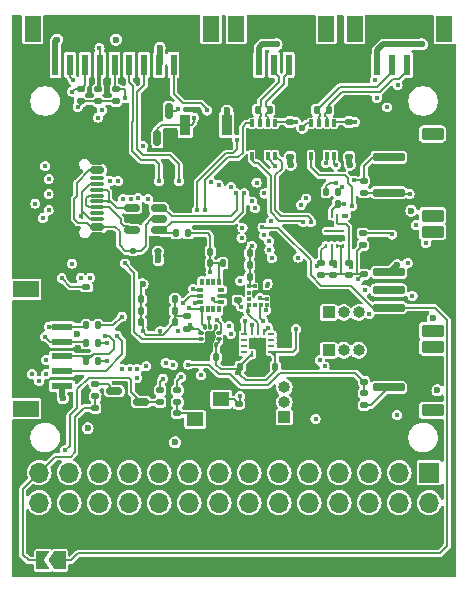
<source format=gbr>
%TF.GenerationSoftware,KiCad,Pcbnew,8.0.8-8.0.8-0~ubuntu24.04.1*%
%TF.CreationDate,2025-02-05T20:44:25+09:00*%
%TF.ProjectId,STM32-FC,53544d33-322d-4464-932e-6b696361645f,rev?*%
%TF.SameCoordinates,Original*%
%TF.FileFunction,Copper,L1,Top*%
%TF.FilePolarity,Positive*%
%FSLAX46Y46*%
G04 Gerber Fmt 4.6, Leading zero omitted, Abs format (unit mm)*
G04 Created by KiCad (PCBNEW 8.0.8-8.0.8-0~ubuntu24.04.1) date 2025-02-05 20:44:25*
%MOMM*%
%LPD*%
G01*
G04 APERTURE LIST*
G04 Aperture macros list*
%AMRoundRect*
0 Rectangle with rounded corners*
0 $1 Rounding radius*
0 $2 $3 $4 $5 $6 $7 $8 $9 X,Y pos of 4 corners*
0 Add a 4 corners polygon primitive as box body*
4,1,4,$2,$3,$4,$5,$6,$7,$8,$9,$2,$3,0*
0 Add four circle primitives for the rounded corners*
1,1,$1+$1,$2,$3*
1,1,$1+$1,$4,$5*
1,1,$1+$1,$6,$7*
1,1,$1+$1,$8,$9*
0 Add four rect primitives between the rounded corners*
20,1,$1+$1,$2,$3,$4,$5,0*
20,1,$1+$1,$4,$5,$6,$7,0*
20,1,$1+$1,$6,$7,$8,$9,0*
20,1,$1+$1,$8,$9,$2,$3,0*%
%AMFreePoly0*
4,1,6,1.000000,0.000000,0.500000,-0.750000,-0.500000,-0.750000,-0.500000,0.750000,0.500000,0.750000,1.000000,0.000000,1.000000,0.000000,$1*%
%AMFreePoly1*
4,1,6,0.500000,-0.750000,-0.650000,-0.750000,-0.150000,0.000000,-0.650000,0.750000,0.500000,0.750000,0.500000,-0.750000,0.500000,-0.750000,$1*%
G04 Aperture macros list end*
%TA.AperFunction,SMDPad,CuDef*%
%ADD10RoundRect,0.135000X0.135000X0.185000X-0.135000X0.185000X-0.135000X-0.185000X0.135000X-0.185000X0*%
%TD*%
%TA.AperFunction,SMDPad,CuDef*%
%ADD11RoundRect,0.150000X-0.150000X0.512500X-0.150000X-0.512500X0.150000X-0.512500X0.150000X0.512500X0*%
%TD*%
%TA.AperFunction,SMDPad,CuDef*%
%ADD12RoundRect,0.087500X0.125000X0.087500X-0.125000X0.087500X-0.125000X-0.087500X0.125000X-0.087500X0*%
%TD*%
%TA.AperFunction,SMDPad,CuDef*%
%ADD13RoundRect,0.087500X0.087500X0.125000X-0.087500X0.125000X-0.087500X-0.125000X0.087500X-0.125000X0*%
%TD*%
%TA.AperFunction,SMDPad,CuDef*%
%ADD14RoundRect,0.135000X0.185000X-0.135000X0.185000X0.135000X-0.185000X0.135000X-0.185000X-0.135000X0*%
%TD*%
%TA.AperFunction,SMDPad,CuDef*%
%ADD15RoundRect,0.135000X-0.135000X-0.185000X0.135000X-0.185000X0.135000X0.185000X-0.135000X0.185000X0*%
%TD*%
%TA.AperFunction,SMDPad,CuDef*%
%ADD16RoundRect,0.135000X-0.185000X0.135000X-0.185000X-0.135000X0.185000X-0.135000X0.185000X0.135000X0*%
%TD*%
%TA.AperFunction,SMDPad,CuDef*%
%ADD17R,0.300000X0.600000*%
%TD*%
%TA.AperFunction,SMDPad,CuDef*%
%ADD18R,0.600000X0.300000*%
%TD*%
%TA.AperFunction,SMDPad,CuDef*%
%ADD19RoundRect,0.140000X0.140000X0.170000X-0.140000X0.170000X-0.140000X-0.170000X0.140000X-0.170000X0*%
%TD*%
%TA.AperFunction,SMDPad,CuDef*%
%ADD20R,2.225000X1.400000*%
%TD*%
%TA.AperFunction,SMDPad,CuDef*%
%ADD21R,1.800000X0.600000*%
%TD*%
%TA.AperFunction,SMDPad,CuDef*%
%ADD22R,0.304800X0.660400*%
%TD*%
%TA.AperFunction,SMDPad,CuDef*%
%ADD23R,2.489200X1.701800*%
%TD*%
%TA.AperFunction,SMDPad,CuDef*%
%ADD24RoundRect,0.140000X0.170000X-0.140000X0.170000X0.140000X-0.170000X0.140000X-0.170000X-0.140000X0*%
%TD*%
%TA.AperFunction,SMDPad,CuDef*%
%ADD25RoundRect,0.140000X-0.140000X-0.170000X0.140000X-0.170000X0.140000X0.170000X-0.140000X0.170000X0*%
%TD*%
%TA.AperFunction,SMDPad,CuDef*%
%ADD26R,0.254000X0.304800*%
%TD*%
%TA.AperFunction,SMDPad,CuDef*%
%ADD27R,1.651000X0.254000*%
%TD*%
%TA.AperFunction,SMDPad,CuDef*%
%ADD28RoundRect,0.140000X-0.170000X0.140000X-0.170000X-0.140000X0.170000X-0.140000X0.170000X0.140000X0*%
%TD*%
%TA.AperFunction,SMDPad,CuDef*%
%ADD29RoundRect,0.150000X-0.512500X-0.150000X0.512500X-0.150000X0.512500X0.150000X-0.512500X0.150000X0*%
%TD*%
%TA.AperFunction,SMDPad,CuDef*%
%ADD30RoundRect,0.175000X1.175000X-0.175000X1.175000X0.175000X-1.175000X0.175000X-1.175000X-0.175000X0*%
%TD*%
%TA.AperFunction,SMDPad,CuDef*%
%ADD31RoundRect,0.250000X0.700000X-0.300000X0.700000X0.300000X-0.700000X0.300000X-0.700000X-0.300000X0*%
%TD*%
%TA.AperFunction,SMDPad,CuDef*%
%ADD32R,1.400000X2.225000*%
%TD*%
%TA.AperFunction,SMDPad,CuDef*%
%ADD33R,0.600000X1.800000*%
%TD*%
%TA.AperFunction,SMDPad,CuDef*%
%ADD34R,0.400000X0.400000*%
%TD*%
%TA.AperFunction,SMDPad,CuDef*%
%ADD35R,0.475000X0.250000*%
%TD*%
%TA.AperFunction,SMDPad,CuDef*%
%ADD36R,0.250000X0.475000*%
%TD*%
%TA.AperFunction,SMDPad,CuDef*%
%ADD37RoundRect,0.112500X0.187500X0.112500X-0.187500X0.112500X-0.187500X-0.112500X0.187500X-0.112500X0*%
%TD*%
%TA.AperFunction,SMDPad,CuDef*%
%ADD38R,0.900000X1.800000*%
%TD*%
%TA.AperFunction,SMDPad,CuDef*%
%ADD39R,1.400000X1.200000*%
%TD*%
%TA.AperFunction,SMDPad,CuDef*%
%ADD40RoundRect,0.150000X-0.425000X0.150000X-0.425000X-0.150000X0.425000X-0.150000X0.425000X0.150000X0*%
%TD*%
%TA.AperFunction,SMDPad,CuDef*%
%ADD41RoundRect,0.075000X-0.500000X0.075000X-0.500000X-0.075000X0.500000X-0.075000X0.500000X0.075000X0*%
%TD*%
%TA.AperFunction,SMDPad,CuDef*%
%ADD42RoundRect,0.250000X-0.750000X0.840000X-0.750000X-0.840000X0.750000X-0.840000X0.750000X0.840000X0*%
%TD*%
%TA.AperFunction,ComponentPad*%
%ADD43R,1.000000X1.000000*%
%TD*%
%TA.AperFunction,ComponentPad*%
%ADD44O,1.000000X1.000000*%
%TD*%
%TA.AperFunction,ComponentPad*%
%ADD45R,1.700000X1.700000*%
%TD*%
%TA.AperFunction,ComponentPad*%
%ADD46O,1.700000X1.700000*%
%TD*%
%TA.AperFunction,SMDPad,CuDef*%
%ADD47FreePoly0,180.000000*%
%TD*%
%TA.AperFunction,SMDPad,CuDef*%
%ADD48FreePoly1,180.000000*%
%TD*%
%TA.AperFunction,ViaPad*%
%ADD49C,0.600000*%
%TD*%
%TA.AperFunction,ViaPad*%
%ADD50C,0.450000*%
%TD*%
%TA.AperFunction,Conductor*%
%ADD51C,0.500000*%
%TD*%
%TA.AperFunction,Conductor*%
%ADD52C,0.200000*%
%TD*%
%TA.AperFunction,Conductor*%
%ADD53C,0.150000*%
%TD*%
%TA.AperFunction,Conductor*%
%ADD54C,0.100000*%
%TD*%
G04 APERTURE END LIST*
D10*
%TO.P,R28,1*%
%TO.N,+3.3V*%
X127510000Y-99500000D03*
%TO.P,R28,2*%
%TO.N,/UART5_RX*%
X126490000Y-99500000D03*
%TD*%
D11*
%TO.P,Q1,1,B*%
%TO.N,Net-(Q1-B)*%
X133450000Y-78362500D03*
%TO.P,Q1,2,E*%
%TO.N,GND*%
X131550000Y-78362500D03*
%TO.P,Q1,3,C*%
%TO.N,Net-(BZ1-+)*%
X132500000Y-80637500D03*
%TD*%
D12*
%TO.P,U9,1,Vdd_IO*%
%TO.N,+3.3V*%
X137762500Y-97650000D03*
%TO.P,U9,2,SCL*%
%TO.N,/SPI1_SCK*%
X137762500Y-97150000D03*
D13*
%TO.P,U9,3,GND*%
%TO.N,GND*%
X137500000Y-96637500D03*
%TO.P,U9,4,SDA*%
%TO.N,/SPI1_MOSI*%
X137000000Y-96637500D03*
%TO.P,U9,5,SA0*%
%TO.N,/SPI1_MISO*%
X136500000Y-96637500D03*
D12*
%TO.P,U9,6,~{CS}*%
%TO.N,/BARO_NSS*%
X136237500Y-97150000D03*
%TO.P,U9,7,INT_DRDY*%
%TO.N,/BARO_INT*%
X136237500Y-97650000D03*
D13*
%TO.P,U9,8,GND*%
%TO.N,GND*%
X136500000Y-98162500D03*
%TO.P,U9,9,GND*%
X137000000Y-98162500D03*
%TO.P,U9,10,VDD*%
%TO.N,+3.3V*%
X137500000Y-98162500D03*
%TD*%
D10*
%TO.P,R27,1*%
%TO.N,+3.3V*%
X127510000Y-98000000D03*
%TO.P,R27,2*%
%TO.N,/I2C2_SCL*%
X126490000Y-98000000D03*
%TD*%
D14*
%TO.P,R26,1*%
%TO.N,+3.3V*%
X126000000Y-77510000D03*
%TO.P,R26,2*%
%TO.N,/UART4_RX*%
X126000000Y-76490000D03*
%TD*%
D15*
%TO.P,R15,1*%
%TO.N,/MSD_DETECT*%
X146790000Y-85200000D03*
%TO.P,R15,2*%
%TO.N,Net-(J4-DET)*%
X147810000Y-85200000D03*
%TD*%
D14*
%TO.P,R11,1*%
%TO.N,+3.3V*%
X148700000Y-92210000D03*
%TO.P,R11,2*%
%TO.N,/SPI2_MISO*%
X148700000Y-91190000D03*
%TD*%
D16*
%TO.P,R20,1*%
%TO.N,/TIM1_CH4*%
X127250000Y-103490000D03*
%TO.P,R20,2*%
%TO.N,GND*%
X127250000Y-104510000D03*
%TD*%
D17*
%TO.P,U7,1,AP_SDO/AP_AD0*%
%TO.N,/SPI1_MISO*%
X136250000Y-95150000D03*
%TO.P,U7,2,RESV_2*%
%TO.N,unconnected-(U7-RESV_2-Pad2)*%
X136750000Y-95150000D03*
%TO.P,U7,3,RESV_3*%
%TO.N,unconnected-(U7-RESV_3-Pad3)*%
X137250000Y-95150000D03*
%TO.P,U7,4,INT1/INT*%
%TO.N,unconnected-(U7-INT1{slash}INT-Pad4)*%
X137750000Y-95150000D03*
D18*
%TO.P,U7,5,VDDIO*%
%TO.N,+3.3V*%
X137900000Y-94500000D03*
%TO.P,U7,6,GND*%
%TO.N,GND*%
X137900000Y-94000000D03*
%TO.P,U7,7,RESV_7*%
%TO.N,unconnected-(U7-RESV_7-Pad7)*%
X137900000Y-93500000D03*
D17*
%TO.P,U7,8,VDD*%
%TO.N,+3.3V*%
X137750000Y-92850000D03*
%TO.P,U7,9,INT2/FSYNC/CLKIN*%
%TO.N,unconnected-(U7-INT2{slash}FSYNC{slash}CLKIN-Pad9)*%
X137250000Y-92850000D03*
%TO.P,U7,10,RESV_10*%
%TO.N,unconnected-(U7-RESV_10-Pad10)*%
X136750000Y-92850000D03*
%TO.P,U7,11,RESV_11*%
%TO.N,unconnected-(U7-RESV_11-Pad11)*%
X136250000Y-92850000D03*
D18*
%TO.P,U7,12,AP_CS*%
%TO.N,/GYRO1_NSS*%
X136100000Y-93500000D03*
%TO.P,U7,13,AP_SCL/AP_SCLK*%
%TO.N,/SPI1_SCK*%
X136100000Y-94000000D03*
%TO.P,U7,14,AP_SDA/AP_SDIO/AP_SDI*%
%TO.N,/SPI1_MOSI*%
X136100000Y-94500000D03*
%TD*%
D19*
%TO.P,C7,1*%
%TO.N,+3.3V*%
X134000000Y-94250000D03*
%TO.P,C7,2*%
%TO.N,GND*%
X133040000Y-94250000D03*
%TD*%
%TO.P,C2,1*%
%TO.N,+3.3V*%
X133980000Y-96250000D03*
%TO.P,C2,2*%
%TO.N,GND*%
X133020000Y-96250000D03*
%TD*%
D20*
%TO.P,J10,*%
%TO.N,*%
X121362500Y-103550000D03*
X121362500Y-93450000D03*
D21*
%TO.P,J10,1,Pin_1*%
%TO.N,+5V*%
X124425000Y-101625000D03*
%TO.P,J10,2,Pin_2*%
%TO.N,/UART5_TX*%
X124425000Y-100375000D03*
%TO.P,J10,3,Pin_3*%
%TO.N,/UART5_RX*%
X124425000Y-99125000D03*
%TO.P,J10,4,Pin_4*%
%TO.N,/I2C2_SCL*%
X124425000Y-97875000D03*
%TO.P,J10,5,Pin_5*%
%TO.N,/I2C2_SDA*%
X124425000Y-96625000D03*
%TO.P,J10,6,Pin_6*%
%TO.N,GND*%
X124425000Y-95375000D03*
%TD*%
D22*
%TO.P,U10,1,TXD*%
%TO.N,/CAN1_TX*%
X140509400Y-82121600D03*
%TO.P,U10,2,GND*%
%TO.N,GND*%
X141169800Y-82121600D03*
%TO.P,U10,3,VCC*%
%TO.N,+5V*%
X141830200Y-82121600D03*
%TO.P,U10,4,RXD*%
%TO.N,/CAN1_RX*%
X142490600Y-82121600D03*
%TO.P,U10,5,VIO*%
%TO.N,+3.3V*%
X142490600Y-79378400D03*
%TO.P,U10,6,CANL*%
%TO.N,/Communication/CAN1_N*%
X141830200Y-79378400D03*
%TO.P,U10,7,CANH*%
%TO.N,/Communication/CAN1_P*%
X141169800Y-79378400D03*
%TO.P,U10,8,STBY*%
%TO.N,/CAN1_STBY*%
X140509400Y-79378400D03*
D23*
%TO.P,U10,9,EPAD*%
%TO.N,GND*%
X141500000Y-80750000D03*
%TD*%
D14*
%TO.P,R13,1*%
%TO.N,+3.3V*%
X146400000Y-92210000D03*
%TO.P,R13,2*%
%TO.N,/SPI2_MOSI*%
X146400000Y-91190000D03*
%TD*%
D16*
%TO.P,R9,1*%
%TO.N,Net-(J2-CC1)*%
X126500000Y-93240000D03*
%TO.P,R9,2*%
%TO.N,GND*%
X126500000Y-94260000D03*
%TD*%
D19*
%TO.P,C19,1*%
%TO.N,+3.3V*%
X147780000Y-86200000D03*
%TO.P,C19,2*%
%TO.N,GND*%
X146820000Y-86200000D03*
%TD*%
D24*
%TO.P,C1,1*%
%TO.N,GND*%
X139400000Y-104100000D03*
%TO.P,C1,2*%
%TO.N,/OSC_IN*%
X139400000Y-103140000D03*
%TD*%
D25*
%TO.P,C28,1*%
%TO.N,+3.3V*%
X140320000Y-91400000D03*
%TO.P,C28,2*%
%TO.N,GND*%
X141280000Y-91400000D03*
%TD*%
D14*
%TO.P,R3,1*%
%TO.N,Net-(C4-Pad1)*%
X134200000Y-103010000D03*
%TO.P,R3,2*%
%TO.N,/OSC_OUT*%
X134200000Y-101990000D03*
%TD*%
%TO.P,R17,1*%
%TO.N,+BATT*%
X150000000Y-103260000D03*
%TO.P,R17,2*%
%TO.N,/V_BATT*%
X150000000Y-102240000D03*
%TD*%
%TO.P,R18,1*%
%TO.N,/V_BATT*%
X150000000Y-101260000D03*
%TO.P,R18,2*%
%TO.N,GND*%
X150000000Y-100240000D03*
%TD*%
D26*
%TO.P,U5,1,~{CS}*%
%TO.N,/FLASH_NSS*%
X148250189Y-87255400D03*
%TO.P,U5,2,DO(IO1)*%
%TO.N,/SPI2_MISO*%
X147750063Y-87255400D03*
%TO.P,U5,3,~{WP}*%
%TO.N,+3.3V*%
X147249937Y-87255400D03*
%TO.P,U5,4,GND*%
%TO.N,GND*%
X146749811Y-87255400D03*
%TO.P,U5,5,DI(IO0)*%
%TO.N,/SPI2_MOSI*%
X146749811Y-89744600D03*
%TO.P,U5,6,SCK*%
%TO.N,/SPI2_SCK*%
X147249937Y-89744600D03*
%TO.P,U5,7,~{HOLD}*%
%TO.N,+3.3V*%
X147750063Y-89744600D03*
%TO.P,U5,8,VCC*%
X148250189Y-89744600D03*
D27*
%TO.P,U5,9,TP*%
%TO.N,unconnected-(U5-TP-Pad9)*%
X147500000Y-88500000D03*
%TD*%
D25*
%TO.P,C10,1*%
%TO.N,+3.3V*%
X131140000Y-96250000D03*
%TO.P,C10,2*%
%TO.N,GND*%
X132100000Y-96250000D03*
%TD*%
D14*
%TO.P,R12,1*%
%TO.N,+3.3V*%
X147400000Y-92210000D03*
%TO.P,R12,2*%
%TO.N,/SPI2_SCK*%
X147400000Y-91190000D03*
%TD*%
D28*
%TO.P,C33,1*%
%TO.N,GND*%
X148750000Y-81270000D03*
%TO.P,C33,2*%
%TO.N,+5V*%
X148750000Y-82230000D03*
%TD*%
D29*
%TO.P,U2,1,I/O1*%
%TO.N,/USB & POWER/USB_CONN_D-*%
X130362500Y-86550000D03*
%TO.P,U2,2,GND*%
%TO.N,GND*%
X130362500Y-87500000D03*
%TO.P,U2,3,I/O2*%
%TO.N,/USB & POWER/USB_CONN_D+*%
X130362500Y-88450000D03*
%TO.P,U2,4,I/O2*%
%TO.N,/USB_D+*%
X132637500Y-88450000D03*
%TO.P,U2,5,VBUS*%
%TO.N,VBUS*%
X132637500Y-87500000D03*
%TO.P,U2,6,I/O1*%
%TO.N,/USB_D-*%
X132637500Y-86550000D03*
%TD*%
D24*
%TO.P,C32,1*%
%TO.N,GND*%
X143750000Y-80230000D03*
%TO.P,C32,2*%
%TO.N,+3.3V*%
X143750000Y-79270000D03*
%TD*%
%TO.P,C30,1*%
%TO.N,/Sensors/MAG_C1*%
X139300000Y-94380000D03*
%TO.P,C30,2*%
%TO.N,GND*%
X139300000Y-93420000D03*
%TD*%
D14*
%TO.P,R21,1*%
%TO.N,/TIM1_CH4*%
X127250000Y-102510000D03*
%TO.P,R21,2*%
%TO.N,Net-(Q2-B)*%
X127250000Y-101490000D03*
%TD*%
%TO.P,R14,1*%
%TO.N,+3.3V*%
X149900000Y-89710000D03*
%TO.P,R14,2*%
%TO.N,/MSD_NSS*%
X149900000Y-88690000D03*
%TD*%
%TO.P,R23,1*%
%TO.N,+3.3V*%
X129000000Y-77510000D03*
%TO.P,R23,2*%
%TO.N,/I2C3_SDA*%
X129000000Y-76490000D03*
%TD*%
D25*
%TO.P,C26,1*%
%TO.N,GND*%
X136520000Y-99200000D03*
%TO.P,C26,2*%
%TO.N,+3.3V*%
X137480000Y-99200000D03*
%TD*%
D16*
%TO.P,R16,1*%
%TO.N,+3.3V*%
X135000000Y-95740000D03*
%TO.P,R16,2*%
%TO.N,/BARO_NSS*%
X135000000Y-96760000D03*
%TD*%
D30*
%TO.P,J5,1,Pin_1*%
%TO.N,+BATT*%
X152100000Y-101750000D03*
%TO.P,J5,2,Pin_2*%
%TO.N,GND*%
X152100000Y-100250000D03*
D31*
%TO.P,J5,MP*%
%TO.N,N/C*%
X155800000Y-103700000D03*
X155800000Y-98300000D03*
%TD*%
D32*
%TO.P,J9,*%
%TO.N,*%
X121950000Y-71362500D03*
X137050000Y-71362500D03*
D33*
%TO.P,J9,1,Pin_1*%
%TO.N,+5V*%
X123875000Y-74425000D03*
%TO.P,J9,2,Pin_2*%
%TO.N,/UART4_TX*%
X125125000Y-74425000D03*
%TO.P,J9,3,Pin_3*%
%TO.N,/UART4_RX*%
X126375000Y-74425000D03*
%TO.P,J9,4,Pin_4*%
%TO.N,/I2C3_SCL*%
X127625000Y-74425000D03*
%TO.P,J9,5,Pin_5*%
%TO.N,/I2C3_SDA*%
X128875000Y-74425000D03*
%TO.P,J9,6,Pin_6*%
%TO.N,/GPS1_LED_SW*%
X130125000Y-74425000D03*
%TO.P,J9,7,Pin_7*%
%TO.N,/GPS1_LED*%
X131375000Y-74425000D03*
%TO.P,J9,8,Pin_8*%
%TO.N,+3.3V*%
X132625000Y-74425000D03*
%TO.P,J9,9,Pin_9*%
%TO.N,/GPS1_BUZZER*%
X133875000Y-74425000D03*
%TO.P,J9,10,Pin_10*%
%TO.N,GND*%
X135125000Y-74425000D03*
%TD*%
D25*
%TO.P,C29,1*%
%TO.N,+3.3V*%
X140320000Y-90400000D03*
%TO.P,C29,2*%
%TO.N,GND*%
X141280000Y-90400000D03*
%TD*%
D14*
%TO.P,R24,1*%
%TO.N,+3.3V*%
X127500000Y-77510000D03*
%TO.P,R24,2*%
%TO.N,/I2C3_SCL*%
X127500000Y-76490000D03*
%TD*%
D25*
%TO.P,C8,1*%
%TO.N,+3.3V*%
X131140000Y-94250000D03*
%TO.P,C8,2*%
%TO.N,GND*%
X132100000Y-94250000D03*
%TD*%
D28*
%TO.P,C34,1*%
%TO.N,GND*%
X143750000Y-81270000D03*
%TO.P,C34,2*%
%TO.N,+5V*%
X143750000Y-82230000D03*
%TD*%
D22*
%TO.P,U11,1,TXD*%
%TO.N,/CAN2_TX*%
X145509400Y-82121600D03*
%TO.P,U11,2,GND*%
%TO.N,GND*%
X146169800Y-82121600D03*
%TO.P,U11,3,VCC*%
%TO.N,+5V*%
X146830200Y-82121600D03*
%TO.P,U11,4,RXD*%
%TO.N,/CAN2_RX*%
X147490600Y-82121600D03*
%TO.P,U11,5,VIO*%
%TO.N,+3.3V*%
X147490600Y-79378400D03*
%TO.P,U11,6,CANL*%
%TO.N,/Communication/CAN2_N*%
X146830200Y-79378400D03*
%TO.P,U11,7,CANH*%
%TO.N,/Communication/CAN2_P*%
X146169800Y-79378400D03*
%TO.P,U11,8,STBY*%
%TO.N,/CAN2_STBY*%
X145509400Y-79378400D03*
D23*
%TO.P,U11,9,EPAD*%
%TO.N,GND*%
X146500000Y-80750000D03*
%TD*%
D19*
%TO.P,C24,1*%
%TO.N,+3.3V*%
X136980000Y-90250000D03*
%TO.P,C24,2*%
%TO.N,GND*%
X136020000Y-90250000D03*
%TD*%
D25*
%TO.P,C27,2*%
%TO.N,GND*%
X141280000Y-92400000D03*
%TO.P,C27,1*%
%TO.N,+3.3V*%
X140320000Y-92400000D03*
%TD*%
D15*
%TO.P,R33,1*%
%TO.N,/Communication/CAN1_P*%
X140990000Y-78250000D03*
%TO.P,R33,2*%
%TO.N,/Communication/CAN1_N*%
X142010000Y-78250000D03*
%TD*%
D25*
%TO.P,C21,1*%
%TO.N,+3.3V*%
X139520000Y-100000000D03*
%TO.P,C21,2*%
%TO.N,GND*%
X140480000Y-100000000D03*
%TD*%
D14*
%TO.P,R19,1*%
%TO.N,+3.3V_RC*%
X150000000Y-85260000D03*
%TO.P,R19,2*%
%TO.N,/UART1_RX*%
X150000000Y-84240000D03*
%TD*%
D30*
%TO.P,J8,1,Pin_1*%
%TO.N,/UART1_TX*%
X152100000Y-95000000D03*
%TO.P,J8,2,Pin_2*%
%TO.N,unconnected-(J8-Pin_2-Pad2)*%
X152100000Y-93500000D03*
%TO.P,J8,3,Pin_3*%
%TO.N,+5V*%
X152100000Y-92000000D03*
%TO.P,J8,4,Pin_4*%
%TO.N,GND*%
X152100000Y-90500000D03*
D31*
%TO.P,J8,MP*%
%TO.N,N/C*%
X155800000Y-96950000D03*
X155800000Y-88550000D03*
%TD*%
D34*
%TO.P,U8,1,SCL/SPC*%
%TO.N,/SPI3_SCK*%
X140250000Y-94800000D03*
%TO.P,U8,2,NC1*%
%TO.N,unconnected-(U8-NC1-Pad2)*%
X140750000Y-94800000D03*
%TO.P,U8,3,CS*%
%TO.N,/MAG_NSS*%
X141250000Y-94800000D03*
%TO.P,U8,4,SDA/SDI/SDO*%
%TO.N,/SPI3_MOSI*%
X141750000Y-94800000D03*
%TO.P,U8,5,C1*%
%TO.N,/Sensors/MAG_C1*%
X141750000Y-94250000D03*
%TO.P,U8,6,GND*%
%TO.N,GND*%
X141750000Y-93750000D03*
%TO.P,U8,7,INT/DRDY/SDO*%
%TO.N,/SPI3_MISO*%
X141750000Y-93200000D03*
%TO.P,U8,8,GND*%
%TO.N,GND*%
X141250000Y-93200000D03*
%TO.P,U8,9,VDD*%
%TO.N,+3.3V*%
X140750000Y-93200000D03*
%TO.P,U8,10,VDD_IO*%
X140250000Y-93200000D03*
%TO.P,U8,11,NC2*%
%TO.N,unconnected-(U8-NC2-Pad11)*%
X140250000Y-93750000D03*
%TO.P,U8,12,NC3*%
%TO.N,unconnected-(U8-NC3-Pad12)*%
X140250000Y-94250000D03*
%TD*%
D28*
%TO.P,C4,1*%
%TO.N,Net-(C4-Pad1)*%
X134200000Y-103920000D03*
%TO.P,C4,2*%
%TO.N,GND*%
X134200000Y-104880000D03*
%TD*%
D35*
%TO.P,U6,1,SDO*%
%TO.N,/SPI3_MISO*%
X139837000Y-97250000D03*
%TO.P,U6,2,NC*%
%TO.N,unconnected-(U6-NC-Pad2)*%
X139837000Y-97750000D03*
%TO.P,U6,3,NC*%
%TO.N,unconnected-(U6-NC-Pad3)*%
X139837000Y-98250000D03*
%TO.P,U6,4,INT1*%
%TO.N,unconnected-(U6-INT1-Pad4)*%
X139837000Y-98750000D03*
D36*
%TO.P,U6,5,VDDIO*%
%TO.N,+3.3V*%
X140500000Y-98913000D03*
%TO.P,U6,6,GNDIO*%
%TO.N,GND*%
X141000000Y-98913000D03*
%TO.P,U6,7,GND*%
X141500000Y-98913000D03*
D35*
%TO.P,U6,8,VDD*%
%TO.N,+3.3V*%
X142163000Y-98750000D03*
%TO.P,U6,9,INT2*%
%TO.N,unconnected-(U6-INT2-Pad9)*%
X142163000Y-98250000D03*
%TO.P,U6,10,NC*%
%TO.N,unconnected-(U6-NC-Pad10)*%
X142163000Y-97750000D03*
%TO.P,U6,11,NC*%
%TO.N,unconnected-(U6-NC-Pad11)*%
X142163000Y-97250000D03*
D36*
%TO.P,U6,12,CSB*%
%TO.N,/GYRO2_NSS*%
X141500000Y-97087000D03*
%TO.P,U6,13,SCX*%
%TO.N,/SPI3_SCK*%
X141000000Y-97087000D03*
%TO.P,U6,14,SDX*%
%TO.N,/SPI3_MOSI*%
X140500000Y-97087000D03*
%TD*%
D37*
%TO.P,D6,1,K*%
%TO.N,+5V*%
X132550000Y-90200000D03*
%TO.P,D6,2,A*%
%TO.N,VBUS*%
X130450000Y-90200000D03*
%TD*%
D24*
%TO.P,C20,1*%
%TO.N,+3.3V*%
X150000000Y-92180000D03*
%TO.P,C20,2*%
%TO.N,GND*%
X150000000Y-91220000D03*
%TD*%
%TO.P,C31,1*%
%TO.N,GND*%
X148750000Y-80230000D03*
%TO.P,C31,2*%
%TO.N,+3.3V*%
X148750000Y-79270000D03*
%TD*%
D25*
%TO.P,C23,1*%
%TO.N,GND*%
X141520000Y-100000000D03*
%TO.P,C23,2*%
%TO.N,+3.3V*%
X142480000Y-100000000D03*
%TD*%
D10*
%TO.P,R10,1*%
%TO.N,+3.3V*%
X135110000Y-88700000D03*
%TO.P,R10,2*%
%TO.N,/USB_D+*%
X134090000Y-88700000D03*
%TD*%
D38*
%TO.P,BZ1,1,-*%
%TO.N,+5V*%
X138370000Y-79500000D03*
%TO.P,BZ1,2,+*%
%TO.N,Net-(BZ1-+)*%
X134870000Y-79500000D03*
%TD*%
D32*
%TO.P,J15,*%
%TO.N,*%
X149200000Y-71362500D03*
X156800000Y-71362500D03*
D33*
%TO.P,J15,1,Pin_1*%
%TO.N,+5V*%
X151125000Y-74425000D03*
%TO.P,J15,2,Pin_2*%
%TO.N,/Communication/CAN2_P*%
X152375000Y-74425000D03*
%TO.P,J15,3,Pin_3*%
%TO.N,/Communication/CAN2_N*%
X153625000Y-74425000D03*
%TO.P,J15,4,Pin_4*%
%TO.N,GND*%
X154875000Y-74425000D03*
%TD*%
D15*
%TO.P,R34,1*%
%TO.N,/Communication/CAN2_P*%
X145990000Y-78250000D03*
%TO.P,R34,2*%
%TO.N,/Communication/CAN2_N*%
X147010000Y-78250000D03*
%TD*%
D25*
%TO.P,C9,1*%
%TO.N,+3.3V*%
X131140000Y-95250000D03*
%TO.P,C9,2*%
%TO.N,GND*%
X132100000Y-95250000D03*
%TD*%
D29*
%TO.P,Q2,1,B*%
%TO.N,Net-(Q2-B)*%
X128862500Y-102050000D03*
%TO.P,Q2,2,E*%
%TO.N,GND*%
X128862500Y-103950000D03*
%TO.P,Q2,3,C*%
%TO.N,/UART1_RX*%
X131137500Y-103000000D03*
%TD*%
D30*
%TO.P,J7,1,Pin_1*%
%TO.N,+3.3V_RC*%
X152100000Y-85250000D03*
%TO.P,J7,2,Pin_2*%
%TO.N,GND*%
X152100000Y-83750000D03*
%TO.P,J7,3,Pin_3*%
%TO.N,/UART1_RX*%
X152100000Y-82250000D03*
D31*
%TO.P,J7,MP*%
%TO.N,N/C*%
X155800000Y-87200000D03*
X155800000Y-80300000D03*
%TD*%
D39*
%TO.P,Y1,1,1*%
%TO.N,/OSC_IN*%
X137900000Y-102750000D03*
%TO.P,Y1,2,2*%
%TO.N,GND*%
X135700000Y-102750000D03*
%TO.P,Y1,3,3*%
%TO.N,Net-(C4-Pad1)*%
X135700000Y-104450000D03*
%TO.P,Y1,4,4*%
%TO.N,GND*%
X137900000Y-104450000D03*
%TD*%
D25*
%TO.P,C25,1*%
%TO.N,+3.3V*%
X138020000Y-91250000D03*
%TO.P,C25,2*%
%TO.N,GND*%
X138980000Y-91250000D03*
%TD*%
D10*
%TO.P,R25,1*%
%TO.N,+3.3V*%
X127510000Y-96500000D03*
%TO.P,R25,2*%
%TO.N,/I2C2_SDA*%
X126490000Y-96500000D03*
%TD*%
D40*
%TO.P,J2,A1,GND*%
%TO.N,GND*%
X127430000Y-82550000D03*
%TO.P,J2,A4,VBUS*%
%TO.N,VBUS*%
X127430000Y-83350000D03*
D41*
%TO.P,J2,A5,CC1*%
%TO.N,Net-(J2-CC1)*%
X127430000Y-84500000D03*
%TO.P,J2,A6,D+*%
%TO.N,/USB & POWER/USB_CONN_D+*%
X127430000Y-85500000D03*
%TO.P,J2,A7,D-*%
%TO.N,/USB & POWER/USB_CONN_D-*%
X127430000Y-86000000D03*
%TO.P,J2,A8*%
%TO.N,N/C*%
X127430000Y-87000000D03*
D40*
%TO.P,J2,A9,VBUS*%
%TO.N,VBUS*%
X127430000Y-88150000D03*
%TO.P,J2,A12,GND*%
%TO.N,GND*%
X127430000Y-88950000D03*
%TO.P,J2,B1,GND*%
X127430000Y-88950000D03*
%TO.P,J2,B4,VBUS*%
%TO.N,VBUS*%
X127430000Y-88150000D03*
D41*
%TO.P,J2,B5,CC2*%
%TO.N,Net-(J2-CC1)*%
X127430000Y-87500000D03*
%TO.P,J2,B6,D+*%
%TO.N,/USB & POWER/USB_CONN_D+*%
X127430000Y-86500000D03*
%TO.P,J2,B7,D-*%
%TO.N,/USB & POWER/USB_CONN_D-*%
X127430000Y-85000000D03*
%TO.P,J2,B8*%
%TO.N,N/C*%
X127430000Y-84000000D03*
D40*
%TO.P,J2,B9,VBUS*%
%TO.N,VBUS*%
X127430000Y-83350000D03*
%TO.P,J2,B12,GND*%
%TO.N,GND*%
X127430000Y-82550000D03*
D42*
%TO.P,J2,S1,SHIELD*%
X126855000Y-80640000D03*
X122925000Y-80640000D03*
X126855000Y-90860000D03*
X122925000Y-90860000D03*
%TD*%
D32*
%TO.P,J14,*%
%TO.N,*%
X139200000Y-71362500D03*
X146800000Y-71362500D03*
D33*
%TO.P,J14,1,Pin_1*%
%TO.N,+5V*%
X141125000Y-74425000D03*
%TO.P,J14,2,Pin_2*%
%TO.N,/Communication/CAN1_P*%
X142375000Y-74425000D03*
%TO.P,J14,3,Pin_3*%
%TO.N,/Communication/CAN1_N*%
X143625000Y-74425000D03*
%TO.P,J14,4,Pin_4*%
%TO.N,GND*%
X144875000Y-74425000D03*
%TD*%
D19*
%TO.P,C3,1*%
%TO.N,+3.3V*%
X134000000Y-95250000D03*
%TO.P,C3,2*%
%TO.N,GND*%
X133040000Y-95250000D03*
%TD*%
%TO.P,C22,1*%
%TO.N,+3.3V*%
X136980000Y-91250000D03*
%TO.P,C22,2*%
%TO.N,GND*%
X136020000Y-91250000D03*
%TD*%
D16*
%TO.P,R22,1*%
%TO.N,+3.3V_RC*%
X132750000Y-101980000D03*
%TO.P,R22,2*%
%TO.N,/UART1_RX*%
X132750000Y-103000000D03*
%TD*%
D43*
%TO.P,TP1,1,Pin_1*%
%TO.N,/SPI2_SCK*%
X147000000Y-95400000D03*
D44*
%TO.P,TP1,2,Pin_2*%
%TO.N,/SPI2_MISO*%
X148270000Y-95400000D03*
%TO.P,TP1,3,Pin_3*%
%TO.N,/SPI2_MOSI*%
X149540000Y-95400000D03*
%TD*%
D45*
%TO.P,J6,1,CH1*%
%TO.N,/TIM4_CH2*%
X155510000Y-108960000D03*
D46*
%TO.P,J6,2,CH2*%
%TO.N,/TIM3_CH1*%
X152970000Y-108960000D03*
%TO.P,J6,3,CH3*%
%TO.N,/TIM3_CH2*%
X150430000Y-108960000D03*
%TO.P,J6,4,CH4*%
%TO.N,/TIM4_CH4*%
X147890000Y-108960000D03*
%TO.P,J6,5,CH5*%
%TO.N,/TIM5_CH1*%
X145350000Y-108960000D03*
%TO.P,J6,6,CH6*%
%TO.N,/TIM5_CH2*%
X142810000Y-108960000D03*
%TO.P,J6,7,CH7*%
%TO.N,/TIM5_CH3*%
X140270000Y-108960000D03*
%TO.P,J6,8,CH8*%
%TO.N,/TIM5_CH4*%
X137730000Y-108960000D03*
%TO.P,J6,9,AUX1*%
%TO.N,/TIM3_CH3*%
X135190000Y-108960000D03*
%TO.P,J6,10,AUX2*%
%TO.N,/TIM3_CH4*%
X132650000Y-108960000D03*
%TO.P,J6,11,AUX3*%
%TO.N,/TIM1_CH2*%
X130110000Y-108960000D03*
%TO.P,J6,12,AUX4*%
%TO.N,/TIM1_CH3*%
X127570000Y-108960000D03*
%TO.P,J6,13,RSSI*%
%TO.N,/RSSI_IN*%
X125030000Y-108960000D03*
%TO.P,J6,14,RCIN*%
%TO.N,/TIM1_CH4*%
X122490000Y-108960000D03*
%TO.P,J6,15,5V_CH*%
%TO.N,+5V_PWM*%
X155510000Y-111500000D03*
X152970000Y-111500000D03*
X150430000Y-111500000D03*
X147890000Y-111500000D03*
X145350000Y-111500000D03*
X142810000Y-111500000D03*
X140270000Y-111500000D03*
X137730000Y-111500000D03*
X135190000Y-111500000D03*
X132650000Y-111500000D03*
X130110000Y-111500000D03*
X127570000Y-111500000D03*
%TO.P,J6,16,5V_RCIN*%
%TO.N,+5V*%
X125030000Y-111500000D03*
%TO.P,J6,17,5V_RSSI*%
X122490000Y-111500000D03*
%TO.P,J6,18,GND*%
%TO.N,GND*%
X155510000Y-114040000D03*
X152970000Y-114040000D03*
X150430000Y-114040000D03*
X147890000Y-114040000D03*
X145350000Y-114040000D03*
X142810000Y-114040000D03*
X140270000Y-114040000D03*
X137730000Y-114040000D03*
X135190000Y-114040000D03*
X132650000Y-114040000D03*
X130110000Y-114040000D03*
X127570000Y-114040000D03*
X125030000Y-114040000D03*
X122490000Y-114040000D03*
%TD*%
D43*
%TO.P,TP2,1,Pin_1*%
%TO.N,/SPI1_SCK*%
X143250000Y-104270000D03*
D44*
%TO.P,TP2,2,Pin_2*%
%TO.N,/SPI1_MISO*%
X143250000Y-103000000D03*
%TO.P,TP2,3,Pin_3*%
%TO.N,/SPI1_MOSI*%
X143250000Y-101730000D03*
%TD*%
D43*
%TO.P,TP3,1,Pin_1*%
%TO.N,/SPI3_SCK*%
X147000000Y-98600000D03*
D44*
%TO.P,TP3,2,Pin_2*%
%TO.N,/SPI3_MISO*%
X148270000Y-98600000D03*
%TO.P,TP3,3,Pin_3*%
%TO.N,/SPI3_MOSI*%
X149540000Y-98600000D03*
%TD*%
D47*
%TO.P,JP1,1,A*%
%TO.N,/UART1_TX*%
X124225000Y-116400000D03*
D48*
%TO.P,JP1,2,B*%
%TO.N,/TIM1_CH4*%
X122775000Y-116400000D03*
%TD*%
D49*
%TO.N,GND*%
X135100000Y-90200000D03*
D50*
%TO.N,/TIM3_CH2*%
X139708639Y-88223726D03*
%TO.N,/UART1_TX*%
X141400000Y-88200000D03*
%TO.N,/TIM3_CH1*%
X139628071Y-89119921D03*
D49*
%TO.N,GND*%
X139573267Y-91800000D03*
D50*
%TO.N,/TIM4_CH4*%
X139510251Y-92715824D03*
%TO.N,/TIM5_CH1*%
X131565021Y-99950000D03*
%TO.N,/TIM5_CH2*%
X130799955Y-100192137D03*
%TO.N,/TIM5_CH3*%
X130150003Y-100200000D03*
%TO.N,/TIM5_CH4*%
X129500000Y-100200000D03*
%TO.N,/TIM3_CH4*%
X126019255Y-92450000D03*
%TO.N,/TIM3_CH3*%
X126819258Y-92450000D03*
%TO.N,/TIM1_CH2*%
X125264265Y-91264265D03*
%TO.N,Net-(J2-CC1)*%
X124400000Y-92500000D03*
%TO.N,/TIM1_CH4*%
X121875000Y-100639998D03*
X122176328Y-86185089D03*
%TO.N,/TIM1_CH3*%
X122800000Y-87400000D03*
X122500000Y-101200000D03*
D49*
%TO.N,+5V*%
X125707822Y-97253365D03*
X124500000Y-102675002D03*
%TO.N,GND*%
X126300000Y-102200000D03*
X124800000Y-89800000D03*
D50*
%TO.N,/NRST*%
X123300000Y-86750000D03*
%TO.N,/SWDIO*%
X123300000Y-84100000D03*
%TO.N,/SWCLK*%
X123300000Y-85400000D03*
D49*
%TO.N,GND*%
X131095021Y-87531450D03*
X140300000Y-80154975D03*
%TO.N,/CAN2_STBY*%
X144762654Y-79762654D03*
%TO.N,GND*%
X144800000Y-82900000D03*
D50*
%TO.N,/CAN2_STBY*%
X135874997Y-86750000D03*
X139225000Y-80775000D03*
%TO.N,/CAN1_STBY*%
X136525000Y-86750000D03*
%TO.N,/FLASH_NSS*%
X148471446Y-87200000D03*
%TO.N,/MSD_DETECT*%
X147651061Y-84400000D03*
X138563534Y-96567631D03*
%TO.N,/FLASH_NSS*%
X138713910Y-97200000D03*
%TO.N,/BARO_INT*%
X129750000Y-91250000D03*
D49*
%TO.N,GND*%
X132250000Y-93000000D03*
%TO.N,+3.3V*%
X131250000Y-93000000D03*
D50*
%TO.N,/RSSI_IN*%
X130798685Y-100935870D03*
%TO.N,/PM_CURRENT*%
X133835271Y-99837596D03*
%TO.N,/V_BATT*%
X135110000Y-99810000D03*
%TO.N,GND*%
X141500000Y-102100000D03*
%TO.N,/CAN1_RX*%
X145493415Y-87775000D03*
%TO.N,/UART5_TX*%
X141565600Y-85323138D03*
%TO.N,/UART5_RX*%
X142125469Y-87683616D03*
%TO.N,+3.3V*%
X144225000Y-96819586D03*
D49*
%TO.N,GND*%
X155500000Y-116700000D03*
X126000000Y-116700000D03*
D50*
%TO.N,/UART1_RX*%
X124700000Y-107075000D03*
%TO.N,/UART5_TX*%
X129092718Y-97357792D03*
%TO.N,/UART5_RX*%
X128071431Y-97375007D03*
%TO.N,/I2C2_SCL*%
X129587233Y-85811918D03*
%TO.N,/I2C2_SDA*%
X129200000Y-84271232D03*
X123300000Y-96600000D03*
%TO.N,/I2C2_SCL*%
X123000000Y-97450000D03*
%TO.N,+3.3V*%
X152800000Y-104100000D03*
X145900000Y-104400000D03*
%TO.N,+3.3V_RC*%
X153854504Y-85354504D03*
X136200000Y-100700000D03*
X133000000Y-101000000D03*
%TO.N,/I2C1_SDA*%
X123099998Y-100600000D03*
%TO.N,/I2C1_SCL*%
X123099998Y-99400000D03*
%TO.N,/I2C1_SDA*%
X146654972Y-99973085D03*
%TO.N,/I2C1_SCL*%
X146264252Y-99453622D03*
%TO.N,/TIM4_CH2*%
X150453042Y-95548260D03*
%TO.N,/I2C3_SDA*%
X129800000Y-77225000D03*
%TO.N,/GPS1_BUZZER*%
X136700000Y-78300000D03*
%TO.N,Net-(J4-DET)*%
X148176061Y-84818978D03*
D49*
%TO.N,+5V*%
X132600000Y-91000000D03*
D50*
%TO.N,/GPS1_LED*%
X134337241Y-84265801D03*
%TO.N,/GPS1_LED_SW*%
X132642322Y-84279519D03*
%TO.N,/I2C3_SCL*%
X127600000Y-73024998D03*
D49*
%TO.N,+5V*%
X152800000Y-91400000D03*
D50*
%TO.N,/BOOT1*%
X154100000Y-94000000D03*
X153690773Y-91208758D03*
%TO.N,/SPI2_MOSI*%
X154390134Y-87994427D03*
%TO.N,GND*%
X128300000Y-75700000D03*
X141250000Y-89750000D03*
X136000000Y-92000000D03*
X141500000Y-100600000D03*
X132000000Y-96750000D03*
D49*
X150900000Y-100701574D03*
D50*
X138105700Y-99696512D03*
X142100000Y-95800000D03*
D49*
X135700000Y-75900000D03*
D50*
X130042651Y-104562312D03*
X156700000Y-94500000D03*
X151900000Y-91200000D03*
D49*
X151900000Y-98400000D03*
D50*
X138700000Y-105100000D03*
X155300000Y-84500000D03*
%TO.N,/NRST*%
X134262241Y-96986415D03*
%TO.N,/OSC_IN*%
X139500000Y-102500000D03*
%TO.N,/OSC_OUT*%
X134500000Y-100865000D03*
D49*
%TO.N,+5V*%
X138400000Y-78300000D03*
X143800000Y-82900000D03*
X126600000Y-105200000D03*
X154900000Y-72700000D03*
D50*
X142500000Y-83000000D03*
X146750000Y-82750000D03*
D49*
X134000000Y-106400000D03*
X148800000Y-82900000D03*
X155828768Y-95900000D03*
X142600000Y-72700000D03*
X129000000Y-72300000D03*
X124000000Y-72300000D03*
D50*
%TO.N,Net-(BZ1-+)*%
X135600000Y-78900000D03*
%TO.N,/UART1_RX*%
X138733878Y-84800654D03*
X149171232Y-84228768D03*
%TO.N,+3.3V*%
X125750000Y-78000000D03*
X144250000Y-79250000D03*
X137000000Y-92000000D03*
X140500000Y-89750000D03*
X128250000Y-99500000D03*
X131250000Y-97000000D03*
X140900000Y-84400000D03*
X129500000Y-95750000D03*
X128500000Y-84271232D03*
X149250000Y-79250000D03*
X149500000Y-92600000D03*
D49*
X154000000Y-86800000D03*
D50*
X137191351Y-94266757D03*
X139250000Y-100500000D03*
X123000000Y-83000000D03*
X148300000Y-86200000D03*
X128250000Y-98000000D03*
D49*
%TO.N,+5V_PWM*%
X156200000Y-102000000D03*
D50*
%TO.N,/SPI1_SCK*%
X137536340Y-96007571D03*
X134680548Y-94609266D03*
%TO.N,/SPI1_MISO*%
X135200000Y-95000000D03*
%TO.N,/SPI1_MOSI*%
X136900000Y-95875002D03*
X135700000Y-94563068D03*
%TO.N,/MAG_NSS*%
X141477169Y-96150633D03*
%TO.N,/SPI2_SCK*%
X130237102Y-85825001D03*
X147555000Y-91500000D03*
%TO.N,/PM_VOLTAGE*%
X133200000Y-99700000D03*
X127500000Y-78900000D03*
%TO.N,/PM_CURRENT*%
X127800000Y-78300000D03*
%TO.N,/USB_D-*%
X139150000Y-85300000D03*
%TO.N,/USB_D+*%
X139850000Y-85300000D03*
%TO.N,/SWDIO*%
X140500000Y-86000000D03*
%TO.N,/SWCLK*%
X140790690Y-86581380D03*
%TO.N,/UART4_TX*%
X145106062Y-85749853D03*
X125400000Y-75750002D03*
%TO.N,/UART4_RX*%
X144670599Y-86275000D03*
X125300000Y-76700000D03*
%TO.N,/SPI2_MISO*%
X130878768Y-85721232D03*
X148865000Y-91515000D03*
%TO.N,/SPI2_MOSI*%
X131700000Y-85800000D03*
X146000000Y-91500000D03*
%TO.N,/UART2_CTS*%
X141560947Y-88880961D03*
X150900000Y-75750000D03*
%TO.N,/UART2_RTS*%
X141978832Y-89378832D03*
X151077611Y-77253368D03*
%TO.N,/UART2_RX*%
X151954707Y-78037757D03*
X142200000Y-90800000D03*
%TO.N,/UART2_TX*%
X152840886Y-76150000D03*
X141994838Y-90105289D03*
%TO.N,/Sensors/MAG_C1*%
X141200000Y-94200000D03*
X139600000Y-94900000D03*
%TO.N,/I2C3_SDA*%
X137070802Y-84384035D03*
%TO.N,/I2C3_SCL*%
X137683878Y-84600000D03*
%TO.N,Net-(Q1-B)*%
X134262158Y-78205396D03*
%TO.N,/SPI3_SCK*%
X140200000Y-95300000D03*
%TO.N,/SPI3_MOSI*%
X140496446Y-96503554D03*
X141703783Y-95203027D03*
%TO.N,/SPI3_MISO*%
X141836623Y-92955482D03*
X139900000Y-96100000D03*
%TO.N,/GYRO2_NSS*%
X141857938Y-96677433D03*
%TO.N,/GYRO1_NSS*%
X135503554Y-93396446D03*
%TO.N,/BARO_NSS*%
X135269242Y-96476350D03*
%TO.N,/CAN2_RX*%
X131300000Y-81300000D03*
X147600000Y-82900000D03*
%TO.N,/CAN2_TX*%
X148996446Y-86403554D03*
%TO.N,/TIM4_CH2*%
X150100000Y-93500000D03*
%TO.N,/MSD_NSS*%
X152400000Y-88800000D03*
X144430710Y-90761219D03*
X155238419Y-89525000D03*
%TO.N,/CAN1_TX*%
X144843412Y-87775000D03*
%TO.N,Net-(J2-CC1)*%
X126000000Y-87275000D03*
D49*
%TO.N,+3.3V*%
X132700000Y-73000000D03*
D50*
X132750000Y-97000000D03*
%TD*%
D51*
%TO.N,GND*%
X136020000Y-90250000D02*
X135150000Y-90250000D01*
X135150000Y-90250000D02*
X135100000Y-90200000D01*
D52*
%TO.N,+3.3V*%
X136980000Y-90250000D02*
X136980000Y-88930000D01*
X136980000Y-91250000D02*
X136980000Y-90250000D01*
%TO.N,/UART1_TX*%
X141400000Y-88200000D02*
X141408616Y-88208616D01*
X141408616Y-88208616D02*
X142725462Y-88208616D01*
%TO.N,GND*%
X138980000Y-91250000D02*
X138980000Y-91800000D01*
X138980000Y-91800000D02*
X138980000Y-93740000D01*
X139573267Y-91800000D02*
X138980000Y-91800000D01*
D53*
X138980000Y-91250000D02*
X139023267Y-91250000D01*
D52*
X138720000Y-94000000D02*
X138910000Y-93810000D01*
X138910000Y-93810000D02*
X139300000Y-93420000D01*
X138980000Y-93740000D02*
X138910000Y-93810000D01*
%TO.N,Net-(J2-CC1)*%
X125140000Y-93240000D02*
X124400000Y-92500000D01*
X126500000Y-93240000D02*
X125140000Y-93240000D01*
D51*
%TO.N,+5V*%
X124425000Y-102600002D02*
X124500000Y-102675002D01*
X124425000Y-101625000D02*
X124425000Y-102600002D01*
D52*
%TO.N,GND*%
X131063571Y-87500000D02*
X131095021Y-87531450D01*
X130362500Y-87500000D02*
X131063571Y-87500000D01*
D53*
X146169800Y-82121600D02*
X146169800Y-81080200D01*
X146169800Y-81080200D02*
X146500000Y-80750000D01*
X141169800Y-82121600D02*
X141169800Y-81080200D01*
X141169800Y-81080200D02*
X141500000Y-80750000D01*
X148750000Y-80800000D02*
X148750000Y-81270000D01*
X148750000Y-80230000D02*
X148750000Y-80800000D01*
X148750000Y-80800000D02*
X148700000Y-80750000D01*
X148700000Y-80750000D02*
X141500000Y-80750000D01*
D52*
%TO.N,/CAN2_STBY*%
X145146908Y-79378400D02*
X144762654Y-79762654D01*
X145509400Y-79378400D02*
X145146908Y-79378400D01*
%TO.N,GND*%
X143750000Y-80230000D02*
X143750000Y-81270000D01*
D53*
%TO.N,/CAN2_STBY*%
X138900000Y-81925000D02*
X138327755Y-81925000D01*
X139225000Y-80775000D02*
X139225000Y-81600000D01*
X139225000Y-81600000D02*
X138900000Y-81925000D01*
X135874997Y-84377758D02*
X135874997Y-86750000D01*
%TO.N,/CAN1_STBY*%
X136525000Y-86750000D02*
X136525000Y-84222730D01*
X136525000Y-84222730D02*
X138472730Y-82275000D01*
X138472730Y-82275000D02*
X139350000Y-82275000D01*
X139350000Y-82275000D02*
X139725000Y-81900000D01*
X139725000Y-81900000D02*
X139725000Y-79675000D01*
X140021600Y-79378400D02*
X140509400Y-79378400D01*
X139725000Y-79675000D02*
X140021600Y-79378400D01*
%TO.N,/FLASH_NSS*%
X148416046Y-87255400D02*
X148471446Y-87200000D01*
X148250189Y-87255400D02*
X148416046Y-87255400D01*
%TO.N,/MSD_DETECT*%
X146790000Y-85200000D02*
X146790000Y-84710000D01*
X146790000Y-84710000D02*
X147100000Y-84400000D01*
X147100000Y-84400000D02*
X147651061Y-84400000D01*
D52*
%TO.N,/BARO_INT*%
X130560000Y-92060000D02*
X129750000Y-91250000D01*
%TO.N,GND*%
X132100000Y-94250000D02*
X132100000Y-93150000D01*
X132100000Y-93150000D02*
X132250000Y-93000000D01*
%TO.N,+3.3V*%
X131140000Y-94250000D02*
X131140000Y-93110000D01*
X131140000Y-93110000D02*
X131250000Y-93000000D01*
%TO.N,/BARO_INT*%
X136237500Y-97650000D02*
X136212500Y-97675000D01*
X136212500Y-97675000D02*
X131182537Y-97675000D01*
X131182537Y-97675000D02*
X130560000Y-97052463D01*
X130560000Y-97052463D02*
X130560000Y-92060000D01*
%TO.N,/V_BATT*%
X141866134Y-101550000D02*
X139557537Y-101550000D01*
X136400000Y-99810000D02*
X135110000Y-99810000D01*
X138725000Y-100717463D02*
X138629049Y-100621512D01*
X142883067Y-100533067D02*
X142806134Y-100610000D01*
X137722551Y-100621512D02*
X136911039Y-99810000D01*
X136911039Y-99810000D02*
X136400000Y-99810000D01*
X138629049Y-100621512D02*
X138250000Y-100621512D01*
X139557537Y-101550000D02*
X138725000Y-100717463D01*
X149273067Y-100533067D02*
X142883067Y-100533067D01*
X150000000Y-101260000D02*
X149273067Y-100533067D01*
X142806134Y-100610000D02*
X141866134Y-101550000D01*
X138250000Y-100621512D02*
X137722551Y-100621512D01*
%TO.N,+3.3V*%
X142480000Y-100000000D02*
X142480000Y-100362463D01*
X142480000Y-100362463D02*
X141692463Y-101150000D01*
X141692463Y-101150000D02*
X140000000Y-101150000D01*
X140000000Y-101150000D02*
X139520000Y-100670000D01*
X139520000Y-100670000D02*
X139520000Y-100000000D01*
X137480000Y-99200000D02*
X137480000Y-99813275D01*
X137480000Y-99813275D02*
X137888237Y-100221512D01*
X137888237Y-100221512D02*
X139298488Y-100221512D01*
X139298488Y-100221512D02*
X139520000Y-100000000D01*
%TO.N,/CAN1_RX*%
X145493415Y-87493415D02*
X145493415Y-87775000D01*
X145250000Y-87250000D02*
X145493415Y-87493415D01*
%TO.N,+3.3V*%
X142500000Y-98750000D02*
X144000000Y-98750000D01*
X144000000Y-98750000D02*
X144225000Y-98525000D01*
X144225000Y-98525000D02*
X144225000Y-96819586D01*
%TO.N,/TIM1_CH4*%
X121100000Y-110350000D02*
X121100000Y-115900000D01*
X121600000Y-116400000D02*
X122775000Y-116400000D01*
X122490000Y-108960000D02*
X121100000Y-110350000D01*
X121100000Y-115900000D02*
X121600000Y-116400000D01*
%TO.N,/UART1_RX*%
X125100000Y-106675000D02*
X124700000Y-107075000D01*
X125100000Y-106300000D02*
X125100000Y-106675000D01*
%TO.N,/UART1_TX*%
X124225000Y-116400000D02*
X125200000Y-116400000D01*
X125200000Y-116400000D02*
X125800000Y-115800000D01*
X157050000Y-115150000D02*
X157050000Y-114126346D01*
X125800000Y-115800000D02*
X156400000Y-115800000D01*
X156400000Y-115800000D02*
X157050000Y-115150000D01*
%TO.N,/UART5_RX*%
X127110000Y-98880000D02*
X128420000Y-98880000D01*
X128420000Y-98880000D02*
X128800000Y-98500000D01*
X126115000Y-99125000D02*
X126865000Y-99125000D01*
X126865000Y-99125000D02*
X127110000Y-98880000D01*
X127110000Y-98880000D02*
X126490000Y-99500000D01*
X124425000Y-99125000D02*
X126115000Y-99125000D01*
X126115000Y-99125000D02*
X126490000Y-99500000D01*
%TO.N,/UART5_TX*%
X129540686Y-97805760D02*
X129092718Y-97357792D01*
X129540686Y-98951777D02*
X129540686Y-97805760D01*
X128117463Y-100375000D02*
X129540686Y-98951777D01*
X124425000Y-100375000D02*
X128117463Y-100375000D01*
%TO.N,/I2C2_SDA*%
X123325000Y-96625000D02*
X123300000Y-96600000D01*
X124425000Y-96625000D02*
X123325000Y-96625000D01*
%TO.N,/I2C2_SCL*%
X123425000Y-97875000D02*
X123000000Y-97450000D01*
X124425000Y-97875000D02*
X123425000Y-97875000D01*
%TO.N,+3.3V_RC*%
X153854504Y-85354504D02*
X152204504Y-85354504D01*
X152204504Y-85354504D02*
X152100000Y-85250000D01*
X132750000Y-101250000D02*
X133000000Y-101000000D01*
X132750000Y-101980000D02*
X132750000Y-101250000D01*
%TO.N,GND*%
X150500000Y-100240000D02*
X150700000Y-100240000D01*
X150700000Y-100240000D02*
X152090000Y-100240000D01*
X150900000Y-100701574D02*
X150900000Y-100440000D01*
X150900000Y-100440000D02*
X150700000Y-100240000D01*
%TO.N,/I2C3_SDA*%
X129690000Y-76490000D02*
X129800000Y-76600000D01*
X129000000Y-76490000D02*
X129690000Y-76490000D01*
X129800000Y-76600000D02*
X129800000Y-77225000D01*
%TO.N,/GPS1_BUZZER*%
X136700000Y-78200000D02*
X136700000Y-78300000D01*
X136200000Y-77700000D02*
X136700000Y-78200000D01*
X133875000Y-76875000D02*
X134700000Y-77700000D01*
X133875000Y-75700000D02*
X133875000Y-76875000D01*
X133875000Y-75700000D02*
X133875000Y-74425000D01*
X134700000Y-77700000D02*
X136200000Y-77700000D01*
%TO.N,Net-(J4-DET)*%
X147810000Y-85200000D02*
X147810000Y-85185039D01*
X147810000Y-85185039D02*
X148176061Y-84818978D01*
D51*
%TO.N,+5V*%
X132550000Y-90200000D02*
X132550000Y-90950000D01*
X132550000Y-90950000D02*
X132600000Y-91000000D01*
D52*
%TO.N,/GPS1_LED_SW*%
X130125000Y-74425000D02*
X130125000Y-75925000D01*
X130419999Y-79200000D02*
X130375000Y-79244999D01*
X130125000Y-75925000D02*
X130419999Y-76219999D01*
X130419999Y-76219999D02*
X130419999Y-79200000D01*
X130375000Y-79244999D02*
X130375000Y-81740686D01*
X130375000Y-81740686D02*
X131134314Y-82500000D01*
X131134314Y-82500000D02*
X132300000Y-82500000D01*
X132300000Y-82500000D02*
X132642322Y-82842322D01*
X132642322Y-82842322D02*
X132642322Y-84279519D01*
%TO.N,/GPS1_LED*%
X131375000Y-74425000D02*
X131375000Y-76175000D01*
X131375000Y-76175000D02*
X130819999Y-76730001D01*
X130819999Y-76730001D02*
X130819999Y-81037538D01*
X130819999Y-81037538D02*
X130775000Y-81082537D01*
X130775000Y-81082537D02*
X130775000Y-81575000D01*
X131285756Y-82085756D02*
X133585756Y-82085756D01*
X130775000Y-81575000D02*
X131285756Y-82085756D01*
X133585756Y-82085756D02*
X134337241Y-82837241D01*
X134337241Y-82837241D02*
X134337241Y-84265801D01*
%TO.N,/I2C3_SCL*%
X127625000Y-73049998D02*
X127600000Y-73024998D01*
X127625000Y-74425000D02*
X127625000Y-73049998D01*
D51*
%TO.N,+3.3V*%
X132700000Y-73000000D02*
X132700000Y-74350000D01*
X132700000Y-74350000D02*
X132625000Y-74425000D01*
%TO.N,+5V*%
X152100000Y-92000000D02*
X152200000Y-92000000D01*
X152200000Y-92000000D02*
X152800000Y-91400000D01*
D52*
%TO.N,/CAN2_TX*%
X145509400Y-82121600D02*
X145509400Y-83109400D01*
X145509400Y-83109400D02*
X146200000Y-83800000D01*
X146200000Y-83800000D02*
X148400000Y-83800000D01*
X148400000Y-83800000D02*
X148646232Y-84046232D01*
X148646232Y-84046232D02*
X148646232Y-84446232D01*
X148646232Y-84446232D02*
X148996446Y-84796446D01*
D51*
%TO.N,GND*%
X151900000Y-100050000D02*
X152100000Y-100250000D01*
D52*
X133020000Y-96250000D02*
X133020000Y-94270000D01*
X155800000Y-90500000D02*
X155900000Y-90600000D01*
X141250000Y-93200000D02*
X141250000Y-93675000D01*
X137900000Y-104450000D02*
X137900000Y-105000000D01*
X132000000Y-96750000D02*
X132000000Y-96350000D01*
D53*
X136520000Y-98182500D02*
X136500000Y-98162500D01*
D52*
X132100000Y-96250000D02*
X133020000Y-96250000D01*
X138800000Y-105500000D02*
X138800000Y-105200000D01*
X141520000Y-100000000D02*
X141520000Y-100580000D01*
X137400000Y-105500000D02*
X138800000Y-105500000D01*
X127430000Y-82550000D02*
X126855000Y-81975000D01*
X137900000Y-94000000D02*
X138720000Y-94000000D01*
X141000000Y-98913000D02*
X141500000Y-98913000D01*
X156700000Y-91400000D02*
X156700000Y-94500000D01*
X126855000Y-81975000D02*
X126855000Y-80640000D01*
D53*
X136520000Y-99200000D02*
X136520000Y-98182500D01*
D52*
X155900000Y-90600000D02*
X156700000Y-91400000D01*
X132000000Y-96350000D02*
X132100000Y-96250000D01*
X146820000Y-86200000D02*
X146820000Y-87185211D01*
X151400000Y-91200000D02*
X151380000Y-91220000D01*
X150000000Y-91220000D02*
X151380000Y-91220000D01*
X128312500Y-104500000D02*
X128862500Y-103950000D01*
X141280000Y-89780000D02*
X141250000Y-89750000D01*
X141000000Y-99480000D02*
X140480000Y-100000000D01*
X138800000Y-105500000D02*
X139400000Y-104900000D01*
X141280000Y-90400000D02*
X141280000Y-89780000D01*
X141280000Y-90400000D02*
X141280000Y-93170000D01*
X151380000Y-91220000D02*
X152100000Y-90500000D01*
X132100000Y-94250000D02*
X133040000Y-94250000D01*
X154950000Y-83750000D02*
X155300000Y-84100000D01*
X139400000Y-104900000D02*
X139400000Y-104100000D01*
X152100000Y-90500000D02*
X154000000Y-90500000D01*
X137900000Y-105000000D02*
X137400000Y-105500000D01*
X141000000Y-98913000D02*
X141000000Y-99480000D01*
X146820000Y-87185211D02*
X146749811Y-87255400D01*
X127250000Y-104510000D02*
X128302500Y-104510000D01*
X155300000Y-84500000D02*
X155300000Y-84100000D01*
X141520000Y-100580000D02*
X141500000Y-100600000D01*
X150000000Y-100240000D02*
X150500000Y-100240000D01*
X129437688Y-104562312D02*
X129385376Y-104510000D01*
X132100000Y-94250000D02*
X132100000Y-96250000D01*
X127430000Y-88950000D02*
X127430000Y-90285000D01*
X134200000Y-105400000D02*
X134300000Y-105500000D01*
X127430000Y-90285000D02*
X126855000Y-90860000D01*
X154000000Y-90500000D02*
X155800000Y-90500000D01*
X132120000Y-96230000D02*
X132100000Y-96250000D01*
D51*
X151900000Y-98400000D02*
X151900000Y-100050000D01*
D52*
X136020000Y-90250000D02*
X136020000Y-91250000D01*
X141675000Y-93675000D02*
X141750000Y-93750000D01*
X134200000Y-104880000D02*
X134200000Y-105400000D01*
X141520000Y-98933000D02*
X141500000Y-98913000D01*
X134300000Y-105500000D02*
X137400000Y-105500000D01*
X152090000Y-100240000D02*
X152100000Y-100250000D01*
D53*
X137000000Y-97290990D02*
X137000000Y-98162500D01*
X137500000Y-96637500D02*
X137500000Y-96790990D01*
D52*
X151900000Y-91200000D02*
X151400000Y-91200000D01*
X138800000Y-105200000D02*
X138700000Y-105100000D01*
X141520000Y-100000000D02*
X141520000Y-98933000D01*
X128302500Y-104510000D02*
X128312500Y-104500000D01*
X130042651Y-104562312D02*
X129437688Y-104562312D01*
X133020000Y-94270000D02*
X133040000Y-94250000D01*
X141520000Y-100000000D02*
X140480000Y-100000000D01*
X136020000Y-91250000D02*
X136020000Y-91980000D01*
X130104963Y-104500000D02*
X130042651Y-104562312D01*
X141250000Y-93675000D02*
X141675000Y-93675000D01*
X129385376Y-104510000D02*
X127250000Y-104510000D01*
X151900000Y-90700000D02*
X152100000Y-90500000D01*
X141280000Y-93170000D02*
X141250000Y-93200000D01*
X152100000Y-83750000D02*
X154950000Y-83750000D01*
X151900000Y-91200000D02*
X151900000Y-90700000D01*
D53*
X136500000Y-98162500D02*
X137000000Y-98162500D01*
D52*
X136020000Y-91980000D02*
X136000000Y-92000000D01*
D53*
X137500000Y-96790990D02*
X137000000Y-97290990D01*
D52*
%TO.N,/OSC_IN*%
X139010000Y-102750000D02*
X139400000Y-103140000D01*
X139500000Y-103040000D02*
X139400000Y-103140000D01*
X137900000Y-102750000D02*
X139010000Y-102750000D01*
X139500000Y-102500000D02*
X139500000Y-103040000D01*
%TO.N,/OSC_OUT*%
X134200000Y-101165000D02*
X134500000Y-100865000D01*
X134200000Y-101990000D02*
X134200000Y-101165000D01*
%TO.N,+5V*%
X141830200Y-82121600D02*
X141830200Y-82330200D01*
D51*
X123875000Y-74425000D02*
X123875000Y-72425000D01*
X141400000Y-72700000D02*
X141125000Y-72975000D01*
X138370000Y-78330000D02*
X138400000Y-78300000D01*
X154900000Y-72700000D02*
X151600000Y-72700000D01*
X148750000Y-82230000D02*
X148750000Y-82850000D01*
D52*
X146830200Y-82121600D02*
X146830200Y-82669800D01*
D51*
X141125000Y-72975000D02*
X141125000Y-74425000D01*
X143750000Y-82230000D02*
X143750000Y-82850000D01*
D52*
X141830200Y-82330200D02*
X142500000Y-83000000D01*
D51*
X151600000Y-72700000D02*
X151125000Y-73175000D01*
X151125000Y-73175000D02*
X151125000Y-74425000D01*
X138370000Y-79500000D02*
X138370000Y-78330000D01*
D52*
X146830200Y-82669800D02*
X146750000Y-82750000D01*
D51*
X148750000Y-82850000D02*
X148800000Y-82900000D01*
X142600000Y-72700000D02*
X141400000Y-72700000D01*
X143750000Y-82850000D02*
X143800000Y-82900000D01*
X123875000Y-72425000D02*
X124000000Y-72300000D01*
D52*
%TO.N,VBUS*%
X127430000Y-88150000D02*
X126855002Y-88150000D01*
X125475000Y-87492463D02*
X125475000Y-85775000D01*
X128950000Y-88150000D02*
X127430000Y-88150000D01*
X131500000Y-89800000D02*
X131500000Y-87975001D01*
X130450000Y-90200000D02*
X131100000Y-90200000D01*
X131100000Y-90200000D02*
X131500000Y-89800000D01*
X126505002Y-87800000D02*
X125782537Y-87800000D01*
X129800000Y-90200000D02*
X129300000Y-89700000D01*
X125782537Y-87800000D02*
X125475000Y-87492463D01*
X131500000Y-87975001D02*
X131975001Y-87500000D01*
X129300000Y-88500000D02*
X128950000Y-88150000D01*
X129300000Y-89700000D02*
X129300000Y-88500000D01*
X125700000Y-84400000D02*
X125700000Y-85550000D01*
X125475000Y-85775000D02*
X125700000Y-85550000D01*
X126750000Y-83350000D02*
X125700000Y-84400000D01*
X127430000Y-83350000D02*
X126750000Y-83350000D01*
X130450000Y-90200000D02*
X129800000Y-90200000D01*
X126855002Y-88150000D02*
X126505002Y-87800000D01*
X131975001Y-87500000D02*
X132637500Y-87500000D01*
%TO.N,Net-(BZ1-+)*%
X132500000Y-80637500D02*
X132500000Y-79900000D01*
X132900000Y-79500000D02*
X134870000Y-79500000D01*
X132500000Y-79900000D02*
X132900000Y-79500000D01*
X134870000Y-79500000D02*
X135400000Y-79500000D01*
X135400000Y-79500000D02*
X135600000Y-79300000D01*
X135600000Y-79300000D02*
X135600000Y-78900000D01*
%TO.N,+3.3V_RC*%
X152090000Y-85260000D02*
X152100000Y-85250000D01*
X150000000Y-85260000D02*
X152090000Y-85260000D01*
%TO.N,/UART1_RX*%
X131137500Y-103000000D02*
X132740000Y-103000000D01*
X125100000Y-104084314D02*
X125700000Y-103484314D01*
X150750000Y-82250000D02*
X152100000Y-82250000D01*
X149988768Y-84228768D02*
X150000000Y-84240000D01*
X130300000Y-102162500D02*
X131137500Y-103000000D01*
X150000000Y-84240000D02*
X150000000Y-83000000D01*
X125100000Y-106300000D02*
X125100000Y-104084314D01*
X126680000Y-100920000D02*
X130120000Y-100920000D01*
X132740000Y-103000000D02*
X132750000Y-102990000D01*
X150000000Y-83000000D02*
X150750000Y-82250000D01*
X125700000Y-103484314D02*
X125700000Y-101900000D01*
X130120000Y-100920000D02*
X130300000Y-101100000D01*
X125700000Y-101900000D02*
X126680000Y-100920000D01*
X149171232Y-84228768D02*
X149988768Y-84228768D01*
X130300000Y-101100000D02*
X130300000Y-102162500D01*
%TO.N,+3.3V*%
X140320000Y-90400000D02*
X140320000Y-92400000D01*
X149390000Y-92170000D02*
X149400000Y-92180000D01*
D53*
X134020000Y-95740000D02*
X133980000Y-95700000D01*
D52*
X139520000Y-99893000D02*
X140500000Y-98913000D01*
X135110000Y-88700000D02*
X136750000Y-88700000D01*
X148750000Y-79270000D02*
X147599000Y-79270000D01*
D53*
X135000000Y-95740000D02*
X134020000Y-95740000D01*
D52*
X127510000Y-99500000D02*
X128250000Y-99500000D01*
X140750000Y-93200000D02*
X140250000Y-93200000D01*
X142480000Y-99067000D02*
X142163000Y-98750000D01*
X139250000Y-100500000D02*
X139250000Y-100270000D01*
X148080000Y-92160000D02*
X148080000Y-89914789D01*
X142599000Y-79270000D02*
X142490600Y-79378400D01*
X133980000Y-96250000D02*
X133980000Y-95700000D01*
X126000000Y-77510000D02*
X126000000Y-77750000D01*
X140320000Y-93130000D02*
X140250000Y-93200000D01*
X131250000Y-97000000D02*
X131525000Y-97275000D01*
X147750063Y-89744600D02*
X148250189Y-89744600D01*
X143750000Y-79270000D02*
X142599000Y-79270000D01*
X137762500Y-97900000D02*
X137500000Y-98162500D01*
X126000000Y-77510000D02*
X129000000Y-77510000D01*
X128750000Y-96500000D02*
X129500000Y-95750000D01*
X127510000Y-98000000D02*
X128250000Y-98000000D01*
X137750000Y-91250000D02*
X136980000Y-91250000D01*
X132955000Y-97275000D02*
X133980000Y-96250000D01*
X147249937Y-86730063D02*
X147249937Y-87255400D01*
X148100000Y-92180000D02*
X148080000Y-92160000D01*
X142480000Y-98770000D02*
X142500000Y-98750000D01*
X143750000Y-79270000D02*
X144230000Y-79270000D01*
X147599000Y-79270000D02*
X147490600Y-79378400D01*
X132750000Y-97275000D02*
X132955000Y-97275000D01*
X149390000Y-90220000D02*
X149390000Y-92170000D01*
X131525000Y-97275000D02*
X132750000Y-97275000D01*
X140320000Y-90400000D02*
X140320000Y-89930000D01*
X149400000Y-92180000D02*
X148100000Y-92180000D01*
X147780000Y-86200000D02*
X148300000Y-86200000D01*
X136980000Y-91980000D02*
X137000000Y-92000000D01*
X150000000Y-92180000D02*
X149920000Y-92180000D01*
X148080000Y-89914789D02*
X148250189Y-89744600D01*
X131160000Y-96230000D02*
X131140000Y-96250000D01*
X149900000Y-89710000D02*
X149390000Y-90220000D01*
X137750000Y-92850000D02*
X137750000Y-91250000D01*
X140320000Y-89930000D02*
X140500000Y-89750000D01*
X137500000Y-98162500D02*
X137500000Y-99180000D01*
X139250000Y-100270000D02*
X139520000Y-100000000D01*
X146430000Y-92180000D02*
X146400000Y-92210000D01*
X144230000Y-79270000D02*
X144250000Y-79250000D01*
X139520000Y-100000000D02*
X139520000Y-99893000D01*
X136980000Y-91250000D02*
X136980000Y-91980000D01*
X127510000Y-96500000D02*
X128750000Y-96500000D01*
X138020000Y-91250000D02*
X137750000Y-91250000D01*
X142163000Y-98750000D02*
X142500000Y-98750000D01*
X126000000Y-77750000D02*
X125750000Y-78000000D01*
X150000000Y-92180000D02*
X149400000Y-92180000D01*
X137762500Y-97650000D02*
X137762500Y-97900000D01*
X133980000Y-95700000D02*
X133980000Y-94270000D01*
X149230000Y-79270000D02*
X149250000Y-79250000D01*
X131250000Y-96360000D02*
X131140000Y-96250000D01*
X131140000Y-96250000D02*
X131140000Y-94250000D01*
X149920000Y-92180000D02*
X149500000Y-92600000D01*
X142480000Y-100000000D02*
X142480000Y-99067000D01*
X137900000Y-94500000D02*
X137424594Y-94500000D01*
X136980000Y-88930000D02*
X136750000Y-88700000D01*
X133980000Y-94270000D02*
X134000000Y-94250000D01*
X137500000Y-99180000D02*
X137480000Y-99200000D01*
X140320000Y-92400000D02*
X140320000Y-93130000D01*
X148100000Y-92180000D02*
X146430000Y-92180000D01*
X148750000Y-79270000D02*
X149230000Y-79270000D01*
X147780000Y-86200000D02*
X147249937Y-86730063D01*
X137424594Y-94500000D02*
X137191351Y-94266757D01*
X131250000Y-97000000D02*
X131250000Y-96360000D01*
X142480000Y-99067000D02*
X142480000Y-98770000D01*
%TO.N,/UART1_TX*%
X145475000Y-92223924D02*
X145475000Y-90958153D01*
X152100000Y-95000000D02*
X156000000Y-95000000D01*
X146376076Y-93125000D02*
X145475000Y-92223924D01*
X145475000Y-90958153D02*
X143158423Y-88641577D01*
X156000000Y-95000000D02*
X157050000Y-96050000D01*
X148875000Y-93125000D02*
X146376076Y-93125000D01*
X142725462Y-88208616D02*
X143158423Y-88641577D01*
X157050000Y-96050000D02*
X157050000Y-114126346D01*
X152100000Y-95000000D02*
X150750000Y-95000000D01*
X150750000Y-95000000D02*
X148875000Y-93125000D01*
D53*
%TO.N,/SPI1_SCK*%
X135289814Y-94000000D02*
X136100000Y-94000000D01*
X137762500Y-97150000D02*
X137762500Y-97137500D01*
X137875000Y-96346231D02*
X137536340Y-96007571D01*
X137762500Y-97150000D02*
X137875000Y-97037500D01*
X137875000Y-97037500D02*
X137875000Y-96346231D01*
X134680548Y-94609266D02*
X135289814Y-94000000D01*
%TO.N,/SPI1_MISO*%
X136250000Y-96387500D02*
X136250000Y-95150000D01*
X136250000Y-95150000D02*
X135350000Y-95150000D01*
X135350000Y-95150000D02*
X135200000Y-95000000D01*
X136500000Y-96637500D02*
X136250000Y-96387500D01*
%TO.N,/SPI1_MOSI*%
X136900000Y-96537500D02*
X137000000Y-96637500D01*
X136900000Y-95875002D02*
X136900000Y-96537500D01*
X136100000Y-94500000D02*
X135763068Y-94500000D01*
X135763068Y-94500000D02*
X135700000Y-94563068D01*
D52*
%TO.N,/USB & POWER/USB_CONN_D-*%
X128317501Y-86025000D02*
X128292501Y-86000000D01*
X128573897Y-86025000D02*
X128317501Y-86025000D01*
X128292501Y-86000000D02*
X127430000Y-86000000D01*
X128400000Y-85200000D02*
X128400000Y-85851103D01*
X129098897Y-86550000D02*
X128573897Y-86025000D01*
X128400000Y-85851103D02*
X128573897Y-86025000D01*
X127430000Y-85000000D02*
X128200000Y-85000000D01*
X128200000Y-85000000D02*
X128400000Y-85200000D01*
X130362500Y-86550000D02*
X129098897Y-86550000D01*
D53*
%TO.N,/MAG_NSS*%
X141203783Y-94846217D02*
X141203783Y-95877247D01*
X141203783Y-95877247D02*
X141477169Y-96150633D01*
X141250000Y-94800000D02*
X141203783Y-94846217D01*
D52*
%TO.N,/USB & POWER/USB_CONN_D+*%
X129400000Y-87487500D02*
X128387500Y-86475000D01*
X129659448Y-88100000D02*
X129400000Y-87840552D01*
X129400000Y-87840552D02*
X129400000Y-87487500D01*
X126722590Y-86500000D02*
X126500000Y-86277410D01*
X127430000Y-86500000D02*
X126722590Y-86500000D01*
X128317501Y-86475000D02*
X128292501Y-86500000D01*
X128292501Y-86500000D02*
X127430000Y-86500000D01*
X128387500Y-86475000D02*
X128317501Y-86475000D01*
X130362500Y-88450000D02*
X130012500Y-88100000D01*
X130012500Y-88100000D02*
X129659448Y-88100000D01*
X126700000Y-85500000D02*
X127430000Y-85500000D01*
X126500000Y-86277410D02*
X126500000Y-85700000D01*
X126500000Y-85700000D02*
X126700000Y-85500000D01*
%TO.N,/SPI2_SCK*%
X147400000Y-91190000D02*
X147400000Y-91345000D01*
X147400000Y-91190000D02*
X147400000Y-91012843D01*
X147400000Y-91190000D02*
X147249937Y-91039937D01*
X147249937Y-91039937D02*
X147249937Y-89744600D01*
X147400000Y-91345000D02*
X147555000Y-91500000D01*
%TO.N,Net-(C4-Pad1)*%
X135170000Y-103920000D02*
X135700000Y-104450000D01*
X134200000Y-103010000D02*
X134200000Y-103920000D01*
X134200000Y-103920000D02*
X135170000Y-103920000D01*
%TO.N,/USB_D-*%
X139274999Y-86706801D02*
X139274999Y-85424999D01*
X138706800Y-87275000D02*
X139274999Y-86706801D01*
X139274999Y-85424999D02*
X139150000Y-85300000D01*
X139150000Y-85300000D02*
X139150000Y-85363603D01*
X132637500Y-86550000D02*
X133000000Y-86550000D01*
X133725000Y-87275000D02*
X138706800Y-87275000D01*
X133000000Y-86550000D02*
X133725000Y-87275000D01*
%TO.N,/USB_D+*%
X134090000Y-88700000D02*
X132887500Y-88700000D01*
X132637500Y-88450000D02*
X133000000Y-88450000D01*
X132887500Y-88700000D02*
X132637500Y-88450000D01*
X133000000Y-88450000D02*
X133725000Y-87725000D01*
X139725001Y-85424999D02*
X139850000Y-85300000D01*
X139725001Y-86893199D02*
X139725001Y-85424999D01*
X138893200Y-87725000D02*
X139725001Y-86893199D01*
X133725000Y-87725000D02*
X138893200Y-87725000D01*
%TO.N,/UART4_TX*%
X125125000Y-74425000D02*
X125125000Y-75475002D01*
X125125000Y-75475002D02*
X125400000Y-75750002D01*
%TO.N,/UART4_RX*%
X126375000Y-76115000D02*
X126000000Y-76490000D01*
X125510000Y-76490000D02*
X125300000Y-76700000D01*
X126375000Y-74425000D02*
X126375000Y-76000000D01*
X126000000Y-76490000D02*
X125510000Y-76490000D01*
X126375000Y-76000000D02*
X126375000Y-76115000D01*
%TO.N,/GPS1_LED_SW*%
X130125000Y-74425000D02*
X130125000Y-73797712D01*
%TO.N,/I2C2_SCL*%
X124425000Y-97875000D02*
X126365000Y-97875000D01*
X126365000Y-97875000D02*
X126490000Y-98000000D01*
%TO.N,/SPI2_MISO*%
X147750063Y-87255400D02*
X147750063Y-87850063D01*
X148700000Y-88147500D02*
X148452500Y-87900000D01*
X148700000Y-88147500D02*
X148700000Y-91190000D01*
X147750063Y-87850063D02*
X147800000Y-87900000D01*
X148452500Y-87900000D02*
X147800000Y-87900000D01*
X148700000Y-91190000D02*
X148700000Y-91350000D01*
X148700000Y-91350000D02*
X148865000Y-91515000D01*
%TO.N,/SPI2_MOSI*%
X146400000Y-91190000D02*
X146400000Y-90094411D01*
X146400000Y-90094411D02*
X146749811Y-89744600D01*
X146400000Y-91190000D02*
X146310000Y-91190000D01*
X146310000Y-91190000D02*
X146000000Y-91500000D01*
%TO.N,/I2C2_SDA*%
X126365000Y-96625000D02*
X126490000Y-96500000D01*
X124425000Y-96625000D02*
X126365000Y-96625000D01*
D53*
%TO.N,/Sensors/MAG_C1*%
X141250000Y-94250000D02*
X141200000Y-94200000D01*
X139300000Y-94380000D02*
X139300000Y-94600000D01*
X141750000Y-94250000D02*
X141250000Y-94250000D01*
X139300000Y-94600000D02*
X139600000Y-94900000D01*
D52*
%TO.N,/I2C3_SDA*%
X128875000Y-74425000D02*
X128875000Y-76365000D01*
X128875000Y-76365000D02*
X129000000Y-76490000D01*
%TO.N,/I2C3_SCL*%
X127625000Y-76365000D02*
X127500000Y-76490000D01*
X127500000Y-74000000D02*
X127500000Y-76490000D01*
X127625000Y-74425000D02*
X127625000Y-76365000D01*
%TO.N,+BATT*%
X150590000Y-103260000D02*
X152100000Y-101750000D01*
X150000000Y-103260000D02*
X150590000Y-103260000D01*
%TO.N,/V_BATT*%
X150000000Y-102240000D02*
X150000000Y-101260000D01*
%TO.N,/Communication/CAN1_P*%
X141169800Y-78883099D02*
X141169800Y-79378400D01*
X142775000Y-75425000D02*
X142375000Y-75025000D01*
X141275000Y-77406800D02*
X142775000Y-75906800D01*
X140990000Y-78250000D02*
X140990000Y-78300000D01*
X140990000Y-78200000D02*
X141275000Y-77915000D01*
X142375000Y-75025000D02*
X142375000Y-74425000D01*
X140990000Y-78250000D02*
X140990000Y-78200000D01*
X140990000Y-78300000D02*
X141275000Y-78585000D01*
X141275000Y-78585000D02*
X141275000Y-78777899D01*
X141275000Y-77915000D02*
X141275000Y-77406800D01*
X141275000Y-78777899D02*
X141169800Y-78883099D01*
X142775000Y-75906800D02*
X142775000Y-75425000D01*
%TO.N,Net-(Q1-B)*%
X133450000Y-78362500D02*
X134105054Y-78362500D01*
X134105054Y-78362500D02*
X134262158Y-78205396D01*
%TO.N,Net-(Q2-B)*%
X128302500Y-101490000D02*
X128862500Y-102050000D01*
X127250000Y-101490000D02*
X128302500Y-101490000D01*
D53*
%TO.N,/SPI3_SCK*%
X140200000Y-95300000D02*
X140200000Y-95500000D01*
X140200000Y-95300000D02*
X140200000Y-94850000D01*
X140200000Y-94850000D02*
X140250000Y-94800000D01*
X140200000Y-95500000D02*
X141000000Y-96300000D01*
X141000000Y-96300000D02*
X141000000Y-97087000D01*
%TO.N,/SPI3_MOSI*%
X140496446Y-96503554D02*
X140496446Y-97083446D01*
X140496446Y-97083446D02*
X140500000Y-97087000D01*
D54*
X141703783Y-95203027D02*
X141703783Y-94846217D01*
X141703783Y-94846217D02*
X141750000Y-94800000D01*
%TO.N,/SPI3_MISO*%
X141836623Y-93113377D02*
X141750000Y-93200000D01*
D53*
X139900000Y-97187000D02*
X139837000Y-97250000D01*
D54*
X141836623Y-92955482D02*
X141836623Y-93113377D01*
D53*
X139900000Y-96100000D02*
X139900000Y-97187000D01*
D52*
%TO.N,/Communication/CAN1_N*%
X141725000Y-77915000D02*
X141725000Y-77593200D01*
X143625000Y-75025000D02*
X143625000Y-74425000D01*
X141725000Y-78585000D02*
X141725000Y-78777899D01*
X141725000Y-77593200D02*
X143225000Y-76093200D01*
X141830200Y-78883099D02*
X141830200Y-79378400D01*
X142010000Y-78300000D02*
X141725000Y-78585000D01*
X142010000Y-78250000D02*
X142010000Y-78300000D01*
X141725000Y-78777899D02*
X141830200Y-78883099D01*
X143225000Y-75425000D02*
X143625000Y-75025000D01*
X142010000Y-78250000D02*
X142010000Y-78200000D01*
X142010000Y-78200000D02*
X141725000Y-77915000D01*
X143225000Y-76093200D02*
X143225000Y-75425000D01*
D53*
%TO.N,/GYRO2_NSS*%
X141857938Y-96729062D02*
X141500000Y-97087000D01*
X141857938Y-96677433D02*
X141857938Y-96729062D01*
D52*
%TO.N,/CAN1_RX*%
X142500000Y-86750000D02*
X143000000Y-87250000D01*
X143025000Y-83225000D02*
X142500000Y-83750000D01*
X142490600Y-82121600D02*
X143025000Y-82656000D01*
X142500000Y-86750000D02*
X142500000Y-83750000D01*
X143000000Y-87250000D02*
X145250000Y-87250000D01*
X143025000Y-82656000D02*
X143025000Y-83225000D01*
D53*
%TO.N,/GYRO1_NSS*%
X135607108Y-93500000D02*
X135503554Y-93396446D01*
X136100000Y-93500000D02*
X135607108Y-93500000D01*
D52*
%TO.N,/TIM1_CH4*%
X122490000Y-108960000D02*
X123850000Y-107600000D01*
X125150000Y-107600000D02*
X125500000Y-107250000D01*
X123850000Y-107600000D02*
X125150000Y-107600000D01*
X127250000Y-102510000D02*
X127250000Y-103490000D01*
X126260000Y-103490000D02*
X127250000Y-103490000D01*
X125500000Y-104250000D02*
X126260000Y-103490000D01*
X125500000Y-107250000D02*
X125500000Y-104250000D01*
%TO.N,/Communication/CAN2_P*%
X145990000Y-78300000D02*
X146275000Y-78585000D01*
X146275000Y-78585000D02*
X146275000Y-78777899D01*
X145990000Y-78250000D02*
X145990000Y-78300000D01*
X146169800Y-78883099D02*
X146169800Y-79378400D01*
X146275000Y-78777899D02*
X146169800Y-78883099D01*
X152375000Y-75038603D02*
X151138603Y-76275000D01*
X152375000Y-74425000D02*
X152375000Y-75038603D01*
X147965000Y-76275000D02*
X145990000Y-78250000D01*
X151138603Y-76275000D02*
X147965000Y-76275000D01*
%TO.N,/Communication/CAN2_N*%
X151325000Y-76725000D02*
X148151397Y-76725000D01*
X147010000Y-78250000D02*
X147010000Y-78300000D01*
X146725000Y-78777899D02*
X146830200Y-78883099D01*
X146725000Y-78585000D02*
X146725000Y-78777899D01*
X152975000Y-75625000D02*
X153625000Y-74975000D01*
X151325000Y-76725000D02*
X152425000Y-75625000D01*
X147010000Y-77866397D02*
X147010000Y-78250000D01*
X152425000Y-75625000D02*
X152975000Y-75625000D01*
X153625000Y-74975000D02*
X153625000Y-74425000D01*
X148151397Y-76725000D02*
X147010000Y-77866397D01*
X147010000Y-78300000D02*
X146725000Y-78585000D01*
X146830200Y-78883099D02*
X146830200Y-79378400D01*
%TO.N,/BARO_NSS*%
X135550000Y-96760000D02*
X135550000Y-96757108D01*
D53*
X135000000Y-96710000D02*
X135000000Y-96600000D01*
D52*
X135000000Y-96760000D02*
X135550000Y-96760000D01*
X136237500Y-97037500D02*
X136237500Y-97150000D01*
D53*
X136150000Y-97150000D02*
X136237500Y-97150000D01*
D52*
X135550000Y-96757108D02*
X135269242Y-96476350D01*
X135960000Y-96760000D02*
X136237500Y-97037500D01*
X135550000Y-96760000D02*
X135960000Y-96760000D01*
%TO.N,/CAN2_RX*%
X147490600Y-82121600D02*
X147490600Y-82790600D01*
X147490600Y-82790600D02*
X147600000Y-82900000D01*
%TO.N,/MSD_NSS*%
X152290000Y-88690000D02*
X149900000Y-88690000D01*
X152400000Y-88800000D02*
X152290000Y-88690000D01*
%TO.N,/CAN1_TX*%
X144718412Y-87650000D02*
X144843412Y-87775000D01*
X142834314Y-87650000D02*
X144718412Y-87650000D01*
X142090600Y-86906286D02*
X142834314Y-87650000D01*
X140750000Y-82750000D02*
X141000000Y-82750000D01*
X142090600Y-83840600D02*
X142090600Y-86906286D01*
X141000000Y-82750000D02*
X142090600Y-83840600D01*
X140509400Y-82509400D02*
X140750000Y-82750000D01*
X140509400Y-82121600D02*
X140509400Y-82509400D01*
%TO.N,Net-(J2-CC1)*%
X126100000Y-86777410D02*
X126100000Y-87375000D01*
X127430000Y-87500000D02*
X126822590Y-87500000D01*
X126100000Y-85222590D02*
X126822590Y-84500000D01*
X126822590Y-87500000D02*
X126100000Y-86777410D01*
X126822590Y-84500000D02*
X127430000Y-84500000D01*
X126100000Y-86777410D02*
X126100000Y-85222590D01*
%TO.N,/CAN2_TX*%
X148996446Y-84796446D02*
X148996446Y-86403554D01*
%TO.N,/UART5_RX*%
X128800000Y-98500000D02*
X128800000Y-97807537D01*
X128367470Y-97375007D02*
X128071431Y-97375007D01*
X128800000Y-97807537D02*
X128367470Y-97375007D01*
%TO.N,+3.3V*%
X132750000Y-97000000D02*
X132750000Y-97275000D01*
D53*
%TO.N,/CAN2_STBY*%
X138327755Y-81925000D02*
X135874997Y-84377758D01*
%TD*%
%TA.AperFunction,Conductor*%
%TO.N,GND*%
G36*
X126648834Y-101478650D02*
G01*
X126704767Y-101520522D01*
X126729184Y-101585986D01*
X126729500Y-101594832D01*
X126729500Y-101664316D01*
X126735931Y-101713171D01*
X126785935Y-101820404D01*
X126877267Y-101911736D01*
X126874443Y-101914559D01*
X126905183Y-101953042D01*
X126912352Y-102022542D01*
X126880808Y-102084886D01*
X126877101Y-102088098D01*
X126877267Y-102088264D01*
X126785935Y-102179595D01*
X126735931Y-102286828D01*
X126729500Y-102335683D01*
X126729500Y-102684316D01*
X126735931Y-102733171D01*
X126785935Y-102840404D01*
X126857850Y-102912319D01*
X126891335Y-102973642D01*
X126886351Y-103043334D01*
X126857850Y-103087681D01*
X126792350Y-103153181D01*
X126731027Y-103186666D01*
X126704669Y-103189500D01*
X126220437Y-103189500D01*
X126156593Y-103206607D01*
X126086743Y-103204944D01*
X126028881Y-103165781D01*
X126001377Y-103101553D01*
X126000500Y-103086832D01*
X126000500Y-102075832D01*
X126020185Y-102008793D01*
X126036815Y-101988155D01*
X126517819Y-101507150D01*
X126579142Y-101473666D01*
X126648834Y-101478650D01*
G37*
%TD.AperFunction*%
%TA.AperFunction,Conductor*%
G36*
X141295899Y-97513194D02*
G01*
X141355247Y-97524999D01*
X141355250Y-97525000D01*
X141601000Y-97525000D01*
X141668039Y-97544685D01*
X141713794Y-97597489D01*
X141725000Y-97649000D01*
X141725000Y-97894752D01*
X141739015Y-97965209D01*
X141737739Y-97965462D01*
X141743817Y-98022023D01*
X141736803Y-98045910D01*
X141725000Y-98105247D01*
X141725000Y-98394752D01*
X141739015Y-98465209D01*
X141737739Y-98465462D01*
X141743817Y-98522023D01*
X141736803Y-98545910D01*
X141725000Y-98605247D01*
X141725000Y-98894752D01*
X141736631Y-98953229D01*
X141736632Y-98953230D01*
X141780947Y-99019552D01*
X141847269Y-99063867D01*
X141847270Y-99063868D01*
X141905747Y-99075499D01*
X141905750Y-99075500D01*
X141905752Y-99075500D01*
X142012167Y-99075500D01*
X142079206Y-99095185D01*
X142099848Y-99111819D01*
X142143181Y-99155152D01*
X142176666Y-99216475D01*
X142179500Y-99242833D01*
X142179500Y-99457598D01*
X142159815Y-99524637D01*
X142143181Y-99545279D01*
X142056776Y-99631683D01*
X142006027Y-99740514D01*
X141999500Y-99790098D01*
X141999500Y-100209894D01*
X142000043Y-100214020D01*
X142006028Y-100259487D01*
X142006029Y-100259489D01*
X142006029Y-100259491D01*
X142017664Y-100284441D01*
X142028156Y-100353519D01*
X141999636Y-100417303D01*
X141992963Y-100424527D01*
X141604311Y-100813181D01*
X141542988Y-100846666D01*
X141516630Y-100849500D01*
X140175833Y-100849500D01*
X140108794Y-100829815D01*
X140088152Y-100813181D01*
X139880936Y-100605965D01*
X139847451Y-100544642D01*
X139852435Y-100474950D01*
X139880932Y-100430607D01*
X139943224Y-100368316D01*
X139993972Y-100259487D01*
X140000500Y-100209901D01*
X140000499Y-99888831D01*
X140020183Y-99821793D01*
X140036813Y-99801156D01*
X140450652Y-99387319D01*
X140511975Y-99353834D01*
X140538333Y-99351000D01*
X140644750Y-99351000D01*
X140644751Y-99350999D01*
X140659568Y-99348052D01*
X140703229Y-99339368D01*
X140703229Y-99339367D01*
X140703231Y-99339367D01*
X140769552Y-99295052D01*
X140813867Y-99228731D01*
X140813867Y-99228729D01*
X140813868Y-99228729D01*
X140825499Y-99170252D01*
X140825500Y-99170250D01*
X140825500Y-98655749D01*
X140825499Y-98655747D01*
X140813868Y-98597270D01*
X140813867Y-98597269D01*
X140769552Y-98530947D01*
X140703230Y-98486632D01*
X140703229Y-98486631D01*
X140644752Y-98475000D01*
X140644748Y-98475000D01*
X140399000Y-98475000D01*
X140331961Y-98455315D01*
X140286206Y-98402511D01*
X140275000Y-98351000D01*
X140275000Y-98105249D01*
X140274999Y-98105247D01*
X140260985Y-98034790D01*
X140262262Y-98034535D01*
X140256180Y-97977991D01*
X140263194Y-97954100D01*
X140270880Y-97915460D01*
X140275000Y-97894748D01*
X140275000Y-97649000D01*
X140294685Y-97581961D01*
X140347489Y-97536206D01*
X140399000Y-97525000D01*
X140644750Y-97525000D01*
X140644751Y-97524999D01*
X140659714Y-97522023D01*
X140715210Y-97510985D01*
X140715464Y-97512262D01*
X140772009Y-97506180D01*
X140795899Y-97513194D01*
X140855247Y-97524999D01*
X140855250Y-97525000D01*
X140855252Y-97525000D01*
X141144750Y-97525000D01*
X141144751Y-97524999D01*
X141159714Y-97522023D01*
X141215210Y-97510985D01*
X141215464Y-97512262D01*
X141272009Y-97506180D01*
X141295899Y-97513194D01*
G37*
%TD.AperFunction*%
%TA.AperFunction,Conductor*%
G36*
X137443846Y-96423725D02*
G01*
X137494898Y-96431811D01*
X137558032Y-96461739D01*
X137594963Y-96521050D01*
X137599500Y-96554284D01*
X137599500Y-96765438D01*
X137579815Y-96832477D01*
X137544389Y-96868541D01*
X137492340Y-96903318D01*
X137425663Y-96924195D01*
X137358283Y-96905710D01*
X137311593Y-96853730D01*
X137300049Y-96788052D01*
X137300500Y-96783476D01*
X137300500Y-96546207D01*
X137320185Y-96479168D01*
X137372989Y-96433413D01*
X137442147Y-96423469D01*
X137443846Y-96423725D01*
G37*
%TD.AperFunction*%
%TA.AperFunction,Conductor*%
G36*
X131376337Y-86078086D02*
G01*
X131446774Y-86148523D01*
X131446778Y-86148526D01*
X131446780Y-86148528D01*
X131566874Y-86209719D01*
X131566876Y-86209719D01*
X131566878Y-86209720D01*
X131671213Y-86226245D01*
X131734348Y-86256174D01*
X131771280Y-86315485D01*
X131774248Y-86362227D01*
X131774824Y-86362269D01*
X131774518Y-86366484D01*
X131774524Y-86366573D01*
X131774500Y-86366737D01*
X131774500Y-86733260D01*
X131784426Y-86801391D01*
X131835803Y-86906485D01*
X131866637Y-86937319D01*
X131900122Y-86998642D01*
X131895138Y-87068334D01*
X131866637Y-87112681D01*
X131835803Y-87143514D01*
X131780198Y-87257258D01*
X131778357Y-87256358D01*
X131755104Y-87294924D01*
X131315489Y-87734541D01*
X131259541Y-87790488D01*
X131259535Y-87790496D01*
X131219982Y-87859005D01*
X131219980Y-87859009D01*
X131219979Y-87859011D01*
X131219979Y-87859012D01*
X131206944Y-87907654D01*
X131170580Y-87967313D01*
X131107733Y-87997841D01*
X131038357Y-87989546D01*
X131032711Y-87986959D01*
X130976391Y-87959426D01*
X130908261Y-87949500D01*
X130908260Y-87949500D01*
X130338333Y-87949500D01*
X130271294Y-87929815D01*
X130250652Y-87913181D01*
X130197012Y-87859541D01*
X130197007Y-87859537D01*
X130184483Y-87852307D01*
X130179623Y-87849501D01*
X130179620Y-87849498D01*
X130179620Y-87849499D01*
X130153659Y-87834511D01*
X130128490Y-87819979D01*
X130103013Y-87813152D01*
X130052062Y-87799500D01*
X130052060Y-87799500D01*
X129835281Y-87799500D01*
X129768242Y-87779815D01*
X129747600Y-87763181D01*
X129736819Y-87752400D01*
X129703334Y-87691077D01*
X129700500Y-87664719D01*
X129700500Y-87447939D01*
X129700500Y-87447938D01*
X129680021Y-87371511D01*
X129658995Y-87335092D01*
X129640464Y-87302995D01*
X129640458Y-87302987D01*
X129549063Y-87211592D01*
X129515578Y-87150269D01*
X129520562Y-87080577D01*
X129562434Y-87024644D01*
X129627898Y-87000227D01*
X129691204Y-87012510D01*
X129716279Y-87024769D01*
X129748607Y-87040573D01*
X129816739Y-87050500D01*
X129816740Y-87050500D01*
X130908261Y-87050500D01*
X130930971Y-87047191D01*
X130976393Y-87040573D01*
X131081483Y-86989198D01*
X131164198Y-86906483D01*
X131215573Y-86801393D01*
X131225500Y-86733260D01*
X131225500Y-86366740D01*
X131224842Y-86362227D01*
X131215573Y-86298607D01*
X131184624Y-86235300D01*
X131177255Y-86220227D01*
X131165496Y-86151354D01*
X131192840Y-86087057D01*
X131250604Y-86047750D01*
X131320449Y-86045912D01*
X131376337Y-86078086D01*
G37*
%TD.AperFunction*%
%TA.AperFunction,Conductor*%
G36*
X120992539Y-70219685D02*
G01*
X121038294Y-70272489D01*
X121049500Y-70324000D01*
X121049500Y-72494752D01*
X121061131Y-72553229D01*
X121061132Y-72553230D01*
X121105447Y-72619552D01*
X121171769Y-72663867D01*
X121171770Y-72663868D01*
X121230247Y-72675499D01*
X121230250Y-72675500D01*
X121230252Y-72675500D01*
X122669750Y-72675500D01*
X122669751Y-72675499D01*
X122684568Y-72672552D01*
X122728229Y-72663868D01*
X122728229Y-72663867D01*
X122728231Y-72663867D01*
X122794552Y-72619552D01*
X122838867Y-72553231D01*
X122838867Y-72553229D01*
X122838868Y-72553229D01*
X122850499Y-72494752D01*
X122850500Y-72494750D01*
X122850500Y-70324000D01*
X122870185Y-70256961D01*
X122922989Y-70211206D01*
X122974497Y-70200000D01*
X136025505Y-70200002D01*
X136092539Y-70219686D01*
X136138294Y-70272490D01*
X136149500Y-70324001D01*
X136149500Y-72494752D01*
X136161131Y-72553229D01*
X136161132Y-72553230D01*
X136205447Y-72619552D01*
X136271769Y-72663867D01*
X136271770Y-72663868D01*
X136330247Y-72675499D01*
X136330250Y-72675500D01*
X136330252Y-72675500D01*
X137769750Y-72675500D01*
X137769751Y-72675499D01*
X137784568Y-72672552D01*
X137828229Y-72663868D01*
X137828229Y-72663867D01*
X137828231Y-72663867D01*
X137894552Y-72619552D01*
X137938867Y-72553231D01*
X137938867Y-72553229D01*
X137938868Y-72553229D01*
X137950499Y-72494752D01*
X137950500Y-72494750D01*
X137950500Y-70324002D01*
X137970185Y-70256963D01*
X138022989Y-70211208D01*
X138074496Y-70200002D01*
X138175502Y-70200002D01*
X138242539Y-70219687D01*
X138288294Y-70272491D01*
X138299500Y-70324002D01*
X138299500Y-72494752D01*
X138311131Y-72553229D01*
X138311132Y-72553230D01*
X138355447Y-72619552D01*
X138421769Y-72663867D01*
X138421770Y-72663868D01*
X138480247Y-72675499D01*
X138480250Y-72675500D01*
X138480252Y-72675500D01*
X139919750Y-72675500D01*
X139919751Y-72675499D01*
X139934568Y-72672552D01*
X139978229Y-72663868D01*
X139978229Y-72663867D01*
X139978231Y-72663867D01*
X140044552Y-72619552D01*
X140088867Y-72553231D01*
X140088867Y-72553229D01*
X140088868Y-72553229D01*
X140100499Y-72494752D01*
X140100500Y-72494750D01*
X140100500Y-70324003D01*
X140120185Y-70256964D01*
X140172989Y-70211209D01*
X140224499Y-70200003D01*
X145775503Y-70200004D01*
X145842539Y-70219688D01*
X145888294Y-70272492D01*
X145899500Y-70324003D01*
X145899500Y-72494752D01*
X145911131Y-72553229D01*
X145911132Y-72553230D01*
X145955447Y-72619552D01*
X146021769Y-72663867D01*
X146021770Y-72663868D01*
X146080247Y-72675499D01*
X146080250Y-72675500D01*
X146080252Y-72675500D01*
X147519750Y-72675500D01*
X147519751Y-72675499D01*
X147534568Y-72672552D01*
X147578229Y-72663868D01*
X147578229Y-72663867D01*
X147578231Y-72663867D01*
X147644552Y-72619552D01*
X147688867Y-72553231D01*
X147688867Y-72553229D01*
X147688868Y-72553229D01*
X147700499Y-72494752D01*
X147700500Y-72494750D01*
X147700500Y-70324004D01*
X147720185Y-70256965D01*
X147772989Y-70211210D01*
X147824498Y-70200004D01*
X148175501Y-70200004D01*
X148242539Y-70219689D01*
X148288294Y-70272493D01*
X148299500Y-70324004D01*
X148299500Y-72494752D01*
X148311131Y-72553229D01*
X148311132Y-72553230D01*
X148355447Y-72619552D01*
X148421769Y-72663867D01*
X148421770Y-72663868D01*
X148480247Y-72675499D01*
X148480250Y-72675500D01*
X148480252Y-72675500D01*
X149919750Y-72675500D01*
X149919751Y-72675499D01*
X149934568Y-72672552D01*
X149978229Y-72663868D01*
X149978229Y-72663867D01*
X149978231Y-72663867D01*
X150044552Y-72619552D01*
X150088867Y-72553231D01*
X150088867Y-72553229D01*
X150088868Y-72553229D01*
X150100499Y-72494752D01*
X150100500Y-72494750D01*
X150100500Y-70324004D01*
X150120185Y-70256965D01*
X150172989Y-70211210D01*
X150224496Y-70200004D01*
X155775505Y-70200005D01*
X155842539Y-70219689D01*
X155888294Y-70272493D01*
X155899500Y-70324004D01*
X155899500Y-72494752D01*
X155911131Y-72553229D01*
X155911132Y-72553230D01*
X155955447Y-72619552D01*
X156021769Y-72663867D01*
X156021770Y-72663868D01*
X156080247Y-72675499D01*
X156080250Y-72675500D01*
X156080252Y-72675500D01*
X157519750Y-72675500D01*
X157519751Y-72675499D01*
X157534568Y-72672552D01*
X157578229Y-72663868D01*
X157578230Y-72663867D01*
X157578231Y-72663867D01*
X157607869Y-72644062D01*
X157674543Y-72623184D01*
X157741923Y-72641667D01*
X157788615Y-72693644D01*
X157800760Y-72747166D01*
X157800002Y-117676002D01*
X157780316Y-117743041D01*
X157727512Y-117788795D01*
X157676002Y-117800000D01*
X120324000Y-117800000D01*
X120256961Y-117780315D01*
X120211206Y-117727511D01*
X120200000Y-117676000D01*
X120200000Y-110310438D01*
X120799500Y-110310438D01*
X120799500Y-115939562D01*
X120809130Y-115975500D01*
X120819979Y-116015991D01*
X120819981Y-116015994D01*
X120856944Y-116080014D01*
X120856946Y-116080023D01*
X120856949Y-116080022D01*
X120859540Y-116084511D01*
X121415489Y-116640460D01*
X121474829Y-116674720D01*
X121484008Y-116680020D01*
X121484012Y-116680022D01*
X121560438Y-116700500D01*
X121639562Y-116700500D01*
X121945500Y-116700500D01*
X122012539Y-116720185D01*
X122058294Y-116772989D01*
X122069500Y-116824500D01*
X122069500Y-117150004D01*
X122074651Y-117195728D01*
X122114333Y-117278126D01*
X122114334Y-117278127D01*
X122185837Y-117335149D01*
X122252428Y-117350348D01*
X122274995Y-117355499D01*
X122275000Y-117355500D01*
X123424996Y-117355500D01*
X123425000Y-117355500D01*
X123498085Y-117342065D01*
X123503025Y-117338771D01*
X123569722Y-117317962D01*
X123625612Y-117330225D01*
X123635835Y-117335148D01*
X123635836Y-117335148D01*
X123635837Y-117335149D01*
X123702428Y-117350348D01*
X123724995Y-117355499D01*
X123725000Y-117355500D01*
X124725003Y-117355500D01*
X124725003Y-117355499D01*
X124770728Y-117350348D01*
X124853127Y-117310666D01*
X124910149Y-117239163D01*
X124930500Y-117150000D01*
X124930500Y-116824500D01*
X124950185Y-116757461D01*
X125002989Y-116711706D01*
X125054500Y-116700500D01*
X125239560Y-116700500D01*
X125239562Y-116700500D01*
X125315989Y-116680021D01*
X125384511Y-116640460D01*
X125440460Y-116584511D01*
X125888152Y-116136819D01*
X125949475Y-116103334D01*
X125975833Y-116100500D01*
X156439560Y-116100500D01*
X156439562Y-116100500D01*
X156515989Y-116080021D01*
X156584511Y-116040460D01*
X156640460Y-115984511D01*
X157290460Y-115334511D01*
X157330021Y-115265989D01*
X157350500Y-115189562D01*
X157350500Y-114086784D01*
X157350500Y-96010438D01*
X157330021Y-95934011D01*
X157310385Y-95900000D01*
X157290464Y-95865495D01*
X157290458Y-95865487D01*
X156184512Y-94759541D01*
X156184507Y-94759537D01*
X156159672Y-94745199D01*
X156159672Y-94745198D01*
X156159670Y-94745198D01*
X156115994Y-94719981D01*
X156115991Y-94719979D01*
X156066305Y-94706666D01*
X156039562Y-94699500D01*
X156039560Y-94699500D01*
X153709021Y-94699500D01*
X153641982Y-94679815D01*
X153597621Y-94629960D01*
X153584827Y-94603789D01*
X153496210Y-94515172D01*
X153383628Y-94460135D01*
X153383626Y-94460134D01*
X153383625Y-94460134D01*
X153310636Y-94449500D01*
X150889364Y-94449500D01*
X150816375Y-94460134D01*
X150816373Y-94460134D01*
X150816372Y-94460135D01*
X150774161Y-94480770D01*
X150705288Y-94492528D01*
X150640991Y-94465184D01*
X150632021Y-94457050D01*
X150255475Y-94080504D01*
X150221990Y-94019181D01*
X150226974Y-93949489D01*
X150268846Y-93893556D01*
X150286852Y-93882344D01*
X150353220Y-93848528D01*
X150390698Y-93811050D01*
X150452021Y-93777564D01*
X150521712Y-93782548D01*
X150577646Y-93824418D01*
X150589780Y-93844268D01*
X150615175Y-93896213D01*
X150703789Y-93984827D01*
X150797820Y-94030795D01*
X150816375Y-94039866D01*
X150889364Y-94050500D01*
X150889370Y-94050500D01*
X153310630Y-94050500D01*
X153310636Y-94050500D01*
X153383625Y-94039866D01*
X153443107Y-94010787D01*
X153503839Y-93981097D01*
X153572712Y-93969337D01*
X153637010Y-93996681D01*
X153676317Y-94054445D01*
X153680773Y-94073099D01*
X153690279Y-94133121D01*
X153690280Y-94133124D01*
X153690281Y-94133126D01*
X153751472Y-94253220D01*
X153751473Y-94253221D01*
X153751476Y-94253225D01*
X153846774Y-94348523D01*
X153846778Y-94348526D01*
X153846780Y-94348528D01*
X153966874Y-94409719D01*
X153966876Y-94409719D01*
X153966878Y-94409720D01*
X154099998Y-94430804D01*
X154100000Y-94430804D01*
X154100002Y-94430804D01*
X154233121Y-94409720D01*
X154233121Y-94409719D01*
X154233126Y-94409719D01*
X154353220Y-94348528D01*
X154448528Y-94253220D01*
X154509719Y-94133126D01*
X154509720Y-94133121D01*
X154530804Y-94000002D01*
X154530804Y-93999997D01*
X154509720Y-93866878D01*
X154509719Y-93866876D01*
X154509719Y-93866874D01*
X154448528Y-93746780D01*
X154448526Y-93746778D01*
X154448523Y-93746774D01*
X154353225Y-93651476D01*
X154353221Y-93651473D01*
X154353220Y-93651472D01*
X154233126Y-93590281D01*
X154233124Y-93590280D01*
X154233121Y-93590279D01*
X154100002Y-93569196D01*
X154099998Y-93569196D01*
X153966878Y-93590279D01*
X153966874Y-93590280D01*
X153966874Y-93590281D01*
X153846780Y-93651472D01*
X153846778Y-93651473D01*
X153838085Y-93655903D01*
X153837416Y-93654590D01*
X153781574Y-93674512D01*
X153713520Y-93658684D01*
X153664828Y-93608576D01*
X153650500Y-93550714D01*
X153650500Y-93289369D01*
X153650500Y-93289364D01*
X153639866Y-93216375D01*
X153626459Y-93188950D01*
X153584827Y-93103789D01*
X153496210Y-93015172D01*
X153383628Y-92960135D01*
X153383626Y-92960134D01*
X153383625Y-92960134D01*
X153310636Y-92949500D01*
X150889364Y-92949500D01*
X150816375Y-92960134D01*
X150816373Y-92960134D01*
X150816371Y-92960135D01*
X150703789Y-93015172D01*
X150615174Y-93103787D01*
X150589780Y-93155731D01*
X150542651Y-93207313D01*
X150475116Y-93225226D01*
X150408618Y-93203784D01*
X150390699Y-93188950D01*
X150353225Y-93151476D01*
X150353221Y-93151473D01*
X150353220Y-93151472D01*
X150233126Y-93090281D01*
X150233124Y-93090280D01*
X150233121Y-93090279D01*
X150100002Y-93069196D01*
X150099998Y-93069196D01*
X149966876Y-93090280D01*
X149939826Y-93104062D01*
X149871157Y-93116957D01*
X149806417Y-93090679D01*
X149766161Y-93033572D01*
X149763171Y-92963766D01*
X149795851Y-92905896D01*
X149848528Y-92853220D01*
X149909719Y-92733126D01*
X149909719Y-92733123D01*
X149912226Y-92728204D01*
X149960200Y-92677408D01*
X150022711Y-92660499D01*
X150209895Y-92660499D01*
X150209900Y-92660499D01*
X150259487Y-92653972D01*
X150368316Y-92603224D01*
X150453224Y-92518316D01*
X150468717Y-92485089D01*
X150514885Y-92432655D01*
X150582078Y-92413501D01*
X150648959Y-92433715D01*
X150668778Y-92449816D01*
X150703789Y-92484827D01*
X150811572Y-92537518D01*
X150816375Y-92539866D01*
X150889364Y-92550500D01*
X150889370Y-92550500D01*
X153310630Y-92550500D01*
X153310636Y-92550500D01*
X153383625Y-92539866D01*
X153465168Y-92500002D01*
X153496210Y-92484827D01*
X153584827Y-92396210D01*
X153618943Y-92326423D01*
X153639866Y-92283625D01*
X153650500Y-92210636D01*
X153650500Y-91789364D01*
X153647732Y-91770367D01*
X153657544Y-91701192D01*
X153703199Y-91648302D01*
X153751035Y-91630017D01*
X153823899Y-91618477D01*
X153943993Y-91557286D01*
X154039301Y-91461978D01*
X154100492Y-91341884D01*
X154111343Y-91273373D01*
X154121577Y-91208760D01*
X154121577Y-91208755D01*
X154100493Y-91075636D01*
X154100492Y-91075634D01*
X154100492Y-91075632D01*
X154039301Y-90955538D01*
X154039299Y-90955536D01*
X154039296Y-90955532D01*
X153943998Y-90860234D01*
X153943994Y-90860231D01*
X153943993Y-90860230D01*
X153823899Y-90799039D01*
X153823897Y-90799038D01*
X153823894Y-90799037D01*
X153690775Y-90777954D01*
X153690771Y-90777954D01*
X153557651Y-90799037D01*
X153437551Y-90860231D01*
X153437547Y-90860234D01*
X153342249Y-90955532D01*
X153342245Y-90955537D01*
X153327491Y-90984494D01*
X153279515Y-91035289D01*
X153211694Y-91052083D01*
X153145560Y-91029544D01*
X153135799Y-91021906D01*
X153131132Y-91017862D01*
X153131128Y-91017857D01*
X153010053Y-90940047D01*
X153010051Y-90940046D01*
X153010049Y-90940045D01*
X153010050Y-90940045D01*
X152871963Y-90899500D01*
X152871961Y-90899500D01*
X152728039Y-90899500D01*
X152728036Y-90899500D01*
X152589949Y-90940045D01*
X152468873Y-91017856D01*
X152374623Y-91126626D01*
X152374621Y-91126629D01*
X152332095Y-91219745D01*
X152306983Y-91255912D01*
X152149714Y-91413182D01*
X152088394Y-91446666D01*
X152062035Y-91449500D01*
X150889364Y-91449500D01*
X150816375Y-91460134D01*
X150816373Y-91460134D01*
X150816371Y-91460135D01*
X150703789Y-91515172D01*
X150615174Y-91603787D01*
X150615174Y-91603788D01*
X150560160Y-91716319D01*
X150513032Y-91767901D01*
X150445498Y-91785815D01*
X150378999Y-91764374D01*
X150377251Y-91762927D01*
X150377202Y-91762998D01*
X150368317Y-91756777D01*
X150368316Y-91756776D01*
X150259487Y-91706028D01*
X150259485Y-91706027D01*
X150259486Y-91706027D01*
X150209902Y-91699500D01*
X149814500Y-91699500D01*
X149747461Y-91679815D01*
X149701706Y-91627011D01*
X149690500Y-91575500D01*
X149690500Y-90395833D01*
X149710185Y-90328794D01*
X149726819Y-90308152D01*
X149818152Y-90216819D01*
X149879475Y-90183334D01*
X149905833Y-90180500D01*
X150124317Y-90180500D01*
X150140601Y-90178356D01*
X150173173Y-90174068D01*
X150280404Y-90124065D01*
X150364065Y-90040404D01*
X150414068Y-89933173D01*
X150420500Y-89884316D01*
X150420500Y-89535684D01*
X150419704Y-89529641D01*
X150415378Y-89496778D01*
X150414068Y-89486827D01*
X150364065Y-89379596D01*
X150280404Y-89295935D01*
X150272733Y-89288264D01*
X150275561Y-89285435D01*
X150244843Y-89247023D01*
X150237635Y-89177526D01*
X150269143Y-89115165D01*
X150272903Y-89111906D01*
X150272733Y-89111736D01*
X150357650Y-89026819D01*
X150418973Y-88993334D01*
X150445331Y-88990500D01*
X151943527Y-88990500D01*
X152010566Y-89010185D01*
X152043693Y-89046802D01*
X152045732Y-89045321D01*
X152051467Y-89053214D01*
X152051470Y-89053217D01*
X152051472Y-89053220D01*
X152146780Y-89148528D01*
X152266874Y-89209719D01*
X152266876Y-89209719D01*
X152266878Y-89209720D01*
X152399998Y-89230804D01*
X152400000Y-89230804D01*
X152400002Y-89230804D01*
X152533121Y-89209720D01*
X152533121Y-89209719D01*
X152533126Y-89209719D01*
X152653220Y-89148528D01*
X152748528Y-89053220D01*
X152809719Y-88933126D01*
X152809903Y-88931964D01*
X152830804Y-88800002D01*
X152830804Y-88799997D01*
X152809720Y-88666878D01*
X152809719Y-88666876D01*
X152809719Y-88666874D01*
X152748528Y-88546780D01*
X152748526Y-88546778D01*
X152748523Y-88546774D01*
X152653225Y-88451476D01*
X152653221Y-88451473D01*
X152653220Y-88451472D01*
X152533126Y-88390281D01*
X152533124Y-88390280D01*
X152533121Y-88390279D01*
X152400002Y-88369196D01*
X152399998Y-88369196D01*
X152281446Y-88387973D01*
X152262048Y-88389500D01*
X150445331Y-88389500D01*
X150378292Y-88369815D01*
X150357650Y-88353181D01*
X150280404Y-88275935D01*
X150219751Y-88247652D01*
X150173173Y-88225932D01*
X150173171Y-88225931D01*
X150173172Y-88225931D01*
X150124317Y-88219500D01*
X150124316Y-88219500D01*
X149675684Y-88219500D01*
X149675683Y-88219500D01*
X149626828Y-88225931D01*
X149519595Y-88275935D01*
X149435935Y-88359595D01*
X149385931Y-88466828D01*
X149379500Y-88515683D01*
X149379500Y-88864316D01*
X149385931Y-88913171D01*
X149435935Y-89020404D01*
X149527267Y-89111736D01*
X149524443Y-89114559D01*
X149555183Y-89153042D01*
X149562352Y-89222542D01*
X149530808Y-89284886D01*
X149527101Y-89288098D01*
X149527267Y-89288264D01*
X149435935Y-89379595D01*
X149385931Y-89486828D01*
X149379500Y-89535683D01*
X149379500Y-89754167D01*
X149359815Y-89821206D01*
X149343181Y-89841848D01*
X149212181Y-89972848D01*
X149150858Y-90006333D01*
X149081166Y-90001349D01*
X149025233Y-89959477D01*
X149000816Y-89894013D01*
X149000500Y-89885167D01*
X149000500Y-88107939D01*
X148998603Y-88100858D01*
X148980021Y-88031511D01*
X148976551Y-88025500D01*
X148940464Y-87962995D01*
X148940458Y-87962987D01*
X148712261Y-87734790D01*
X148678776Y-87673467D01*
X148683760Y-87603775D01*
X148719016Y-87556679D01*
X148717766Y-87555429D01*
X148819969Y-87453225D01*
X148819974Y-87453220D01*
X148881165Y-87333126D01*
X148883639Y-87317504D01*
X148902250Y-87200002D01*
X148902250Y-87199997D01*
X148881166Y-87066876D01*
X148852656Y-87010922D01*
X148839760Y-86942253D01*
X148866037Y-86877513D01*
X148923143Y-86837256D01*
X148982538Y-86832155D01*
X148996446Y-86834358D01*
X149116768Y-86815301D01*
X149129567Y-86813274D01*
X149129567Y-86813273D01*
X149129572Y-86813273D01*
X149155622Y-86800000D01*
X153494353Y-86800000D01*
X153514834Y-86942456D01*
X153564177Y-87050500D01*
X153574623Y-87073373D01*
X153668872Y-87182143D01*
X153789947Y-87259953D01*
X153789950Y-87259954D01*
X153789949Y-87259954D01*
X153928036Y-87300499D01*
X153928038Y-87300500D01*
X153928039Y-87300500D01*
X154071962Y-87300500D01*
X154071962Y-87300499D01*
X154210053Y-87259953D01*
X154331128Y-87182143D01*
X154425377Y-87073373D01*
X154425378Y-87073371D01*
X154431185Y-87066670D01*
X154433818Y-87068952D01*
X154473974Y-87034148D01*
X154543131Y-87024196D01*
X154606690Y-87053212D01*
X154644473Y-87111986D01*
X154649500Y-87146936D01*
X154649500Y-87459516D01*
X154629815Y-87526555D01*
X154577011Y-87572310D01*
X154507853Y-87582254D01*
X154506103Y-87581990D01*
X154440940Y-87571669D01*
X154390134Y-87563623D01*
X154390132Y-87563623D01*
X154390131Y-87563623D01*
X154257012Y-87584706D01*
X154136912Y-87645900D01*
X154136908Y-87645903D01*
X154041610Y-87741201D01*
X154041607Y-87741205D01*
X153980413Y-87861305D01*
X153959330Y-87994424D01*
X153959330Y-87994429D01*
X153980413Y-88127548D01*
X153980414Y-88127551D01*
X153980415Y-88127553D01*
X154038804Y-88242147D01*
X154041607Y-88247648D01*
X154041610Y-88247652D01*
X154136908Y-88342950D01*
X154136912Y-88342953D01*
X154136914Y-88342955D01*
X154257008Y-88404146D01*
X154257010Y-88404146D01*
X154257012Y-88404147D01*
X154390132Y-88425231D01*
X154390134Y-88425231D01*
X154390136Y-88425231D01*
X154506102Y-88406864D01*
X154575396Y-88415819D01*
X154628848Y-88460815D01*
X154649487Y-88527567D01*
X154649500Y-88529337D01*
X154649500Y-88904269D01*
X154652353Y-88934699D01*
X154652353Y-88934701D01*
X154697027Y-89062369D01*
X154697207Y-89062882D01*
X154777850Y-89172150D01*
X154811596Y-89197056D01*
X154853846Y-89252703D01*
X154859303Y-89322360D01*
X154848447Y-89353118D01*
X154828698Y-89391877D01*
X154807615Y-89524997D01*
X154807615Y-89525002D01*
X154828698Y-89658121D01*
X154828699Y-89658124D01*
X154828700Y-89658126D01*
X154889891Y-89778220D01*
X154889892Y-89778221D01*
X154889895Y-89778225D01*
X154985193Y-89873523D01*
X154985197Y-89873526D01*
X154985199Y-89873528D01*
X155105293Y-89934719D01*
X155105295Y-89934719D01*
X155105297Y-89934720D01*
X155238417Y-89955804D01*
X155238419Y-89955804D01*
X155238421Y-89955804D01*
X155371540Y-89934720D01*
X155371540Y-89934719D01*
X155371545Y-89934719D01*
X155491639Y-89873528D01*
X155586947Y-89778220D01*
X155648138Y-89658126D01*
X155649880Y-89647129D01*
X155669223Y-89525002D01*
X155669223Y-89524997D01*
X155656378Y-89443898D01*
X155665333Y-89374604D01*
X155710329Y-89321153D01*
X155777080Y-89300513D01*
X155778851Y-89300500D01*
X156554270Y-89300500D01*
X156584699Y-89297646D01*
X156584701Y-89297646D01*
X156658620Y-89271780D01*
X156712882Y-89252793D01*
X156822150Y-89172150D01*
X156902793Y-89062882D01*
X156927562Y-88992095D01*
X156947646Y-88934701D01*
X156947646Y-88934699D01*
X156950500Y-88904269D01*
X156950500Y-88195730D01*
X156947646Y-88165300D01*
X156947646Y-88165298D01*
X156908840Y-88054399D01*
X156902793Y-88037118D01*
X156837486Y-87948630D01*
X156813517Y-87883005D01*
X156828832Y-87814835D01*
X156837479Y-87801378D01*
X156902793Y-87712882D01*
X156936301Y-87617122D01*
X156947646Y-87584701D01*
X156947646Y-87584699D01*
X156950500Y-87554269D01*
X156950500Y-86845730D01*
X156947646Y-86815300D01*
X156947646Y-86815298D01*
X156903977Y-86690502D01*
X156902793Y-86687118D01*
X156822150Y-86577850D01*
X156712882Y-86497207D01*
X156712880Y-86497206D01*
X156584700Y-86452353D01*
X156554270Y-86449500D01*
X156554266Y-86449500D01*
X155045734Y-86449500D01*
X155045730Y-86449500D01*
X155015300Y-86452353D01*
X155015298Y-86452353D01*
X154887119Y-86497206D01*
X154887117Y-86497207D01*
X154777850Y-86577850D01*
X154699632Y-86683832D01*
X154643984Y-86726082D01*
X154574328Y-86731541D01*
X154512779Y-86698473D01*
X154487068Y-86661710D01*
X154483062Y-86652939D01*
X154425377Y-86526627D01*
X154331128Y-86417857D01*
X154210053Y-86340047D01*
X154210051Y-86340046D01*
X154210049Y-86340045D01*
X154210050Y-86340045D01*
X154071963Y-86299500D01*
X154071961Y-86299500D01*
X153928039Y-86299500D01*
X153928036Y-86299500D01*
X153789949Y-86340045D01*
X153668873Y-86417856D01*
X153574623Y-86526626D01*
X153574622Y-86526628D01*
X153514834Y-86657543D01*
X153494353Y-86800000D01*
X149155622Y-86800000D01*
X149249666Y-86752082D01*
X149344974Y-86656774D01*
X149406165Y-86536680D01*
X149406650Y-86533617D01*
X149427250Y-86403556D01*
X149427250Y-86403551D01*
X149406166Y-86270432D01*
X149406165Y-86270430D01*
X149406165Y-86270428D01*
X149344974Y-86150334D01*
X149344972Y-86150332D01*
X149344969Y-86150328D01*
X149333265Y-86138624D01*
X149299780Y-86077301D01*
X149296946Y-86050943D01*
X149296946Y-85637217D01*
X149316631Y-85570178D01*
X149369435Y-85524423D01*
X149438593Y-85514479D01*
X149502149Y-85543504D01*
X149533327Y-85584811D01*
X149535935Y-85590404D01*
X149619596Y-85674065D01*
X149726827Y-85724068D01*
X149775683Y-85730500D01*
X149775684Y-85730500D01*
X150224317Y-85730500D01*
X150240601Y-85728356D01*
X150273173Y-85724068D01*
X150380404Y-85674065D01*
X150425455Y-85629013D01*
X150486776Y-85595529D01*
X150556467Y-85600513D01*
X150607865Y-85638988D01*
X150607908Y-85638946D01*
X150608204Y-85639242D01*
X150612401Y-85642384D01*
X150614049Y-85644637D01*
X150615172Y-85646210D01*
X150703789Y-85734827D01*
X150807051Y-85785308D01*
X150816375Y-85789866D01*
X150889364Y-85800500D01*
X150889370Y-85800500D01*
X153310630Y-85800500D01*
X153310636Y-85800500D01*
X153383625Y-85789866D01*
X153496211Y-85734826D01*
X153496217Y-85734819D01*
X153504568Y-85728858D01*
X153507008Y-85732276D01*
X153549681Y-85708665D01*
X153619400Y-85713260D01*
X153633001Y-85719192D01*
X153721378Y-85764223D01*
X153721380Y-85764223D01*
X153721382Y-85764224D01*
X153854502Y-85785308D01*
X153854504Y-85785308D01*
X153854506Y-85785308D01*
X153987625Y-85764224D01*
X153987625Y-85764223D01*
X153987630Y-85764223D01*
X154107724Y-85703032D01*
X154203032Y-85607724D01*
X154264223Y-85487630D01*
X154265990Y-85476473D01*
X154285308Y-85354506D01*
X154285308Y-85354501D01*
X154264224Y-85221382D01*
X154264223Y-85221380D01*
X154264223Y-85221378D01*
X154203032Y-85101284D01*
X154203030Y-85101282D01*
X154203027Y-85101278D01*
X154107729Y-85005980D01*
X154107725Y-85005977D01*
X154107724Y-85005976D01*
X153987630Y-84944785D01*
X153987628Y-84944784D01*
X153987625Y-84944783D01*
X153854506Y-84923700D01*
X153854501Y-84923700D01*
X153726465Y-84943978D01*
X153657172Y-84935023D01*
X153603720Y-84890027D01*
X153595668Y-84875966D01*
X153584825Y-84853787D01*
X153496210Y-84765172D01*
X153383628Y-84710135D01*
X153383626Y-84710134D01*
X153383625Y-84710134D01*
X153310636Y-84699500D01*
X150889364Y-84699500D01*
X150816375Y-84710134D01*
X150816373Y-84710134D01*
X150816371Y-84710135D01*
X150703789Y-84765172D01*
X150615174Y-84853787D01*
X150609204Y-84862150D01*
X150607263Y-84860764D01*
X150569815Y-84901753D01*
X150502281Y-84919668D01*
X150435782Y-84898227D01*
X150417861Y-84883392D01*
X150372733Y-84838264D01*
X150375561Y-84835435D01*
X150344843Y-84797023D01*
X150337635Y-84727526D01*
X150369143Y-84665165D01*
X150372903Y-84661906D01*
X150372733Y-84661736D01*
X150414714Y-84619755D01*
X150464065Y-84570404D01*
X150514068Y-84463173D01*
X150520500Y-84414316D01*
X150520500Y-84065684D01*
X150514068Y-84016827D01*
X150464065Y-83909596D01*
X150380404Y-83825935D01*
X150380401Y-83825932D01*
X150372089Y-83822056D01*
X150319652Y-83775881D01*
X150300500Y-83709677D01*
X150300500Y-83175833D01*
X150320185Y-83108794D01*
X150336819Y-83088152D01*
X150465046Y-82959925D01*
X150632023Y-82792947D01*
X150693344Y-82759464D01*
X150763035Y-82764448D01*
X150774163Y-82769230D01*
X150816372Y-82789865D01*
X150816373Y-82789865D01*
X150816375Y-82789866D01*
X150889364Y-82800500D01*
X150889370Y-82800500D01*
X153310630Y-82800500D01*
X153310636Y-82800500D01*
X153383625Y-82789866D01*
X153465168Y-82750002D01*
X153496210Y-82734827D01*
X153584827Y-82646210D01*
X153622476Y-82569196D01*
X153639866Y-82533625D01*
X153650500Y-82460636D01*
X153650500Y-82039364D01*
X153639866Y-81966375D01*
X153619736Y-81925198D01*
X153584827Y-81853789D01*
X153496210Y-81765172D01*
X153383628Y-81710135D01*
X153383626Y-81710134D01*
X153383625Y-81710134D01*
X153310636Y-81699500D01*
X150889364Y-81699500D01*
X150816375Y-81710134D01*
X150816373Y-81710134D01*
X150816371Y-81710135D01*
X150703789Y-81765172D01*
X150615172Y-81853789D01*
X150560135Y-81966369D01*
X150560133Y-81966378D01*
X150557790Y-81982459D01*
X150528645Y-82045959D01*
X150522767Y-82052260D01*
X149815489Y-82759540D01*
X149759541Y-82815487D01*
X149759535Y-82815495D01*
X149719982Y-82884004D01*
X149719979Y-82884009D01*
X149708890Y-82925393D01*
X149699638Y-82959925D01*
X149699500Y-82960439D01*
X149699500Y-83709677D01*
X149679815Y-83776716D01*
X149627911Y-83822056D01*
X149619598Y-83825932D01*
X149580910Y-83864620D01*
X149519587Y-83898104D01*
X149449895Y-83893119D01*
X149433363Y-83884245D01*
X149433147Y-83884671D01*
X149424453Y-83880241D01*
X149424452Y-83880240D01*
X149304358Y-83819049D01*
X149304356Y-83819048D01*
X149304353Y-83819047D01*
X149171234Y-83797964D01*
X149171230Y-83797964D01*
X149038109Y-83819047D01*
X148989801Y-83843661D01*
X148921131Y-83856556D01*
X148856391Y-83830278D01*
X148845827Y-83820856D01*
X148637152Y-83612181D01*
X148603667Y-83550858D01*
X148608651Y-83481166D01*
X148650523Y-83425233D01*
X148715987Y-83400816D01*
X148724833Y-83400500D01*
X148871962Y-83400500D01*
X148871962Y-83400499D01*
X149010053Y-83359953D01*
X149131128Y-83282143D01*
X149225377Y-83173373D01*
X149285165Y-83042457D01*
X149305647Y-82900000D01*
X149285165Y-82757543D01*
X149225377Y-82626627D01*
X149224734Y-82625219D01*
X149214790Y-82556060D01*
X149225143Y-82521310D01*
X149253972Y-82459487D01*
X149260500Y-82409901D01*
X149260499Y-82050100D01*
X149253972Y-82000513D01*
X149203224Y-81891684D01*
X149118316Y-81806776D01*
X149009487Y-81756028D01*
X149009485Y-81756027D01*
X149009486Y-81756027D01*
X148959901Y-81749500D01*
X148540105Y-81749500D01*
X148524386Y-81751569D01*
X148490513Y-81756028D01*
X148490511Y-81756029D01*
X148490509Y-81756029D01*
X148381683Y-81806776D01*
X148296776Y-81891683D01*
X148246027Y-82000514D01*
X148239500Y-82050097D01*
X148239500Y-82409894D01*
X148239501Y-82409900D01*
X148246028Y-82459487D01*
X148246029Y-82459489D01*
X148246029Y-82459490D01*
X148255363Y-82479506D01*
X148284813Y-82542662D01*
X148287882Y-82549242D01*
X148299500Y-82601647D01*
X148299500Y-82855331D01*
X148298238Y-82872977D01*
X148294353Y-82899999D01*
X148314834Y-83042456D01*
X148368387Y-83159719D01*
X148374623Y-83173373D01*
X148468872Y-83282143D01*
X148468873Y-83282143D01*
X148474680Y-83288845D01*
X148473598Y-83289781D01*
X148506236Y-83340565D01*
X148506236Y-83410434D01*
X148468462Y-83469213D01*
X148404907Y-83498238D01*
X148387259Y-83499500D01*
X147877156Y-83499500D01*
X147810117Y-83479815D01*
X147764362Y-83427011D01*
X147754418Y-83357853D01*
X147783443Y-83294297D01*
X147820858Y-83265017D01*
X147853220Y-83248528D01*
X147948528Y-83153220D01*
X148009719Y-83033126D01*
X148010863Y-83025902D01*
X148030804Y-82900002D01*
X148030804Y-82899997D01*
X148009720Y-82766878D01*
X148009719Y-82766876D01*
X148009719Y-82766874D01*
X147948528Y-82646780D01*
X147948526Y-82646778D01*
X147948523Y-82646774D01*
X147853225Y-82551476D01*
X147853221Y-82551473D01*
X147853220Y-82551472D01*
X147853218Y-82551471D01*
X147845328Y-82545739D01*
X147847563Y-82542662D01*
X147810393Y-82507538D01*
X147793500Y-82445056D01*
X147793500Y-81776577D01*
X147784768Y-81732682D01*
X147784767Y-81732681D01*
X147784767Y-81732678D01*
X147751504Y-81682896D01*
X147751503Y-81682895D01*
X147701724Y-81649634D01*
X147701717Y-81649631D01*
X147657822Y-81640900D01*
X147657820Y-81640900D01*
X147323380Y-81640900D01*
X147323378Y-81640900D01*
X147279482Y-81649631D01*
X147279476Y-81649633D01*
X147229289Y-81683167D01*
X147162612Y-81704044D01*
X147095232Y-81685558D01*
X147091511Y-81683167D01*
X147041323Y-81649633D01*
X147041317Y-81649631D01*
X146997422Y-81640900D01*
X146997420Y-81640900D01*
X146662980Y-81640900D01*
X146662978Y-81640900D01*
X146619082Y-81649631D01*
X146619075Y-81649634D01*
X146569296Y-81682895D01*
X146569295Y-81682896D01*
X146536034Y-81732675D01*
X146536031Y-81732682D01*
X146527300Y-81776577D01*
X146527300Y-82319589D01*
X146507615Y-82386628D01*
X146490981Y-82407270D01*
X146401476Y-82496774D01*
X146401473Y-82496778D01*
X146340279Y-82616878D01*
X146319196Y-82749997D01*
X146319196Y-82750002D01*
X146340279Y-82883121D01*
X146340280Y-82883124D01*
X146340281Y-82883126D01*
X146401472Y-83003220D01*
X146401473Y-83003221D01*
X146401476Y-83003225D01*
X146496774Y-83098523D01*
X146496778Y-83098526D01*
X146496780Y-83098528D01*
X146616874Y-83159719D01*
X146616876Y-83159719D01*
X146616878Y-83159720D01*
X146749998Y-83180804D01*
X146750000Y-83180804D01*
X146750002Y-83180804D01*
X146883121Y-83159720D01*
X146883121Y-83159719D01*
X146883126Y-83159719D01*
X147003220Y-83098528D01*
X147028534Y-83073213D01*
X147089855Y-83039729D01*
X147159547Y-83044713D01*
X147215481Y-83086583D01*
X147226696Y-83104595D01*
X147250831Y-83151962D01*
X147251471Y-83153218D01*
X147251476Y-83153225D01*
X147346774Y-83248523D01*
X147346778Y-83248526D01*
X147346780Y-83248528D01*
X147379140Y-83265016D01*
X147429935Y-83312989D01*
X147446730Y-83380810D01*
X147424193Y-83446945D01*
X147369478Y-83490397D01*
X147322844Y-83499500D01*
X146375833Y-83499500D01*
X146308794Y-83479815D01*
X146288152Y-83463181D01*
X145846219Y-83021248D01*
X145812734Y-82959925D01*
X145809900Y-82933567D01*
X145809900Y-82490898D01*
X145812284Y-82466699D01*
X145812300Y-82466620D01*
X145812300Y-81776580D01*
X145812300Y-81776577D01*
X145803568Y-81732682D01*
X145803567Y-81732681D01*
X145803567Y-81732678D01*
X145770304Y-81682896D01*
X145770303Y-81682895D01*
X145720524Y-81649634D01*
X145720517Y-81649631D01*
X145676622Y-81640900D01*
X145676620Y-81640900D01*
X145342180Y-81640900D01*
X145342178Y-81640900D01*
X145298282Y-81649631D01*
X145298275Y-81649634D01*
X145248496Y-81682895D01*
X145248495Y-81682896D01*
X145215234Y-81732675D01*
X145215231Y-81732682D01*
X145206500Y-81776577D01*
X145206500Y-81776580D01*
X145206500Y-82466620D01*
X145206516Y-82466699D01*
X145208900Y-82490898D01*
X145208900Y-83148962D01*
X145213664Y-83166740D01*
X145229379Y-83225390D01*
X145229380Y-83225391D01*
X145255019Y-83269799D01*
X145255020Y-83269800D01*
X145266555Y-83289781D01*
X145268940Y-83293911D01*
X145959540Y-83984511D01*
X146015489Y-84040460D01*
X146015491Y-84040461D01*
X146015495Y-84040464D01*
X146059178Y-84065684D01*
X146084011Y-84080021D01*
X146160438Y-84100500D01*
X146710522Y-84100500D01*
X146777561Y-84120185D01*
X146823316Y-84172989D01*
X146833260Y-84242147D01*
X146804235Y-84305703D01*
X146798211Y-84312173D01*
X146633942Y-84476443D01*
X146556444Y-84553940D01*
X146514497Y-84655205D01*
X146514437Y-84655511D01*
X146514121Y-84656114D01*
X146509826Y-84666484D01*
X146508897Y-84666099D01*
X146482050Y-84717420D01*
X146463954Y-84732883D01*
X146459595Y-84735935D01*
X146375935Y-84819595D01*
X146325931Y-84926828D01*
X146319500Y-84975683D01*
X146319500Y-85424316D01*
X146325931Y-85473171D01*
X146372358Y-85572733D01*
X146375935Y-85580404D01*
X146459596Y-85664065D01*
X146566827Y-85714068D01*
X146615683Y-85720500D01*
X146615684Y-85720500D01*
X146964317Y-85720500D01*
X146980601Y-85718356D01*
X147013173Y-85714068D01*
X147120404Y-85664065D01*
X147204065Y-85580404D01*
X147204065Y-85580403D01*
X147211736Y-85572733D01*
X147214564Y-85575561D01*
X147252977Y-85544843D01*
X147322474Y-85537635D01*
X147384835Y-85569143D01*
X147388093Y-85572903D01*
X147388264Y-85572733D01*
X147414314Y-85598783D01*
X147447799Y-85660106D01*
X147442815Y-85729798D01*
X147414315Y-85774145D01*
X147356775Y-85831685D01*
X147306027Y-85940514D01*
X147299500Y-85990098D01*
X147299500Y-86204166D01*
X147279815Y-86271205D01*
X147263181Y-86291847D01*
X147065426Y-86489603D01*
X147009478Y-86545550D01*
X147009472Y-86545558D01*
X146969919Y-86614067D01*
X146969916Y-86614072D01*
X146958474Y-86656774D01*
X146950344Y-86687118D01*
X146949437Y-86690502D01*
X146949437Y-86964155D01*
X146935362Y-87012086D01*
X146938743Y-87013487D01*
X146934068Y-87024770D01*
X146922437Y-87083247D01*
X146922437Y-87427552D01*
X146934068Y-87486029D01*
X146934069Y-87486030D01*
X146978384Y-87552352D01*
X147044706Y-87596667D01*
X147044707Y-87596668D01*
X147103184Y-87608299D01*
X147103187Y-87608300D01*
X147325563Y-87608300D01*
X147392602Y-87627985D01*
X147438357Y-87680789D01*
X147449563Y-87732300D01*
X147449563Y-87889625D01*
X147470042Y-87966052D01*
X147481848Y-87986501D01*
X147498321Y-88054399D01*
X147475469Y-88120426D01*
X147420548Y-88163617D01*
X147374461Y-88172500D01*
X146654747Y-88172500D01*
X146596270Y-88184131D01*
X146596269Y-88184132D01*
X146529947Y-88228447D01*
X146485632Y-88294769D01*
X146485631Y-88294770D01*
X146474000Y-88353247D01*
X146474000Y-88646752D01*
X146485631Y-88705229D01*
X146485632Y-88705230D01*
X146529947Y-88771552D01*
X146596269Y-88815867D01*
X146596270Y-88815868D01*
X146654747Y-88827499D01*
X146654750Y-88827500D01*
X148275500Y-88827500D01*
X148342539Y-88847185D01*
X148388294Y-88899989D01*
X148399500Y-88951500D01*
X148399500Y-89267700D01*
X148379815Y-89334739D01*
X148327011Y-89380494D01*
X148275500Y-89391700D01*
X148103436Y-89391700D01*
X148032979Y-89405715D01*
X148032609Y-89403856D01*
X147978110Y-89409716D01*
X147958624Y-89403994D01*
X147896815Y-89391700D01*
X147896811Y-89391700D01*
X147603315Y-89391700D01*
X147603310Y-89391700D01*
X147532853Y-89405715D01*
X147532483Y-89403856D01*
X147477984Y-89409716D01*
X147458498Y-89403994D01*
X147396689Y-89391700D01*
X147396685Y-89391700D01*
X147103189Y-89391700D01*
X147103184Y-89391700D01*
X147032727Y-89405715D01*
X147032357Y-89403856D01*
X146977858Y-89409716D01*
X146958372Y-89403994D01*
X146896563Y-89391700D01*
X146896559Y-89391700D01*
X146603063Y-89391700D01*
X146603058Y-89391700D01*
X146544581Y-89403331D01*
X146544580Y-89403332D01*
X146478258Y-89447647D01*
X146433943Y-89513969D01*
X146433942Y-89513970D01*
X146422311Y-89572447D01*
X146422311Y-89595767D01*
X146402626Y-89662806D01*
X146385992Y-89683448D01*
X146159541Y-89909898D01*
X146159535Y-89909906D01*
X146119982Y-89978415D01*
X146119979Y-89978420D01*
X146099501Y-90054846D01*
X146099500Y-90054850D01*
X146099500Y-90659677D01*
X146079815Y-90726716D01*
X146027911Y-90772056D01*
X146019599Y-90775932D01*
X145941889Y-90853642D01*
X145880565Y-90887126D01*
X145810874Y-90882142D01*
X145754940Y-90840270D01*
X145746821Y-90827960D01*
X145715462Y-90773645D01*
X145715458Y-90773640D01*
X145659510Y-90717692D01*
X143342934Y-88401117D01*
X143103999Y-88162181D01*
X143070514Y-88100858D01*
X143075498Y-88031166D01*
X143117370Y-87975233D01*
X143182834Y-87950816D01*
X143191680Y-87950500D01*
X144379297Y-87950500D01*
X144446336Y-87970185D01*
X144489782Y-88018206D01*
X144494883Y-88028219D01*
X144494888Y-88028225D01*
X144590186Y-88123523D01*
X144590190Y-88123526D01*
X144590192Y-88123528D01*
X144710286Y-88184719D01*
X144710288Y-88184719D01*
X144710290Y-88184720D01*
X144843410Y-88205804D01*
X144843412Y-88205804D01*
X144843414Y-88205804D01*
X144976533Y-88184720D01*
X144976533Y-88184719D01*
X144976538Y-88184719D01*
X145096632Y-88123528D01*
X145096633Y-88123526D01*
X145105327Y-88119097D01*
X145106076Y-88120567D01*
X145161321Y-88100850D01*
X145229377Y-88116668D01*
X145239497Y-88123171D01*
X145240192Y-88123525D01*
X145240195Y-88123528D01*
X145360289Y-88184719D01*
X145360291Y-88184719D01*
X145360293Y-88184720D01*
X145493413Y-88205804D01*
X145493415Y-88205804D01*
X145493417Y-88205804D01*
X145626536Y-88184720D01*
X145626536Y-88184719D01*
X145626541Y-88184719D01*
X145746635Y-88123528D01*
X145841943Y-88028220D01*
X145903134Y-87908126D01*
X145910550Y-87861305D01*
X145924219Y-87775002D01*
X145924219Y-87774997D01*
X145903135Y-87641878D01*
X145903134Y-87641876D01*
X145903134Y-87641874D01*
X145841943Y-87521780D01*
X145841941Y-87521778D01*
X145841938Y-87521774D01*
X145824693Y-87504529D01*
X145792599Y-87448941D01*
X145787630Y-87430397D01*
X145786867Y-87427548D01*
X145773437Y-87377427D01*
X145733875Y-87308904D01*
X145434511Y-87009540D01*
X145399277Y-86989198D01*
X145399277Y-86989197D01*
X145399273Y-86989196D01*
X145373820Y-86974500D01*
X145365990Y-86969979D01*
X145365991Y-86969979D01*
X145327775Y-86959739D01*
X145289562Y-86949500D01*
X145289560Y-86949500D01*
X144707533Y-86949500D01*
X144671381Y-86938884D01*
X144649558Y-86948477D01*
X144633665Y-86949500D01*
X143175833Y-86949500D01*
X143108794Y-86929815D01*
X143088152Y-86913181D01*
X142836819Y-86661848D01*
X142803334Y-86600525D01*
X142800500Y-86574167D01*
X142800500Y-86274997D01*
X144239795Y-86274997D01*
X144239795Y-86275002D01*
X144260878Y-86408121D01*
X144260879Y-86408124D01*
X144260880Y-86408126D01*
X144321260Y-86526628D01*
X144322072Y-86528221D01*
X144322075Y-86528225D01*
X144417373Y-86623523D01*
X144417377Y-86623526D01*
X144417379Y-86623528D01*
X144537473Y-86684719D01*
X144537475Y-86684719D01*
X144537477Y-86684720D01*
X144653063Y-86703027D01*
X144667435Y-86709840D01*
X144672598Y-86706523D01*
X144688135Y-86703027D01*
X144803720Y-86684720D01*
X144803720Y-86684719D01*
X144803725Y-86684719D01*
X144923819Y-86623528D01*
X145019127Y-86528220D01*
X145080318Y-86408126D01*
X145081372Y-86401472D01*
X145102517Y-86267969D01*
X145132446Y-86204834D01*
X145191757Y-86167902D01*
X145205581Y-86164894D01*
X145239188Y-86159572D01*
X145359282Y-86098381D01*
X145454590Y-86003073D01*
X145515781Y-85882979D01*
X145518584Y-85865281D01*
X145536866Y-85749855D01*
X145536866Y-85749850D01*
X145515782Y-85616731D01*
X145515781Y-85616729D01*
X145515781Y-85616727D01*
X145454590Y-85496633D01*
X145454588Y-85496631D01*
X145454585Y-85496627D01*
X145359287Y-85401329D01*
X145359283Y-85401326D01*
X145359282Y-85401325D01*
X145239188Y-85340134D01*
X145239186Y-85340133D01*
X145239183Y-85340132D01*
X145106064Y-85319049D01*
X145106060Y-85319049D01*
X144972940Y-85340132D01*
X144852840Y-85401326D01*
X144852836Y-85401329D01*
X144757538Y-85496627D01*
X144757535Y-85496631D01*
X144757534Y-85496633D01*
X144712604Y-85584814D01*
X144696341Y-85616731D01*
X144674144Y-85756884D01*
X144644215Y-85820018D01*
X144584904Y-85856950D01*
X144571070Y-85859959D01*
X144537476Y-85865279D01*
X144417377Y-85926473D01*
X144417373Y-85926476D01*
X144322075Y-86021774D01*
X144322072Y-86021778D01*
X144322071Y-86021780D01*
X144276712Y-86110803D01*
X144260878Y-86141878D01*
X144239795Y-86274997D01*
X142800500Y-86274997D01*
X142800500Y-83925833D01*
X142820185Y-83858794D01*
X142836819Y-83838152D01*
X143007601Y-83667370D01*
X143265460Y-83409511D01*
X143270662Y-83400500D01*
X143300668Y-83348528D01*
X143309086Y-83333949D01*
X143312324Y-83335818D01*
X143344802Y-83294713D01*
X143410881Y-83272011D01*
X143478743Y-83288638D01*
X143483530Y-83291563D01*
X143589947Y-83359953D01*
X143589950Y-83359954D01*
X143589949Y-83359954D01*
X143660980Y-83380810D01*
X143728032Y-83400498D01*
X143728036Y-83400499D01*
X143728038Y-83400500D01*
X143728039Y-83400500D01*
X143871962Y-83400500D01*
X143871962Y-83400499D01*
X144010053Y-83359953D01*
X144131128Y-83282143D01*
X144225377Y-83173373D01*
X144285165Y-83042457D01*
X144305647Y-82900000D01*
X144285165Y-82757543D01*
X144225377Y-82626627D01*
X144224734Y-82625219D01*
X144214790Y-82556060D01*
X144225143Y-82521310D01*
X144253972Y-82459487D01*
X144260500Y-82409901D01*
X144260499Y-82050100D01*
X144253972Y-82000513D01*
X144203224Y-81891684D01*
X144118316Y-81806776D01*
X144009487Y-81756028D01*
X144009485Y-81756027D01*
X144009486Y-81756027D01*
X143959901Y-81749500D01*
X143540105Y-81749500D01*
X143524386Y-81751569D01*
X143490513Y-81756028D01*
X143490511Y-81756029D01*
X143490509Y-81756029D01*
X143381683Y-81806776D01*
X143296776Y-81891683D01*
X143246027Y-82000514D01*
X143239500Y-82050098D01*
X143239500Y-82146167D01*
X143219815Y-82213206D01*
X143167011Y-82258961D01*
X143097853Y-82268905D01*
X143034297Y-82239880D01*
X143027819Y-82233848D01*
X142829819Y-82035848D01*
X142796334Y-81974525D01*
X142793500Y-81948167D01*
X142793500Y-81776577D01*
X142784768Y-81732682D01*
X142784767Y-81732681D01*
X142784767Y-81732678D01*
X142751504Y-81682896D01*
X142751503Y-81682895D01*
X142701724Y-81649634D01*
X142701717Y-81649631D01*
X142657822Y-81640900D01*
X142657820Y-81640900D01*
X142323380Y-81640900D01*
X142323378Y-81640900D01*
X142279482Y-81649631D01*
X142279476Y-81649633D01*
X142229289Y-81683167D01*
X142162612Y-81704044D01*
X142095232Y-81685558D01*
X142091511Y-81683167D01*
X142041323Y-81649633D01*
X142041317Y-81649631D01*
X141997422Y-81640900D01*
X141997420Y-81640900D01*
X141662980Y-81640900D01*
X141662978Y-81640900D01*
X141619082Y-81649631D01*
X141619075Y-81649634D01*
X141569296Y-81682895D01*
X141569295Y-81682896D01*
X141536034Y-81732675D01*
X141536031Y-81732682D01*
X141527300Y-81776577D01*
X141527300Y-81776580D01*
X141527300Y-82466620D01*
X141527300Y-82466622D01*
X141527299Y-82466622D01*
X141536031Y-82510517D01*
X141536032Y-82510520D01*
X141536032Y-82510521D01*
X141536033Y-82510522D01*
X141542448Y-82520123D01*
X141558836Y-82572464D01*
X141600014Y-82581422D01*
X141609469Y-82587146D01*
X141619078Y-82593567D01*
X141619082Y-82593568D01*
X141644000Y-82598525D01*
X141705911Y-82630910D01*
X141707490Y-82632461D01*
X142039608Y-82964579D01*
X142073093Y-83025902D01*
X142074400Y-83032862D01*
X142083684Y-83091480D01*
X142074729Y-83160774D01*
X142029733Y-83214226D01*
X141962981Y-83234865D01*
X141895668Y-83216140D01*
X141873530Y-83198559D01*
X141452906Y-82777935D01*
X141419421Y-82716612D01*
X141419872Y-82710295D01*
X141359827Y-82684159D01*
X141351664Y-82676693D01*
X141184512Y-82509541D01*
X141184511Y-82509540D01*
X141162410Y-82496780D01*
X141162408Y-82496778D01*
X141115991Y-82469980D01*
X141115990Y-82469979D01*
X141081121Y-82460636D01*
X141039562Y-82449500D01*
X141039560Y-82449500D01*
X140936300Y-82449500D01*
X140869261Y-82429815D01*
X140823506Y-82377011D01*
X140812300Y-82325500D01*
X140812300Y-81776577D01*
X140803568Y-81732682D01*
X140803567Y-81732681D01*
X140803567Y-81732678D01*
X140770304Y-81682896D01*
X140770303Y-81682895D01*
X140720524Y-81649634D01*
X140720517Y-81649631D01*
X140676622Y-81640900D01*
X140676620Y-81640900D01*
X140342180Y-81640900D01*
X140342178Y-81640900D01*
X140298282Y-81649631D01*
X140298275Y-81649634D01*
X140248496Y-81682895D01*
X140227602Y-81714166D01*
X140173989Y-81758971D01*
X140104664Y-81767678D01*
X140041637Y-81737523D01*
X140004918Y-81678080D01*
X140000500Y-81645275D01*
X140000500Y-79854724D01*
X140020185Y-79787685D01*
X140072989Y-79741930D01*
X140142147Y-79731986D01*
X140205703Y-79761011D01*
X140227599Y-79785830D01*
X140248496Y-79817104D01*
X140248497Y-79817105D01*
X140253107Y-79820185D01*
X140298278Y-79850367D01*
X140298281Y-79850367D01*
X140298282Y-79850368D01*
X140342177Y-79859100D01*
X140342180Y-79859100D01*
X140676622Y-79859100D01*
X140720517Y-79850368D01*
X140720517Y-79850367D01*
X140720522Y-79850367D01*
X140770304Y-79817104D01*
X140770303Y-79817104D01*
X140770710Y-79816833D01*
X140837387Y-79795955D01*
X140904767Y-79814440D01*
X140908490Y-79816833D01*
X140913507Y-79820185D01*
X140958678Y-79850367D01*
X140958681Y-79850367D01*
X140958682Y-79850368D01*
X141002577Y-79859100D01*
X141002580Y-79859100D01*
X141337022Y-79859100D01*
X141380917Y-79850368D01*
X141380917Y-79850367D01*
X141380922Y-79850367D01*
X141430704Y-79817104D01*
X141430703Y-79817104D01*
X141431110Y-79816833D01*
X141497787Y-79795955D01*
X141565167Y-79814440D01*
X141568890Y-79816833D01*
X141573907Y-79820185D01*
X141619078Y-79850367D01*
X141619081Y-79850367D01*
X141619082Y-79850368D01*
X141662977Y-79859100D01*
X141662980Y-79859100D01*
X141997422Y-79859100D01*
X142041317Y-79850368D01*
X142041317Y-79850367D01*
X142041322Y-79850367D01*
X142091104Y-79817104D01*
X142091103Y-79817104D01*
X142091510Y-79816833D01*
X142158187Y-79795955D01*
X142225567Y-79814440D01*
X142229290Y-79816833D01*
X142234307Y-79820185D01*
X142279478Y-79850367D01*
X142279481Y-79850367D01*
X142279482Y-79850368D01*
X142323377Y-79859100D01*
X142323380Y-79859100D01*
X142657822Y-79859100D01*
X142701717Y-79850368D01*
X142701717Y-79850367D01*
X142701722Y-79850367D01*
X142751504Y-79817104D01*
X142784767Y-79767322D01*
X142788113Y-79750500D01*
X142793500Y-79723422D01*
X142793500Y-79694500D01*
X142813185Y-79627461D01*
X142865989Y-79581706D01*
X142917500Y-79570500D01*
X143207598Y-79570500D01*
X143274637Y-79590185D01*
X143295279Y-79606819D01*
X143296776Y-79608316D01*
X143381684Y-79693224D01*
X143490513Y-79743972D01*
X143540099Y-79750500D01*
X143959900Y-79750499D01*
X144009487Y-79743972D01*
X144087567Y-79707562D01*
X144156640Y-79697071D01*
X144220425Y-79725590D01*
X144258665Y-79784066D01*
X144262707Y-79802298D01*
X144277488Y-79905110D01*
X144331605Y-80023607D01*
X144337277Y-80036027D01*
X144431526Y-80144797D01*
X144552601Y-80222607D01*
X144552604Y-80222608D01*
X144552603Y-80222608D01*
X144690690Y-80263153D01*
X144690692Y-80263154D01*
X144690693Y-80263154D01*
X144834616Y-80263154D01*
X144834616Y-80263153D01*
X144972707Y-80222607D01*
X145093782Y-80144797D01*
X145188031Y-80036027D01*
X145193703Y-80023607D01*
X145229269Y-79945730D01*
X154649500Y-79945730D01*
X154649500Y-80654269D01*
X154652353Y-80684699D01*
X154652353Y-80684701D01*
X154683952Y-80775002D01*
X154697207Y-80812882D01*
X154777850Y-80922150D01*
X154887118Y-81002793D01*
X154929845Y-81017744D01*
X155015299Y-81047646D01*
X155045730Y-81050500D01*
X155045734Y-81050500D01*
X156554270Y-81050500D01*
X156584699Y-81047646D01*
X156584701Y-81047646D01*
X156648790Y-81025219D01*
X156712882Y-81002793D01*
X156822150Y-80922150D01*
X156902793Y-80812882D01*
X156927544Y-80742147D01*
X156947646Y-80684701D01*
X156947646Y-80684699D01*
X156950500Y-80654269D01*
X156950500Y-79945730D01*
X156947646Y-79915300D01*
X156947646Y-79915298D01*
X156913286Y-79817105D01*
X156902793Y-79787118D01*
X156822150Y-79677850D01*
X156712882Y-79597207D01*
X156712880Y-79597206D01*
X156584700Y-79552353D01*
X156554270Y-79549500D01*
X156554266Y-79549500D01*
X155045734Y-79549500D01*
X155045730Y-79549500D01*
X155015300Y-79552353D01*
X155015298Y-79552353D01*
X154887119Y-79597206D01*
X154887117Y-79597207D01*
X154777850Y-79677850D01*
X154697207Y-79787117D01*
X154697206Y-79787119D01*
X154652353Y-79915298D01*
X154652353Y-79915300D01*
X154649500Y-79945730D01*
X145229269Y-79945730D01*
X145235728Y-79931588D01*
X145281483Y-79878784D01*
X145348522Y-79859100D01*
X145676622Y-79859100D01*
X145720517Y-79850368D01*
X145720517Y-79850367D01*
X145720522Y-79850367D01*
X145770304Y-79817104D01*
X145770303Y-79817104D01*
X145770710Y-79816833D01*
X145837387Y-79795955D01*
X145904767Y-79814440D01*
X145908490Y-79816833D01*
X145913507Y-79820185D01*
X145958678Y-79850367D01*
X145958681Y-79850367D01*
X145958682Y-79850368D01*
X146002577Y-79859100D01*
X146002580Y-79859100D01*
X146337022Y-79859100D01*
X146380917Y-79850368D01*
X146380917Y-79850367D01*
X146380922Y-79850367D01*
X146430704Y-79817104D01*
X146430703Y-79817104D01*
X146431110Y-79816833D01*
X146497787Y-79795955D01*
X146565167Y-79814440D01*
X146568890Y-79816833D01*
X146573907Y-79820185D01*
X146619078Y-79850367D01*
X146619081Y-79850367D01*
X146619082Y-79850368D01*
X146662977Y-79859100D01*
X146662980Y-79859100D01*
X146997422Y-79859100D01*
X147041317Y-79850368D01*
X147041317Y-79850367D01*
X147041322Y-79850367D01*
X147091104Y-79817104D01*
X147091103Y-79817104D01*
X147091510Y-79816833D01*
X147158187Y-79795955D01*
X147225567Y-79814440D01*
X147229290Y-79816833D01*
X147234307Y-79820185D01*
X147279478Y-79850367D01*
X147279481Y-79850367D01*
X147279482Y-79850368D01*
X147323377Y-79859100D01*
X147323380Y-79859100D01*
X147657822Y-79859100D01*
X147701717Y-79850368D01*
X147701717Y-79850367D01*
X147701722Y-79850367D01*
X147751504Y-79817104D01*
X147784767Y-79767322D01*
X147788113Y-79750500D01*
X147793500Y-79723422D01*
X147793500Y-79694500D01*
X147813185Y-79627461D01*
X147865989Y-79581706D01*
X147917500Y-79570500D01*
X148207598Y-79570500D01*
X148274637Y-79590185D01*
X148295279Y-79606819D01*
X148296776Y-79608316D01*
X148381684Y-79693224D01*
X148490513Y-79743972D01*
X148540099Y-79750500D01*
X148959900Y-79750499D01*
X149009487Y-79743972D01*
X149118316Y-79693224D01*
X149118316Y-79693223D01*
X149128148Y-79688639D01*
X149128993Y-79690452D01*
X149182229Y-79672494D01*
X149206554Y-79673922D01*
X149225568Y-79676934D01*
X149249999Y-79680804D01*
X149250000Y-79680804D01*
X149250002Y-79680804D01*
X149383121Y-79659720D01*
X149383121Y-79659719D01*
X149383126Y-79659719D01*
X149503220Y-79598528D01*
X149598528Y-79503220D01*
X149659719Y-79383126D01*
X149668006Y-79330804D01*
X149680804Y-79250002D01*
X149680804Y-79249997D01*
X149659720Y-79116878D01*
X149659719Y-79116876D01*
X149659719Y-79116874D01*
X149598528Y-78996780D01*
X149598526Y-78996778D01*
X149598523Y-78996774D01*
X149503225Y-78901476D01*
X149503221Y-78901473D01*
X149503220Y-78901472D01*
X149383126Y-78840281D01*
X149383124Y-78840280D01*
X149383121Y-78840279D01*
X149250002Y-78819196D01*
X149249997Y-78819196D01*
X149144996Y-78835826D01*
X149075703Y-78826871D01*
X149073195Y-78825735D01*
X149009486Y-78796027D01*
X148959901Y-78789500D01*
X148540105Y-78789500D01*
X148524386Y-78791569D01*
X148490513Y-78796028D01*
X148490511Y-78796029D01*
X148490509Y-78796029D01*
X148381683Y-78846776D01*
X148295279Y-78933181D01*
X148233956Y-78966666D01*
X148207598Y-78969500D01*
X147832670Y-78969500D01*
X147765631Y-78949815D01*
X147760691Y-78945834D01*
X147701724Y-78906434D01*
X147701717Y-78906431D01*
X147657822Y-78897700D01*
X147657820Y-78897700D01*
X147456131Y-78897700D01*
X147389092Y-78878015D01*
X147343337Y-78825211D01*
X147333393Y-78756053D01*
X147362418Y-78692497D01*
X147368450Y-78686019D01*
X147395587Y-78658882D01*
X147424065Y-78630404D01*
X147474068Y-78523173D01*
X147480500Y-78474316D01*
X147480500Y-78037754D01*
X151523903Y-78037754D01*
X151523903Y-78037759D01*
X151544986Y-78170878D01*
X151544987Y-78170881D01*
X151544988Y-78170883D01*
X151596020Y-78271038D01*
X151606180Y-78290978D01*
X151606183Y-78290982D01*
X151701481Y-78386280D01*
X151701485Y-78386283D01*
X151701487Y-78386285D01*
X151821581Y-78447476D01*
X151821583Y-78447476D01*
X151821585Y-78447477D01*
X151954705Y-78468561D01*
X151954707Y-78468561D01*
X151954709Y-78468561D01*
X152087828Y-78447477D01*
X152087828Y-78447476D01*
X152087833Y-78447476D01*
X152207927Y-78386285D01*
X152303235Y-78290977D01*
X152364426Y-78170883D01*
X152364427Y-78170878D01*
X152385511Y-78037759D01*
X152385511Y-78037754D01*
X152364427Y-77904635D01*
X152364426Y-77904633D01*
X152364426Y-77904631D01*
X152303235Y-77784537D01*
X152303233Y-77784535D01*
X152303230Y-77784531D01*
X152207932Y-77689233D01*
X152207928Y-77689230D01*
X152207927Y-77689229D01*
X152087833Y-77628038D01*
X152087831Y-77628037D01*
X152087828Y-77628036D01*
X151954709Y-77606953D01*
X151954705Y-77606953D01*
X151821585Y-77628036D01*
X151701485Y-77689230D01*
X151701481Y-77689233D01*
X151606183Y-77784531D01*
X151606180Y-77784535D01*
X151544986Y-77904635D01*
X151523903Y-78037754D01*
X147480500Y-78037754D01*
X147480500Y-78025684D01*
X147474068Y-77976827D01*
X147463209Y-77953541D01*
X147452717Y-77884466D01*
X147481235Y-77820682D01*
X147487897Y-77813470D01*
X148239549Y-77061819D01*
X148300872Y-77028334D01*
X148327230Y-77025500D01*
X150537712Y-77025500D01*
X150604751Y-77045185D01*
X150650506Y-77097989D01*
X150660450Y-77167147D01*
X150660185Y-77168897D01*
X150646807Y-77253364D01*
X150646807Y-77253370D01*
X150667890Y-77386489D01*
X150667891Y-77386492D01*
X150667892Y-77386494D01*
X150729083Y-77506588D01*
X150729084Y-77506589D01*
X150729087Y-77506593D01*
X150824385Y-77601891D01*
X150824389Y-77601894D01*
X150824391Y-77601896D01*
X150944485Y-77663087D01*
X150944487Y-77663087D01*
X150944489Y-77663088D01*
X151077609Y-77684172D01*
X151077611Y-77684172D01*
X151077613Y-77684172D01*
X151210732Y-77663088D01*
X151210732Y-77663087D01*
X151210737Y-77663087D01*
X151330831Y-77601896D01*
X151426139Y-77506588D01*
X151479645Y-77401577D01*
X153749500Y-77401577D01*
X153749500Y-77598422D01*
X153780290Y-77792826D01*
X153841117Y-77980029D01*
X153889306Y-78074604D01*
X153930476Y-78155405D01*
X154046172Y-78314646D01*
X154185354Y-78453828D01*
X154344595Y-78569524D01*
X154427455Y-78611743D01*
X154519970Y-78658882D01*
X154519972Y-78658882D01*
X154519975Y-78658884D01*
X154619611Y-78691258D01*
X154707173Y-78719709D01*
X154901578Y-78750500D01*
X154901583Y-78750500D01*
X155098422Y-78750500D01*
X155292826Y-78719709D01*
X155310196Y-78714065D01*
X155480025Y-78658884D01*
X155655405Y-78569524D01*
X155814646Y-78453828D01*
X155953828Y-78314646D01*
X156069524Y-78155405D01*
X156158884Y-77980025D01*
X156219709Y-77792826D01*
X156222597Y-77774592D01*
X156250500Y-77598422D01*
X156250500Y-77401577D01*
X156219709Y-77207173D01*
X156183565Y-77095935D01*
X156158884Y-77019975D01*
X156158882Y-77019972D01*
X156158882Y-77019970D01*
X156099825Y-76904065D01*
X156069524Y-76844595D01*
X155953828Y-76685354D01*
X155814646Y-76546172D01*
X155655405Y-76430476D01*
X155480029Y-76341117D01*
X155292826Y-76280290D01*
X155098422Y-76249500D01*
X155098417Y-76249500D01*
X154901583Y-76249500D01*
X154901578Y-76249500D01*
X154707173Y-76280290D01*
X154519970Y-76341117D01*
X154344594Y-76430476D01*
X154270911Y-76484011D01*
X154185354Y-76546172D01*
X154185352Y-76546174D01*
X154185351Y-76546174D01*
X154046174Y-76685351D01*
X154046174Y-76685352D01*
X154046172Y-76685354D01*
X154016986Y-76725525D01*
X153930476Y-76844594D01*
X153841117Y-77019970D01*
X153780290Y-77207173D01*
X153749500Y-77401577D01*
X151479645Y-77401577D01*
X151487330Y-77386494D01*
X151490380Y-77367238D01*
X151508415Y-77253370D01*
X151508415Y-77253365D01*
X151487331Y-77120244D01*
X151487329Y-77120240D01*
X151483471Y-77112667D01*
X151470576Y-77043998D01*
X151496854Y-76979258D01*
X151506276Y-76968693D01*
X151509506Y-76965462D01*
X151509511Y-76965460D01*
X151565460Y-76909511D01*
X152229705Y-76245264D01*
X152291026Y-76211781D01*
X152360717Y-76216765D01*
X152416651Y-76258636D01*
X152427869Y-76276652D01*
X152431166Y-76283124D01*
X152431167Y-76283126D01*
X152492358Y-76403220D01*
X152492360Y-76403222D01*
X152492362Y-76403225D01*
X152587660Y-76498523D01*
X152587664Y-76498526D01*
X152587666Y-76498528D01*
X152707760Y-76559719D01*
X152707762Y-76559719D01*
X152707764Y-76559720D01*
X152840884Y-76580804D01*
X152840886Y-76580804D01*
X152840888Y-76580804D01*
X152974007Y-76559720D01*
X152974007Y-76559719D01*
X152974012Y-76559719D01*
X153094106Y-76498528D01*
X153189414Y-76403220D01*
X153250605Y-76283126D01*
X153251054Y-76280290D01*
X153271690Y-76150002D01*
X153271690Y-76149997D01*
X153250606Y-76016878D01*
X153250605Y-76016876D01*
X153250605Y-76016874D01*
X153209647Y-75936489D01*
X153196752Y-75867825D01*
X153223028Y-75803085D01*
X153232443Y-75792527D01*
X153463152Y-75561819D01*
X153524475Y-75528334D01*
X153550833Y-75525500D01*
X153944750Y-75525500D01*
X153944751Y-75525499D01*
X153969121Y-75520652D01*
X154003229Y-75513868D01*
X154003229Y-75513867D01*
X154003231Y-75513867D01*
X154069552Y-75469552D01*
X154113867Y-75403231D01*
X154113867Y-75403229D01*
X154113868Y-75403229D01*
X154124276Y-75350900D01*
X154125500Y-75344748D01*
X154125500Y-73505252D01*
X154125500Y-73505249D01*
X154125499Y-73505247D01*
X154113868Y-73446770D01*
X154113867Y-73446769D01*
X154069552Y-73380448D01*
X154065294Y-73377603D01*
X154020488Y-73323991D01*
X154011781Y-73254666D01*
X154041935Y-73191638D01*
X154101378Y-73154918D01*
X154134184Y-73150500D01*
X154642273Y-73150500D01*
X154681004Y-73158926D01*
X154681437Y-73157455D01*
X154828036Y-73200499D01*
X154828038Y-73200500D01*
X154828039Y-73200500D01*
X154971962Y-73200500D01*
X154971962Y-73200499D01*
X155110053Y-73159953D01*
X155231128Y-73082143D01*
X155325377Y-72973373D01*
X155385165Y-72842457D01*
X155405647Y-72700000D01*
X155385165Y-72557543D01*
X155325377Y-72426627D01*
X155231128Y-72317857D01*
X155110053Y-72240047D01*
X155110051Y-72240046D01*
X155110049Y-72240045D01*
X155110050Y-72240045D01*
X154971963Y-72199500D01*
X154971961Y-72199500D01*
X154828039Y-72199500D01*
X154828036Y-72199500D01*
X154681437Y-72242545D01*
X154681004Y-72241073D01*
X154642273Y-72249500D01*
X151540691Y-72249500D01*
X151471944Y-72267920D01*
X151426112Y-72280201D01*
X151426107Y-72280204D01*
X151382695Y-72305267D01*
X151382696Y-72305268D01*
X151323389Y-72339508D01*
X151323383Y-72339513D01*
X150764513Y-72898383D01*
X150764509Y-72898389D01*
X150705201Y-73001112D01*
X150705200Y-73001117D01*
X150674500Y-73115691D01*
X150674500Y-73351734D01*
X150654815Y-73418773D01*
X150653603Y-73420624D01*
X150636132Y-73446770D01*
X150636131Y-73446773D01*
X150624500Y-73505247D01*
X150624500Y-75344748D01*
X150624678Y-75345644D01*
X150624635Y-75346122D01*
X150625097Y-75350813D01*
X150624207Y-75350900D01*
X150618447Y-75415235D01*
X150590742Y-75457508D01*
X150551473Y-75496777D01*
X150490279Y-75616878D01*
X150469196Y-75749997D01*
X150469196Y-75750002D01*
X150482041Y-75831102D01*
X150473086Y-75900396D01*
X150428090Y-75953847D01*
X150361339Y-75974487D01*
X150359568Y-75974500D01*
X147925438Y-75974500D01*
X147849010Y-75994978D01*
X147780489Y-76034540D01*
X147780486Y-76034542D01*
X146121848Y-77693181D01*
X146060525Y-77726666D01*
X146034167Y-77729500D01*
X145815683Y-77729500D01*
X145766828Y-77735931D01*
X145659595Y-77785935D01*
X145575935Y-77869595D01*
X145525931Y-77976828D01*
X145519500Y-78025683D01*
X145519500Y-78474316D01*
X145525931Y-78523171D01*
X145575935Y-78630404D01*
X145631550Y-78686019D01*
X145665035Y-78747342D01*
X145660051Y-78817034D01*
X145618179Y-78872967D01*
X145552715Y-78897384D01*
X145543869Y-78897700D01*
X145342178Y-78897700D01*
X145298282Y-78906431D01*
X145298275Y-78906434D01*
X145248496Y-78939695D01*
X145248495Y-78939696D01*
X145215234Y-78989475D01*
X145210558Y-79000764D01*
X145206638Y-78999140D01*
X145184980Y-79040497D01*
X145124247Y-79075041D01*
X145111981Y-79077289D01*
X145107353Y-79077898D01*
X145030916Y-79098379D01*
X145030913Y-79098381D01*
X144977868Y-79129008D01*
X144977863Y-79129011D01*
X144967790Y-79134826D01*
X144962393Y-79137942D01*
X144962391Y-79137943D01*
X144876066Y-79224268D01*
X144814743Y-79257752D01*
X144745051Y-79252767D01*
X144689118Y-79210895D01*
X144665913Y-79155984D01*
X144659719Y-79116874D01*
X144598528Y-78996780D01*
X144598526Y-78996778D01*
X144598523Y-78996774D01*
X144503225Y-78901476D01*
X144503221Y-78901473D01*
X144503220Y-78901472D01*
X144383126Y-78840281D01*
X144383124Y-78840280D01*
X144383121Y-78840279D01*
X144250002Y-78819196D01*
X144249997Y-78819196D01*
X144144996Y-78835826D01*
X144075703Y-78826871D01*
X144073195Y-78825735D01*
X144009486Y-78796027D01*
X143959901Y-78789500D01*
X143540105Y-78789500D01*
X143524386Y-78791569D01*
X143490513Y-78796028D01*
X143490511Y-78796029D01*
X143490509Y-78796029D01*
X143381683Y-78846776D01*
X143295279Y-78933181D01*
X143233956Y-78966666D01*
X143207598Y-78969500D01*
X142832670Y-78969500D01*
X142765631Y-78949815D01*
X142760691Y-78945834D01*
X142701724Y-78906434D01*
X142701717Y-78906431D01*
X142657822Y-78897700D01*
X142657820Y-78897700D01*
X142456131Y-78897700D01*
X142389092Y-78878015D01*
X142343337Y-78825211D01*
X142333393Y-78756053D01*
X142362418Y-78692497D01*
X142368450Y-78686019D01*
X142395587Y-78658882D01*
X142424065Y-78630404D01*
X142474068Y-78523173D01*
X142480500Y-78474316D01*
X142480500Y-78025684D01*
X142474068Y-77976827D01*
X142424065Y-77869596D01*
X142340404Y-77785935D01*
X142239584Y-77738921D01*
X142187147Y-77692751D01*
X142167995Y-77625557D01*
X142188211Y-77558676D01*
X142204305Y-77538865D01*
X143465460Y-76277711D01*
X143481724Y-76249540D01*
X143505021Y-76209189D01*
X143525500Y-76132762D01*
X143525500Y-75649500D01*
X143545185Y-75582461D01*
X143597989Y-75536706D01*
X143649500Y-75525500D01*
X143944750Y-75525500D01*
X143944751Y-75525499D01*
X143969121Y-75520652D01*
X144003229Y-75513868D01*
X144003229Y-75513867D01*
X144003231Y-75513867D01*
X144069552Y-75469552D01*
X144113867Y-75403231D01*
X144113867Y-75403229D01*
X144113868Y-75403229D01*
X144124276Y-75350900D01*
X144125500Y-75344748D01*
X144125500Y-73505252D01*
X144125500Y-73505249D01*
X144125499Y-73505247D01*
X144113868Y-73446770D01*
X144113867Y-73446769D01*
X144069552Y-73380447D01*
X144003230Y-73336132D01*
X144003229Y-73336131D01*
X143944752Y-73324500D01*
X143944748Y-73324500D01*
X143305252Y-73324500D01*
X143305247Y-73324500D01*
X143246770Y-73336131D01*
X143246769Y-73336132D01*
X143180447Y-73380447D01*
X143136132Y-73446769D01*
X143136131Y-73446770D01*
X143124500Y-73505247D01*
X143124500Y-75049167D01*
X143104815Y-75116206D01*
X143088181Y-75136848D01*
X143087681Y-75137348D01*
X143026358Y-75170833D01*
X142956666Y-75165849D01*
X142912319Y-75137348D01*
X142911819Y-75136848D01*
X142878334Y-75075525D01*
X142875500Y-75049167D01*
X142875500Y-73505249D01*
X142875499Y-73505247D01*
X142863868Y-73446770D01*
X142863867Y-73446769D01*
X142819551Y-73380446D01*
X142804010Y-73370062D01*
X142759206Y-73316450D01*
X142750499Y-73247124D01*
X142780654Y-73184097D01*
X142805863Y-73162645D01*
X142810050Y-73159953D01*
X142810053Y-73159953D01*
X142931128Y-73082143D01*
X143025377Y-72973373D01*
X143085165Y-72842457D01*
X143105647Y-72700000D01*
X143085165Y-72557543D01*
X143025377Y-72426627D01*
X142931128Y-72317857D01*
X142810053Y-72240047D01*
X142810051Y-72240046D01*
X142810049Y-72240045D01*
X142810050Y-72240045D01*
X142671963Y-72199500D01*
X142671961Y-72199500D01*
X142528039Y-72199500D01*
X142528036Y-72199500D01*
X142381437Y-72242545D01*
X142381004Y-72241073D01*
X142342273Y-72249500D01*
X141340691Y-72249500D01*
X141250325Y-72273713D01*
X141250324Y-72273712D01*
X141226115Y-72280200D01*
X141226106Y-72280204D01*
X141123392Y-72339505D01*
X141123384Y-72339511D01*
X140764513Y-72698383D01*
X140764509Y-72698389D01*
X140705201Y-72801112D01*
X140705200Y-72801117D01*
X140674500Y-72915691D01*
X140674500Y-73351734D01*
X140654815Y-73418773D01*
X140653603Y-73420624D01*
X140636132Y-73446770D01*
X140636131Y-73446773D01*
X140624500Y-73505247D01*
X140624500Y-75344752D01*
X140636131Y-75403229D01*
X140636132Y-75403230D01*
X140680447Y-75469552D01*
X140746769Y-75513867D01*
X140746770Y-75513868D01*
X140805247Y-75525499D01*
X140805250Y-75525500D01*
X140805252Y-75525500D01*
X141444750Y-75525500D01*
X141444751Y-75525499D01*
X141469121Y-75520652D01*
X141503229Y-75513868D01*
X141503229Y-75513867D01*
X141503231Y-75513867D01*
X141569552Y-75469552D01*
X141613867Y-75403231D01*
X141613867Y-75403229D01*
X141613868Y-75403229D01*
X141624276Y-75350900D01*
X141625500Y-75344748D01*
X141625500Y-73505252D01*
X141625500Y-73505249D01*
X141625499Y-73505247D01*
X141613868Y-73446773D01*
X141613867Y-73446770D01*
X141613867Y-73446769D01*
X141596396Y-73420622D01*
X141575520Y-73353947D01*
X141575500Y-73351734D01*
X141575500Y-73274500D01*
X141595185Y-73207461D01*
X141647989Y-73161706D01*
X141699500Y-73150500D01*
X141865816Y-73150500D01*
X141932855Y-73170185D01*
X141978610Y-73222989D01*
X141988554Y-73292147D01*
X141959529Y-73355703D01*
X141934706Y-73377603D01*
X141930447Y-73380448D01*
X141886132Y-73446769D01*
X141886131Y-73446770D01*
X141874500Y-73505247D01*
X141874500Y-75344752D01*
X141886131Y-75403229D01*
X141886132Y-75403230D01*
X141930447Y-75469552D01*
X141996769Y-75513867D01*
X141996770Y-75513868D01*
X142055247Y-75525499D01*
X142055250Y-75525500D01*
X142055252Y-75525500D01*
X142350500Y-75525500D01*
X142417539Y-75545185D01*
X142463294Y-75597989D01*
X142474500Y-75649500D01*
X142474500Y-75730967D01*
X142454815Y-75798006D01*
X142438181Y-75818648D01*
X141034541Y-77222287D01*
X141034535Y-77222295D01*
X140994982Y-77290804D01*
X140994979Y-77290809D01*
X140974500Y-77367239D01*
X140974500Y-77605500D01*
X140954815Y-77672539D01*
X140902011Y-77718294D01*
X140850500Y-77729500D01*
X140815683Y-77729500D01*
X140766828Y-77735931D01*
X140659595Y-77785935D01*
X140575935Y-77869595D01*
X140525931Y-77976828D01*
X140519500Y-78025683D01*
X140519500Y-78474316D01*
X140525931Y-78523171D01*
X140575935Y-78630404D01*
X140631550Y-78686019D01*
X140665035Y-78747342D01*
X140660051Y-78817034D01*
X140618179Y-78872967D01*
X140552715Y-78897384D01*
X140543869Y-78897700D01*
X140342178Y-78897700D01*
X140298282Y-78906431D01*
X140298275Y-78906434D01*
X140248496Y-78939695D01*
X140248495Y-78939696D01*
X140215234Y-78989475D01*
X140215231Y-78989481D01*
X140212524Y-79003093D01*
X140180138Y-79065004D01*
X140119422Y-79099577D01*
X140090907Y-79102900D01*
X140076400Y-79102900D01*
X139966800Y-79102900D01*
X139966798Y-79102900D01*
X139966796Y-79102901D01*
X139865544Y-79144839D01*
X139865542Y-79144841D01*
X139568942Y-79441443D01*
X139491444Y-79518940D01*
X139449500Y-79620199D01*
X139449500Y-80234567D01*
X139429815Y-80301606D01*
X139377011Y-80347361D01*
X139307853Y-80357305D01*
X139306103Y-80357041D01*
X139269019Y-80351167D01*
X139225000Y-80344196D01*
X139224998Y-80344196D01*
X139224997Y-80344196D01*
X139163897Y-80353873D01*
X139094604Y-80344918D01*
X139041152Y-80299922D01*
X139020513Y-80233170D01*
X139020500Y-80231400D01*
X139020500Y-78580249D01*
X139020499Y-78580247D01*
X139008868Y-78521770D01*
X139008867Y-78521769D01*
X138964551Y-78455446D01*
X138955384Y-78449321D01*
X138910579Y-78395708D01*
X138901538Y-78328574D01*
X138905647Y-78300000D01*
X138885165Y-78157543D01*
X138825377Y-78026627D01*
X138731128Y-77917857D01*
X138610053Y-77840047D01*
X138610051Y-77840046D01*
X138610049Y-77840045D01*
X138610050Y-77840045D01*
X138471963Y-77799500D01*
X138471961Y-77799500D01*
X138328039Y-77799500D01*
X138328036Y-77799500D01*
X138189949Y-77840045D01*
X138068873Y-77917856D01*
X137974623Y-78026626D01*
X137974622Y-78026628D01*
X137914834Y-78157543D01*
X137900413Y-78257853D01*
X137894354Y-78299997D01*
X137894353Y-78300001D01*
X137894353Y-78308869D01*
X137890782Y-78308869D01*
X137883240Y-78361195D01*
X137839356Y-78412744D01*
X137775448Y-78455446D01*
X137731132Y-78521769D01*
X137731131Y-78521770D01*
X137719500Y-78580247D01*
X137719500Y-80419752D01*
X137731131Y-80478229D01*
X137731132Y-80478230D01*
X137775447Y-80544552D01*
X137841769Y-80588867D01*
X137841770Y-80588868D01*
X137900247Y-80600499D01*
X137900250Y-80600500D01*
X137900252Y-80600500D01*
X138676649Y-80600500D01*
X138743688Y-80620185D01*
X138789443Y-80672989D01*
X138799387Y-80742147D01*
X138799122Y-80743899D01*
X138794196Y-80774999D01*
X138794196Y-80775002D01*
X138815279Y-80908121D01*
X138815280Y-80908124D01*
X138815281Y-80908126D01*
X138876472Y-81028220D01*
X138876473Y-81028221D01*
X138876475Y-81028224D01*
X138913180Y-81064928D01*
X138946666Y-81126251D01*
X138949500Y-81152610D01*
X138949500Y-81434521D01*
X138929815Y-81501560D01*
X138913182Y-81522202D01*
X138822204Y-81613181D01*
X138760881Y-81646666D01*
X138734522Y-81649500D01*
X138382555Y-81649500D01*
X138272955Y-81649500D01*
X138272953Y-81649500D01*
X138272951Y-81649501D01*
X138171699Y-81691439D01*
X138171697Y-81691441D01*
X135718939Y-84144201D01*
X135641441Y-84221698D01*
X135641440Y-84221699D01*
X135641440Y-84221700D01*
X135629156Y-84251354D01*
X135599497Y-84322957D01*
X135599497Y-86372389D01*
X135579812Y-86439428D01*
X135563178Y-86460070D01*
X135526473Y-86496774D01*
X135526470Y-86496778D01*
X135465276Y-86616878D01*
X135444193Y-86749997D01*
X135444193Y-86750002D01*
X135457038Y-86831102D01*
X135448083Y-86900396D01*
X135403087Y-86953847D01*
X135336336Y-86974487D01*
X135334565Y-86974500D01*
X133900833Y-86974500D01*
X133833794Y-86954815D01*
X133813152Y-86938181D01*
X133536819Y-86661848D01*
X133503334Y-86600525D01*
X133500500Y-86574167D01*
X133500500Y-86366739D01*
X133490573Y-86298608D01*
X133479032Y-86275000D01*
X133439198Y-86193517D01*
X133439196Y-86193515D01*
X133439196Y-86193514D01*
X133356485Y-86110803D01*
X133251391Y-86059426D01*
X133183261Y-86049500D01*
X133183260Y-86049500D01*
X132236473Y-86049500D01*
X132169434Y-86029815D01*
X132123679Y-85977011D01*
X132113735Y-85907853D01*
X132114000Y-85906103D01*
X132130804Y-85800003D01*
X132130804Y-85799997D01*
X132109720Y-85666878D01*
X132109719Y-85666876D01*
X132109719Y-85666874D01*
X132048528Y-85546780D01*
X132048526Y-85546778D01*
X132048523Y-85546774D01*
X131953225Y-85451476D01*
X131953221Y-85451473D01*
X131953220Y-85451472D01*
X131833126Y-85390281D01*
X131833124Y-85390280D01*
X131833121Y-85390279D01*
X131700002Y-85369196D01*
X131699998Y-85369196D01*
X131566878Y-85390279D01*
X131566874Y-85390280D01*
X131566874Y-85390281D01*
X131545199Y-85401325D01*
X131446778Y-85451473D01*
X131446774Y-85451476D01*
X131415356Y-85482894D01*
X131354033Y-85516379D01*
X131284341Y-85511393D01*
X131234801Y-85474307D01*
X131234197Y-85474912D01*
X131229991Y-85470706D01*
X131228408Y-85469521D01*
X131227355Y-85468093D01*
X131227293Y-85468008D01*
X131131993Y-85372708D01*
X131131989Y-85372705D01*
X131131988Y-85372704D01*
X131011894Y-85311513D01*
X131011892Y-85311512D01*
X131011889Y-85311511D01*
X130878770Y-85290428D01*
X130878766Y-85290428D01*
X130745646Y-85311511D01*
X130625546Y-85372705D01*
X130625542Y-85372708D01*
X130574863Y-85423387D01*
X130513540Y-85456871D01*
X130443848Y-85451886D01*
X130430889Y-85446190D01*
X130370225Y-85415280D01*
X130237104Y-85394197D01*
X130237100Y-85394197D01*
X130103978Y-85415280D01*
X129977804Y-85479569D01*
X129909135Y-85492465D01*
X129849100Y-85468098D01*
X129848352Y-85469129D01*
X129840454Y-85463391D01*
X129840453Y-85463390D01*
X129720359Y-85402199D01*
X129720357Y-85402198D01*
X129720354Y-85402197D01*
X129587235Y-85381114D01*
X129587231Y-85381114D01*
X129454111Y-85402197D01*
X129334011Y-85463391D01*
X129334007Y-85463394D01*
X129238709Y-85558692D01*
X129238706Y-85558696D01*
X129238705Y-85558698D01*
X129183585Y-85666878D01*
X129177512Y-85678796D01*
X129158316Y-85800003D01*
X129156429Y-85811918D01*
X129159560Y-85831684D01*
X129166480Y-85875379D01*
X129157524Y-85944673D01*
X129112527Y-85998124D01*
X129045775Y-86018763D01*
X128978462Y-86000037D01*
X128956325Y-85982457D01*
X128736819Y-85762951D01*
X128703334Y-85701628D01*
X128700500Y-85675270D01*
X128700500Y-85160439D01*
X128700500Y-85160438D01*
X128696491Y-85145477D01*
X128680022Y-85084012D01*
X128640460Y-85015489D01*
X128522744Y-84897773D01*
X128489259Y-84836450D01*
X128494243Y-84766758D01*
X128536115Y-84710825D01*
X128591025Y-84687619D01*
X128633126Y-84680951D01*
X128753220Y-84619760D01*
X128762318Y-84610661D01*
X128823638Y-84577177D01*
X128893330Y-84582159D01*
X128937681Y-84610661D01*
X128946780Y-84619760D01*
X129066874Y-84680951D01*
X129066876Y-84680951D01*
X129066878Y-84680952D01*
X129199998Y-84702036D01*
X129200000Y-84702036D01*
X129200002Y-84702036D01*
X129333121Y-84680952D01*
X129333121Y-84680951D01*
X129333126Y-84680951D01*
X129453220Y-84619760D01*
X129548528Y-84524452D01*
X129609719Y-84404358D01*
X129611845Y-84390935D01*
X129630804Y-84271234D01*
X129630804Y-84271229D01*
X129609720Y-84138110D01*
X129609719Y-84138108D01*
X129609719Y-84138106D01*
X129548528Y-84018012D01*
X129548526Y-84018010D01*
X129548523Y-84018006D01*
X129453225Y-83922708D01*
X129453221Y-83922705D01*
X129453220Y-83922704D01*
X129333126Y-83861513D01*
X129333124Y-83861512D01*
X129333121Y-83861511D01*
X129200002Y-83840428D01*
X129199998Y-83840428D01*
X129066878Y-83861511D01*
X128946778Y-83922705D01*
X128946774Y-83922708D01*
X128937681Y-83931802D01*
X128876358Y-83965287D01*
X128806666Y-83960303D01*
X128762319Y-83931802D01*
X128753225Y-83922708D01*
X128753221Y-83922705D01*
X128753220Y-83922704D01*
X128633126Y-83861513D01*
X128633124Y-83861512D01*
X128633121Y-83861511D01*
X128500002Y-83840428D01*
X128499998Y-83840428D01*
X128366877Y-83861511D01*
X128360776Y-83864620D01*
X128354674Y-83867729D01*
X128286005Y-83880624D01*
X128221265Y-83854346D01*
X128195279Y-83826133D01*
X128189515Y-83817507D01*
X128189515Y-83817505D01*
X128171616Y-83790718D01*
X128150740Y-83724043D01*
X128163319Y-83667370D01*
X128195573Y-83601393D01*
X128205500Y-83533260D01*
X128205500Y-83166740D01*
X128202909Y-83148960D01*
X128195573Y-83098608D01*
X128195533Y-83098526D01*
X128144198Y-82993517D01*
X128144196Y-82993515D01*
X128144196Y-82993514D01*
X128061485Y-82910803D01*
X127956391Y-82859426D01*
X127888261Y-82849500D01*
X127888260Y-82849500D01*
X126971740Y-82849500D01*
X126971739Y-82849500D01*
X126958350Y-82851450D01*
X126889173Y-82841633D01*
X126836285Y-82795975D01*
X126820704Y-82760842D01*
X126798095Y-82676464D01*
X126735495Y-82568036D01*
X126646964Y-82479505D01*
X126538536Y-82416905D01*
X126538537Y-82416905D01*
X126498224Y-82406103D01*
X126417601Y-82384500D01*
X126292399Y-82384500D01*
X126211775Y-82406103D01*
X126171463Y-82416905D01*
X126063037Y-82479504D01*
X126063034Y-82479506D01*
X125974506Y-82568034D01*
X125974504Y-82568037D01*
X125911905Y-82676463D01*
X125909843Y-82684159D01*
X125879500Y-82797399D01*
X125879500Y-82922601D01*
X125911905Y-83043536D01*
X125974505Y-83151964D01*
X126063036Y-83240495D01*
X126158607Y-83295672D01*
X126206822Y-83346238D01*
X126220046Y-83414845D01*
X126194078Y-83479710D01*
X126184288Y-83490740D01*
X125515489Y-84159540D01*
X125459541Y-84215487D01*
X125459535Y-84215495D01*
X125419982Y-84284004D01*
X125419979Y-84284009D01*
X125399500Y-84360439D01*
X125399500Y-85374167D01*
X125379815Y-85441206D01*
X125363181Y-85461848D01*
X125234541Y-85590487D01*
X125234535Y-85590495D01*
X125194982Y-85659004D01*
X125194979Y-85659009D01*
X125183185Y-85703027D01*
X125174500Y-85735438D01*
X125174500Y-87532025D01*
X125181106Y-87556679D01*
X125194979Y-87608453D01*
X125201634Y-87619979D01*
X125222966Y-87656927D01*
X125234540Y-87676974D01*
X125542077Y-87984511D01*
X125598026Y-88040460D01*
X125598028Y-88040461D01*
X125598032Y-88040464D01*
X125666541Y-88080017D01*
X125666548Y-88080021D01*
X125742975Y-88100500D01*
X125822099Y-88100500D01*
X125922679Y-88100500D01*
X125989718Y-88120185D01*
X126035473Y-88172989D01*
X126045417Y-88242147D01*
X126016392Y-88305703D01*
X126010360Y-88312181D01*
X125974506Y-88348034D01*
X125974504Y-88348037D01*
X125911905Y-88456463D01*
X125906415Y-88476951D01*
X125879500Y-88577399D01*
X125879500Y-88702601D01*
X125911905Y-88823536D01*
X125974505Y-88931964D01*
X126063036Y-89020495D01*
X126171464Y-89083095D01*
X126292399Y-89115500D01*
X126292401Y-89115500D01*
X126417599Y-89115500D01*
X126417601Y-89115500D01*
X126538536Y-89083095D01*
X126646964Y-89020495D01*
X126735495Y-88931964D01*
X126798095Y-88823536D01*
X126820704Y-88739157D01*
X126857068Y-88679500D01*
X126919915Y-88648971D01*
X126958356Y-88648550D01*
X126971739Y-88650500D01*
X126971740Y-88650500D01*
X127888261Y-88650500D01*
X127914011Y-88646748D01*
X127956393Y-88640573D01*
X128061483Y-88589198D01*
X128144198Y-88506483D01*
X128144200Y-88506477D01*
X128147077Y-88502450D01*
X128202051Y-88459326D01*
X128247997Y-88450500D01*
X128774167Y-88450500D01*
X128841206Y-88470185D01*
X128861848Y-88486819D01*
X128963181Y-88588152D01*
X128996666Y-88649475D01*
X128999500Y-88675833D01*
X128999500Y-89739562D01*
X129004109Y-89756761D01*
X129019979Y-89815990D01*
X129022991Y-89821206D01*
X129045193Y-89859661D01*
X129059540Y-89884511D01*
X129615489Y-90440460D01*
X129674829Y-90474720D01*
X129684008Y-90480020D01*
X129684012Y-90480022D01*
X129760438Y-90500500D01*
X129956489Y-90500500D01*
X130023528Y-90520185D01*
X130044170Y-90536819D01*
X130080201Y-90572850D01*
X130180240Y-90619499D01*
X130225821Y-90625500D01*
X130674178Y-90625499D01*
X130674180Y-90625499D01*
X130689372Y-90623499D01*
X130719760Y-90619499D01*
X130819799Y-90572850D01*
X130855830Y-90536819D01*
X130917153Y-90503334D01*
X130943511Y-90500500D01*
X131139560Y-90500500D01*
X131139562Y-90500500D01*
X131215989Y-90480021D01*
X131284511Y-90440460D01*
X131340460Y-90384511D01*
X131674144Y-90050827D01*
X132049500Y-90050827D01*
X132049500Y-90349180D01*
X132055500Y-90394756D01*
X132055502Y-90394763D01*
X132063862Y-90412691D01*
X132087881Y-90464200D01*
X132087882Y-90464201D01*
X132099500Y-90516606D01*
X132099500Y-90955331D01*
X132098238Y-90972977D01*
X132094353Y-90999999D01*
X132114834Y-91142456D01*
X132152119Y-91224097D01*
X132174623Y-91273373D01*
X132268872Y-91382143D01*
X132389947Y-91459953D01*
X132389950Y-91459954D01*
X132389949Y-91459954D01*
X132528036Y-91500499D01*
X132528038Y-91500500D01*
X132528039Y-91500500D01*
X132671962Y-91500500D01*
X132671962Y-91500499D01*
X132779121Y-91469035D01*
X132810050Y-91459954D01*
X132810050Y-91459953D01*
X132810053Y-91459953D01*
X132931128Y-91382143D01*
X133025377Y-91273373D01*
X133085165Y-91142457D01*
X133105647Y-91000000D01*
X133085165Y-90857543D01*
X133025377Y-90726627D01*
X133025374Y-90726624D01*
X133020582Y-90719166D01*
X133023621Y-90717212D01*
X133001749Y-90669224D01*
X133000500Y-90651667D01*
X133000500Y-90516605D01*
X133012118Y-90464201D01*
X133044499Y-90394760D01*
X133050500Y-90349179D01*
X133050499Y-90050822D01*
X133049088Y-90040105D01*
X133047040Y-90024541D01*
X133044499Y-90005240D01*
X132997850Y-89905201D01*
X132919799Y-89827150D01*
X132819760Y-89780501D01*
X132819758Y-89780500D01*
X132774188Y-89774501D01*
X132774185Y-89774500D01*
X132774179Y-89774500D01*
X132774172Y-89774500D01*
X132718936Y-89774500D01*
X132686843Y-89770275D01*
X132611182Y-89750002D01*
X132609309Y-89749500D01*
X132490691Y-89749500D01*
X132490687Y-89749500D01*
X132413152Y-89770275D01*
X132381063Y-89774500D01*
X132325820Y-89774500D01*
X132280243Y-89780500D01*
X132280236Y-89780502D01*
X132180200Y-89827150D01*
X132102150Y-89905200D01*
X132055500Y-90005241D01*
X132049501Y-90050811D01*
X132049500Y-90050827D01*
X131674144Y-90050827D01*
X131740460Y-89984511D01*
X131757873Y-89954351D01*
X131780021Y-89915989D01*
X131800500Y-89839562D01*
X131800500Y-89030147D01*
X131820185Y-88963108D01*
X131872989Y-88917353D01*
X131942147Y-88907409D01*
X131978961Y-88918747D01*
X132023607Y-88940573D01*
X132091739Y-88950500D01*
X132091740Y-88950500D01*
X132687153Y-88950500D01*
X132749153Y-88967112D01*
X132771511Y-88980021D01*
X132847938Y-89000500D01*
X132927062Y-89000500D01*
X133559679Y-89000500D01*
X133626718Y-89020185D01*
X133672060Y-89072095D01*
X133675935Y-89080404D01*
X133759596Y-89164065D01*
X133866827Y-89214068D01*
X133915683Y-89220500D01*
X133915684Y-89220500D01*
X134264317Y-89220500D01*
X134280601Y-89218356D01*
X134313173Y-89214068D01*
X134420404Y-89164065D01*
X134504065Y-89080404D01*
X134504065Y-89080403D01*
X134511736Y-89072733D01*
X134514564Y-89075561D01*
X134552977Y-89044843D01*
X134622474Y-89037635D01*
X134684835Y-89069143D01*
X134688093Y-89072903D01*
X134688264Y-89072733D01*
X134695935Y-89080404D01*
X134779596Y-89164065D01*
X134886827Y-89214068D01*
X134935683Y-89220500D01*
X134935684Y-89220500D01*
X135284317Y-89220500D01*
X135300601Y-89218356D01*
X135333173Y-89214068D01*
X135440404Y-89164065D01*
X135524065Y-89080404D01*
X135527939Y-89072095D01*
X135574110Y-89019657D01*
X135640321Y-89000500D01*
X136555500Y-89000500D01*
X136622539Y-89020185D01*
X136668294Y-89072989D01*
X136679500Y-89124500D01*
X136679500Y-89707598D01*
X136659815Y-89774637D01*
X136643181Y-89795279D01*
X136556776Y-89881683D01*
X136506027Y-89990514D01*
X136499500Y-90040098D01*
X136499500Y-90459894D01*
X136499501Y-90459900D01*
X136506028Y-90509487D01*
X136506029Y-90509489D01*
X136506029Y-90509490D01*
X136556776Y-90618316D01*
X136600779Y-90662320D01*
X136634263Y-90723643D01*
X136629278Y-90793335D01*
X136600779Y-90837680D01*
X136556776Y-90881683D01*
X136506027Y-90990514D01*
X136499500Y-91040098D01*
X136499500Y-91459894D01*
X136499775Y-91461983D01*
X136506028Y-91509487D01*
X136506029Y-91509489D01*
X136506029Y-91509490D01*
X136556776Y-91618316D01*
X136599165Y-91660705D01*
X136632650Y-91722028D01*
X136627666Y-91791720D01*
X136621970Y-91804679D01*
X136590279Y-91866877D01*
X136569196Y-91999997D01*
X136569196Y-92000002D01*
X136590279Y-92133121D01*
X136590280Y-92133124D01*
X136590281Y-92133126D01*
X136615093Y-92181822D01*
X136627989Y-92250491D01*
X136601712Y-92315231D01*
X136544606Y-92355488D01*
X136528810Y-92359731D01*
X136524202Y-92360648D01*
X136475810Y-92360651D01*
X136419748Y-92349500D01*
X136080252Y-92349500D01*
X136080247Y-92349500D01*
X136021770Y-92361131D01*
X136021769Y-92361132D01*
X135955447Y-92405447D01*
X135911132Y-92471769D01*
X135911131Y-92471770D01*
X135899500Y-92530247D01*
X135899500Y-92918291D01*
X135879815Y-92985330D01*
X135827011Y-93031085D01*
X135757853Y-93041029D01*
X135719206Y-93028776D01*
X135636677Y-92986725D01*
X135503556Y-92965642D01*
X135503552Y-92965642D01*
X135370432Y-92986725D01*
X135250332Y-93047919D01*
X135250328Y-93047922D01*
X135155030Y-93143220D01*
X135155027Y-93143224D01*
X135093833Y-93263324D01*
X135072750Y-93396443D01*
X135072750Y-93396448D01*
X135093833Y-93529567D01*
X135093834Y-93529570D01*
X135093835Y-93529572D01*
X135146363Y-93632665D01*
X135159259Y-93701331D01*
X135132983Y-93766072D01*
X135123559Y-93776638D01*
X134757975Y-94142221D01*
X134696652Y-94175706D01*
X134689692Y-94177013D01*
X134623897Y-94187434D01*
X134554604Y-94178479D01*
X134501152Y-94133483D01*
X134480512Y-94066732D01*
X134480499Y-94064961D01*
X134480499Y-94040105D01*
X134480499Y-94040102D01*
X134480499Y-94040100D01*
X134473972Y-93990513D01*
X134423224Y-93881684D01*
X134338316Y-93796776D01*
X134229487Y-93746028D01*
X134229485Y-93746027D01*
X134229486Y-93746027D01*
X134179902Y-93739500D01*
X133820105Y-93739500D01*
X133804386Y-93741569D01*
X133770513Y-93746028D01*
X133770511Y-93746029D01*
X133770509Y-93746029D01*
X133661683Y-93796776D01*
X133576776Y-93881683D01*
X133526027Y-93990514D01*
X133519500Y-94040098D01*
X133519500Y-94459894D01*
X133520772Y-94469560D01*
X133526028Y-94509487D01*
X133526029Y-94509489D01*
X133526029Y-94509490D01*
X133576776Y-94618316D01*
X133620779Y-94662319D01*
X133654264Y-94723642D01*
X133649280Y-94793334D01*
X133620779Y-94837681D01*
X133576776Y-94881683D01*
X133526027Y-94990514D01*
X133519500Y-95040098D01*
X133519500Y-95459894D01*
X133519501Y-95459900D01*
X133526028Y-95509487D01*
X133526029Y-95509489D01*
X133526029Y-95509490D01*
X133576776Y-95618316D01*
X133610779Y-95652319D01*
X133644264Y-95713642D01*
X133639280Y-95783334D01*
X133610779Y-95827681D01*
X133556776Y-95881683D01*
X133506027Y-95990514D01*
X133499500Y-96040098D01*
X133499500Y-96254166D01*
X133479815Y-96321205D01*
X133463181Y-96341847D01*
X133165180Y-96639847D01*
X133103857Y-96673332D01*
X133034165Y-96668348D01*
X133004620Y-96652488D01*
X133003227Y-96651476D01*
X133003220Y-96651472D01*
X132883126Y-96590281D01*
X132883124Y-96590280D01*
X132883121Y-96590279D01*
X132750002Y-96569196D01*
X132749998Y-96569196D01*
X132616878Y-96590279D01*
X132616874Y-96590280D01*
X132616874Y-96590281D01*
X132591603Y-96603157D01*
X132496778Y-96651473D01*
X132496774Y-96651476D01*
X132401476Y-96746774D01*
X132401473Y-96746778D01*
X132340279Y-96866877D01*
X132339801Y-96869901D01*
X132338198Y-96873280D01*
X132337263Y-96876160D01*
X132336890Y-96876039D01*
X132309869Y-96933035D01*
X132250557Y-96969965D01*
X132217328Y-96974500D01*
X131782672Y-96974500D01*
X131715633Y-96954815D01*
X131669878Y-96902011D01*
X131660199Y-96869901D01*
X131659720Y-96866877D01*
X131659719Y-96866875D01*
X131659719Y-96866874D01*
X131598528Y-96746780D01*
X131594996Y-96743248D01*
X131561508Y-96681927D01*
X131566489Y-96612235D01*
X131570275Y-96603194D01*
X131613972Y-96509487D01*
X131620500Y-96459901D01*
X131620499Y-96040100D01*
X131613972Y-95990513D01*
X131563224Y-95881684D01*
X131519221Y-95837681D01*
X131485736Y-95776358D01*
X131490720Y-95706666D01*
X131519221Y-95662319D01*
X131538881Y-95642659D01*
X131563224Y-95618316D01*
X131613972Y-95509487D01*
X131620500Y-95459901D01*
X131620499Y-95040100D01*
X131613972Y-94990513D01*
X131563224Y-94881684D01*
X131519221Y-94837681D01*
X131485736Y-94776358D01*
X131490720Y-94706666D01*
X131519221Y-94662319D01*
X131534886Y-94646654D01*
X131563224Y-94618316D01*
X131613972Y-94509487D01*
X131620500Y-94459901D01*
X131620499Y-94040100D01*
X131613972Y-93990513D01*
X131563224Y-93881684D01*
X131478316Y-93796776D01*
X131476819Y-93795279D01*
X131443334Y-93733956D01*
X131440500Y-93707598D01*
X131440500Y-93540227D01*
X131460185Y-93473188D01*
X131497459Y-93435913D01*
X131581128Y-93382143D01*
X131675377Y-93273373D01*
X131735165Y-93142457D01*
X131755647Y-93000000D01*
X131735165Y-92857543D01*
X131675377Y-92726627D01*
X131581128Y-92617857D01*
X131460053Y-92540047D01*
X131460051Y-92540046D01*
X131460049Y-92540045D01*
X131460050Y-92540045D01*
X131321963Y-92499500D01*
X131321961Y-92499500D01*
X131178039Y-92499500D01*
X131178036Y-92499500D01*
X131039944Y-92540047D01*
X131036007Y-92541845D01*
X131031724Y-92542460D01*
X131031437Y-92542545D01*
X131031424Y-92542503D01*
X130966848Y-92551786D01*
X130903293Y-92522759D01*
X130865521Y-92463979D01*
X130860500Y-92429049D01*
X130860500Y-92020439D01*
X130855024Y-92000002D01*
X130840021Y-91944011D01*
X130839631Y-91943335D01*
X130800464Y-91875495D01*
X130800458Y-91875487D01*
X130210391Y-91285420D01*
X130176906Y-91224097D01*
X130175599Y-91217136D01*
X130159720Y-91116878D01*
X130159719Y-91116876D01*
X130159719Y-91116874D01*
X130098528Y-90996780D01*
X130098526Y-90996778D01*
X130098523Y-90996774D01*
X130003225Y-90901476D01*
X130003221Y-90901473D01*
X130003220Y-90901472D01*
X129883126Y-90840281D01*
X129883124Y-90840280D01*
X129883121Y-90840279D01*
X129750002Y-90819196D01*
X129749998Y-90819196D01*
X129616878Y-90840279D01*
X129496778Y-90901473D01*
X129496774Y-90901476D01*
X129401476Y-90996774D01*
X129401473Y-90996778D01*
X129340279Y-91116878D01*
X129319196Y-91249997D01*
X129319196Y-91250002D01*
X129340279Y-91383121D01*
X129340280Y-91383124D01*
X129340281Y-91383126D01*
X129401472Y-91503220D01*
X129401473Y-91503221D01*
X129401476Y-91503225D01*
X129496774Y-91598523D01*
X129496778Y-91598526D01*
X129496780Y-91598528D01*
X129616874Y-91659719D01*
X129616876Y-91659719D01*
X129616878Y-91659720D01*
X129717136Y-91675599D01*
X129780271Y-91705528D01*
X129785420Y-91710391D01*
X130223181Y-92148152D01*
X130256666Y-92209475D01*
X130259500Y-92235833D01*
X130259500Y-97092025D01*
X130264560Y-97110908D01*
X130279979Y-97168454D01*
X130279981Y-97168457D01*
X130303149Y-97208584D01*
X130303150Y-97208586D01*
X130319537Y-97236970D01*
X130319539Y-97236973D01*
X130319540Y-97236974D01*
X130942077Y-97859511D01*
X130998026Y-97915460D01*
X130998028Y-97915461D01*
X130998032Y-97915464D01*
X131058717Y-97950500D01*
X131066548Y-97955021D01*
X131142975Y-97975500D01*
X131142977Y-97975500D01*
X136252060Y-97975500D01*
X136252062Y-97975500D01*
X136328489Y-97955021D01*
X136328490Y-97955020D01*
X136329592Y-97954725D01*
X136361686Y-97950500D01*
X136383481Y-97950500D01*
X136383482Y-97950499D01*
X136445609Y-97938142D01*
X136516065Y-97891065D01*
X136563142Y-97820609D01*
X136575500Y-97758480D01*
X136575500Y-97541520D01*
X136563142Y-97479391D01*
X136563142Y-97479390D01*
X136563141Y-97479389D01*
X136556128Y-97468893D01*
X136535248Y-97402216D01*
X136553731Y-97334836D01*
X136556128Y-97331107D01*
X136563141Y-97320610D01*
X136563142Y-97320609D01*
X136575499Y-97258484D01*
X136575500Y-97258481D01*
X136575500Y-97083824D01*
X136595185Y-97016785D01*
X136647989Y-96971030D01*
X136664222Y-96965787D01*
X136670606Y-96963142D01*
X136670609Y-96963142D01*
X136674745Y-96960378D01*
X136681107Y-96956128D01*
X136747784Y-96935248D01*
X136815164Y-96953731D01*
X136818893Y-96956128D01*
X136829389Y-96963141D01*
X136829390Y-96963142D01*
X136891515Y-96975499D01*
X136891519Y-96975500D01*
X136891520Y-96975500D01*
X137108481Y-96975500D01*
X137108482Y-96975499D01*
X137170609Y-96963142D01*
X137232657Y-96921682D01*
X137299333Y-96900804D01*
X137366713Y-96919288D01*
X137413404Y-96971266D01*
X137424951Y-97036934D01*
X137424500Y-97041514D01*
X137424500Y-97258484D01*
X137436857Y-97320608D01*
X137443874Y-97331110D01*
X137464751Y-97397788D01*
X137446266Y-97465168D01*
X137443874Y-97468890D01*
X137436857Y-97479391D01*
X137424500Y-97541515D01*
X137424500Y-97716175D01*
X137404815Y-97783214D01*
X137352011Y-97828969D01*
X137335780Y-97834211D01*
X137329390Y-97836857D01*
X137258935Y-97883935D01*
X137211857Y-97954390D01*
X137199500Y-98016515D01*
X137199500Y-98641742D01*
X137179815Y-98708781D01*
X137146628Y-98743314D01*
X137141683Y-98746776D01*
X137056776Y-98831683D01*
X137006027Y-98940514D01*
X137000561Y-98982041D01*
X136999500Y-98990099D01*
X136999500Y-99197641D01*
X136999501Y-99385500D01*
X136979817Y-99452539D01*
X136927013Y-99498294D01*
X136875501Y-99509500D01*
X135462611Y-99509500D01*
X135395572Y-99489815D01*
X135374930Y-99473181D01*
X135363225Y-99461476D01*
X135363221Y-99461473D01*
X135363220Y-99461472D01*
X135243126Y-99400281D01*
X135243124Y-99400280D01*
X135243121Y-99400279D01*
X135110002Y-99379196D01*
X135109998Y-99379196D01*
X134976878Y-99400279D01*
X134976874Y-99400280D01*
X134976874Y-99400281D01*
X134957996Y-99409900D01*
X134856778Y-99461473D01*
X134856774Y-99461476D01*
X134761476Y-99556774D01*
X134761473Y-99556778D01*
X134700279Y-99676878D01*
X134679196Y-99809997D01*
X134679196Y-99810002D01*
X134700279Y-99943121D01*
X134700280Y-99943124D01*
X134700281Y-99943126D01*
X134760424Y-100061163D01*
X134761473Y-100063221D01*
X134761476Y-100063225D01*
X134856774Y-100158523D01*
X134856778Y-100158526D01*
X134856780Y-100158528D01*
X134976874Y-100219719D01*
X134976876Y-100219719D01*
X134976878Y-100219720D01*
X135109998Y-100240804D01*
X135110000Y-100240804D01*
X135110002Y-100240804D01*
X135243121Y-100219720D01*
X135243121Y-100219719D01*
X135243126Y-100219719D01*
X135363220Y-100158528D01*
X135363286Y-100158462D01*
X135374930Y-100146819D01*
X135436253Y-100113334D01*
X135462611Y-100110500D01*
X135903218Y-100110500D01*
X135970257Y-100130185D01*
X136016012Y-100182989D01*
X136025956Y-100252147D01*
X135996931Y-100315703D01*
X135959513Y-100344984D01*
X135955989Y-100346780D01*
X135946781Y-100351471D01*
X135946774Y-100351476D01*
X135851476Y-100446774D01*
X135851473Y-100446778D01*
X135790279Y-100566878D01*
X135769196Y-100699997D01*
X135769196Y-100700002D01*
X135790279Y-100833121D01*
X135790280Y-100833124D01*
X135790281Y-100833126D01*
X135850219Y-100950760D01*
X135851473Y-100953221D01*
X135851476Y-100953225D01*
X135946774Y-101048523D01*
X135946778Y-101048526D01*
X135946780Y-101048528D01*
X136066874Y-101109719D01*
X136066876Y-101109719D01*
X136066878Y-101109720D01*
X136199998Y-101130804D01*
X136200000Y-101130804D01*
X136200002Y-101130804D01*
X136333121Y-101109720D01*
X136333121Y-101109719D01*
X136333126Y-101109719D01*
X136453220Y-101048528D01*
X136548528Y-100953220D01*
X136609719Y-100833126D01*
X136609876Y-100832137D01*
X136630804Y-100700002D01*
X136630804Y-100699997D01*
X136609720Y-100566878D01*
X136609719Y-100566876D01*
X136609719Y-100566874D01*
X136548528Y-100446780D01*
X136548526Y-100446778D01*
X136548523Y-100446774D01*
X136453225Y-100351476D01*
X136453221Y-100351473D01*
X136453220Y-100351472D01*
X136440487Y-100344984D01*
X136389691Y-100297011D01*
X136372896Y-100229190D01*
X136395433Y-100163055D01*
X136450148Y-100119603D01*
X136496782Y-100110500D01*
X136735206Y-100110500D01*
X136802245Y-100130185D01*
X136822887Y-100146819D01*
X137482091Y-100806023D01*
X137538040Y-100861972D01*
X137538042Y-100861973D01*
X137538046Y-100861976D01*
X137604631Y-100900418D01*
X137606562Y-100901533D01*
X137682989Y-100922012D01*
X138210438Y-100922012D01*
X138453216Y-100922012D01*
X138520255Y-100941697D01*
X138540897Y-100958331D01*
X139317077Y-101734511D01*
X139373026Y-101790460D01*
X139373028Y-101790461D01*
X139373032Y-101790464D01*
X139416715Y-101815684D01*
X139441548Y-101830021D01*
X139460771Y-101835172D01*
X139520430Y-101871536D01*
X139550960Y-101934382D01*
X139542666Y-102003758D01*
X139498181Y-102057636D01*
X139448075Y-102077419D01*
X139366878Y-102090279D01*
X139246778Y-102151473D01*
X139246774Y-102151476D01*
X139151476Y-102246774D01*
X139151474Y-102246778D01*
X139151472Y-102246780D01*
X139099572Y-102348640D01*
X139085851Y-102375569D01*
X139083914Y-102374582D01*
X139051836Y-102421494D01*
X138987477Y-102448692D01*
X138973343Y-102449500D01*
X138924500Y-102449500D01*
X138857461Y-102429815D01*
X138811706Y-102377011D01*
X138800500Y-102325500D01*
X138800500Y-102130249D01*
X138800499Y-102130247D01*
X138788868Y-102071770D01*
X138788867Y-102071769D01*
X138744552Y-102005447D01*
X138678230Y-101961132D01*
X138678229Y-101961131D01*
X138619752Y-101949500D01*
X138619748Y-101949500D01*
X137180252Y-101949500D01*
X137180247Y-101949500D01*
X137121770Y-101961131D01*
X137121769Y-101961132D01*
X137055447Y-102005447D01*
X137011132Y-102071769D01*
X137011131Y-102071770D01*
X136999500Y-102130247D01*
X136999500Y-103369752D01*
X137011131Y-103428229D01*
X137011132Y-103428230D01*
X137055447Y-103494552D01*
X137121769Y-103538867D01*
X137121770Y-103538868D01*
X137180247Y-103550499D01*
X137180250Y-103550500D01*
X137180252Y-103550500D01*
X138619750Y-103550500D01*
X138619751Y-103550499D01*
X138634568Y-103547552D01*
X138678229Y-103538868D01*
X138678229Y-103538867D01*
X138678231Y-103538867D01*
X138744552Y-103494552D01*
X138748139Y-103489182D01*
X138801748Y-103444376D01*
X138871073Y-103435665D01*
X138934102Y-103465816D01*
X138938720Y-103471029D01*
X138939105Y-103470645D01*
X138946776Y-103478316D01*
X139031684Y-103563224D01*
X139140513Y-103613972D01*
X139190099Y-103620500D01*
X139609900Y-103620499D01*
X139659487Y-103613972D01*
X139768316Y-103563224D01*
X139853224Y-103478316D01*
X139903972Y-103369487D01*
X139910500Y-103319901D01*
X139910499Y-102960100D01*
X139903972Y-102910513D01*
X139864738Y-102826377D01*
X139854247Y-102757301D01*
X139866635Y-102717682D01*
X139909719Y-102633126D01*
X139910244Y-102629815D01*
X139930804Y-102500002D01*
X139930804Y-102499997D01*
X139909720Y-102366878D01*
X139909719Y-102366876D01*
X139909719Y-102366874D01*
X139848528Y-102246780D01*
X139848526Y-102246778D01*
X139848523Y-102246774D01*
X139753225Y-102151476D01*
X139753221Y-102151473D01*
X139753220Y-102151472D01*
X139633126Y-102090281D01*
X139633123Y-102090280D01*
X139624430Y-102085851D01*
X139625899Y-102082966D01*
X139582064Y-102052991D01*
X139554868Y-101988631D01*
X139566784Y-101919785D01*
X139614030Y-101868311D01*
X139678060Y-101850500D01*
X141905694Y-101850500D01*
X141905696Y-101850500D01*
X141982123Y-101830021D01*
X142050645Y-101790460D01*
X142106594Y-101734511D01*
X142350143Y-101490961D01*
X142411464Y-101457478D01*
X142481155Y-101462462D01*
X142537089Y-101504333D01*
X142561506Y-101569798D01*
X142560918Y-101593590D01*
X142544355Y-101729999D01*
X142564859Y-101898869D01*
X142564860Y-101898874D01*
X142625182Y-102057931D01*
X142689753Y-102151476D01*
X142698615Y-102164316D01*
X142721818Y-102197930D01*
X142805634Y-102272185D01*
X142842761Y-102331374D01*
X142841993Y-102401240D01*
X142805634Y-102457815D01*
X142721818Y-102532069D01*
X142625182Y-102672068D01*
X142564860Y-102831125D01*
X142564859Y-102831130D01*
X142544355Y-103000000D01*
X142564859Y-103168869D01*
X142564860Y-103168874D01*
X142623892Y-103324529D01*
X142625182Y-103327930D01*
X142687983Y-103418913D01*
X142709866Y-103485266D01*
X142692401Y-103552918D01*
X142654826Y-103592453D01*
X142605447Y-103625447D01*
X142561132Y-103691769D01*
X142561131Y-103691770D01*
X142549500Y-103750247D01*
X142549500Y-104789752D01*
X142561131Y-104848229D01*
X142561132Y-104848230D01*
X142605447Y-104914552D01*
X142671769Y-104958867D01*
X142671770Y-104958868D01*
X142730247Y-104970499D01*
X142730250Y-104970500D01*
X142730252Y-104970500D01*
X143769750Y-104970500D01*
X143769751Y-104970499D01*
X143784568Y-104967552D01*
X143828229Y-104958868D01*
X143828229Y-104958867D01*
X143828231Y-104958867D01*
X143894552Y-104914552D01*
X143938867Y-104848231D01*
X143938867Y-104848229D01*
X143938868Y-104848229D01*
X143950499Y-104789752D01*
X143950500Y-104789750D01*
X143950500Y-104399997D01*
X145469196Y-104399997D01*
X145469196Y-104400002D01*
X145490279Y-104533121D01*
X145490280Y-104533124D01*
X145490281Y-104533126D01*
X145551472Y-104653220D01*
X145551473Y-104653221D01*
X145551476Y-104653225D01*
X145646774Y-104748523D01*
X145646778Y-104748526D01*
X145646780Y-104748528D01*
X145766874Y-104809719D01*
X145766876Y-104809719D01*
X145766878Y-104809720D01*
X145899998Y-104830804D01*
X145900000Y-104830804D01*
X145900002Y-104830804D01*
X146033121Y-104809720D01*
X146033121Y-104809719D01*
X146033126Y-104809719D01*
X146153220Y-104748528D01*
X146248528Y-104653220D01*
X146309719Y-104533126D01*
X146313426Y-104509720D01*
X146330804Y-104400002D01*
X146330804Y-104399997D01*
X146309720Y-104266878D01*
X146309719Y-104266876D01*
X146309719Y-104266874D01*
X146248528Y-104146780D01*
X146248526Y-104146778D01*
X146248523Y-104146774D01*
X146201746Y-104099997D01*
X152369196Y-104099997D01*
X152369196Y-104100002D01*
X152390279Y-104233121D01*
X152390280Y-104233124D01*
X152390281Y-104233126D01*
X152446379Y-104343224D01*
X152451473Y-104353221D01*
X152451476Y-104353225D01*
X152546774Y-104448523D01*
X152546778Y-104448526D01*
X152546780Y-104448528D01*
X152666874Y-104509719D01*
X152666876Y-104509719D01*
X152666878Y-104509720D01*
X152799998Y-104530804D01*
X152800000Y-104530804D01*
X152800002Y-104530804D01*
X152933121Y-104509720D01*
X152933121Y-104509719D01*
X152933126Y-104509719D01*
X153053220Y-104448528D01*
X153148528Y-104353220D01*
X153209719Y-104233126D01*
X153211719Y-104220500D01*
X153230804Y-104100002D01*
X153230804Y-104099997D01*
X153209720Y-103966878D01*
X153209719Y-103966876D01*
X153209719Y-103966874D01*
X153148528Y-103846780D01*
X153148526Y-103846778D01*
X153148523Y-103846774D01*
X153053225Y-103751476D01*
X153053221Y-103751473D01*
X153053220Y-103751472D01*
X152933126Y-103690281D01*
X152933124Y-103690280D01*
X152933121Y-103690279D01*
X152800002Y-103669196D01*
X152799998Y-103669196D01*
X152666878Y-103690279D01*
X152546778Y-103751473D01*
X152546774Y-103751476D01*
X152451476Y-103846774D01*
X152451473Y-103846778D01*
X152390279Y-103966878D01*
X152369196Y-104099997D01*
X146201746Y-104099997D01*
X146153225Y-104051476D01*
X146153221Y-104051473D01*
X146153220Y-104051472D01*
X146033126Y-103990281D01*
X146033124Y-103990280D01*
X146033121Y-103990279D01*
X145900002Y-103969196D01*
X145899998Y-103969196D01*
X145766878Y-103990279D01*
X145646778Y-104051473D01*
X145646774Y-104051476D01*
X145551476Y-104146774D01*
X145551473Y-104146778D01*
X145551472Y-104146780D01*
X145507477Y-104233126D01*
X145490279Y-104266878D01*
X145469196Y-104399997D01*
X143950500Y-104399997D01*
X143950500Y-103750249D01*
X143950499Y-103750247D01*
X143938868Y-103691770D01*
X143938867Y-103691769D01*
X143894551Y-103625446D01*
X143845174Y-103592453D01*
X143800370Y-103538841D01*
X143791663Y-103469516D01*
X143812015Y-103418914D01*
X143874818Y-103327930D01*
X143935140Y-103168872D01*
X143955645Y-103000000D01*
X143935140Y-102831128D01*
X143933075Y-102825684D01*
X143874817Y-102672068D01*
X143815363Y-102585935D01*
X143778183Y-102532071D01*
X143694363Y-102457813D01*
X143657238Y-102398626D01*
X143658006Y-102328761D01*
X143694363Y-102272186D01*
X143778183Y-102197929D01*
X143874818Y-102057930D01*
X143935140Y-101898872D01*
X143955645Y-101730000D01*
X143935140Y-101561128D01*
X143926624Y-101538674D01*
X143883315Y-101424476D01*
X143874818Y-101402070D01*
X143874514Y-101401630D01*
X143827229Y-101333126D01*
X143778183Y-101262071D01*
X143668015Y-101164471D01*
X143650849Y-101149263D01*
X143494801Y-101067363D01*
X143444589Y-101018779D01*
X143428614Y-100950760D01*
X143451949Y-100884902D01*
X143507185Y-100842115D01*
X143552427Y-100833567D01*
X149097234Y-100833567D01*
X149164273Y-100853252D01*
X149184915Y-100869886D01*
X149443181Y-101128152D01*
X149476666Y-101189475D01*
X149479500Y-101215833D01*
X149479500Y-101434316D01*
X149485931Y-101483171D01*
X149535935Y-101590404D01*
X149607850Y-101662319D01*
X149641335Y-101723642D01*
X149636351Y-101793334D01*
X149607850Y-101837681D01*
X149535935Y-101909595D01*
X149485931Y-102016828D01*
X149479500Y-102065683D01*
X149479500Y-102414316D01*
X149485931Y-102463171D01*
X149535935Y-102570404D01*
X149627267Y-102661736D01*
X149624443Y-102664559D01*
X149655183Y-102703042D01*
X149662352Y-102772542D01*
X149630808Y-102834886D01*
X149627101Y-102838098D01*
X149627267Y-102838264D01*
X149535935Y-102929595D01*
X149485931Y-103036828D01*
X149479500Y-103085683D01*
X149479500Y-103434316D01*
X149485931Y-103483171D01*
X149511891Y-103538841D01*
X149535935Y-103590404D01*
X149619596Y-103674065D01*
X149726827Y-103724068D01*
X149775683Y-103730500D01*
X149775684Y-103730500D01*
X150224317Y-103730500D01*
X150240601Y-103728356D01*
X150273173Y-103724068D01*
X150380404Y-103674065D01*
X150457650Y-103596819D01*
X150518973Y-103563334D01*
X150545331Y-103560500D01*
X150629560Y-103560500D01*
X150629562Y-103560500D01*
X150705989Y-103540021D01*
X150774511Y-103500460D01*
X150830460Y-103444511D01*
X151938152Y-102336819D01*
X151999475Y-102303334D01*
X152025833Y-102300500D01*
X153310630Y-102300500D01*
X153310636Y-102300500D01*
X153383625Y-102289866D01*
X153471763Y-102246778D01*
X153496210Y-102234827D01*
X153584827Y-102146210D01*
X153621218Y-102071770D01*
X153639866Y-102033625D01*
X153650500Y-101960636D01*
X153650500Y-101539364D01*
X153639866Y-101466375D01*
X153631703Y-101449677D01*
X153584827Y-101353789D01*
X153496210Y-101265172D01*
X153383628Y-101210135D01*
X153383626Y-101210134D01*
X153383625Y-101210134D01*
X153310636Y-101199500D01*
X150889364Y-101199500D01*
X150834622Y-101207475D01*
X150816373Y-101210134D01*
X150698960Y-101267534D01*
X150630087Y-101279292D01*
X150565790Y-101251949D01*
X150526483Y-101194184D01*
X150520500Y-101156133D01*
X150520500Y-101085683D01*
X150514068Y-101036828D01*
X150510651Y-101029500D01*
X150464065Y-100929596D01*
X150380404Y-100845935D01*
X150273173Y-100795932D01*
X150273171Y-100795931D01*
X150273172Y-100795931D01*
X150224317Y-100789500D01*
X150224316Y-100789500D01*
X150005833Y-100789500D01*
X149938794Y-100769815D01*
X149918152Y-100753181D01*
X149457580Y-100292608D01*
X149453549Y-100290281D01*
X149448732Y-100287500D01*
X149389056Y-100253046D01*
X149312629Y-100232567D01*
X149312627Y-100232567D01*
X147189864Y-100232567D01*
X147122825Y-100212882D01*
X147077070Y-100160078D01*
X147067126Y-100090920D01*
X147067391Y-100089170D01*
X147085776Y-99973088D01*
X147085776Y-99973082D01*
X147064692Y-99839963D01*
X147064691Y-99839961D01*
X147064691Y-99839959D01*
X147003500Y-99719865D01*
X147003498Y-99719863D01*
X147003495Y-99719859D01*
X146908197Y-99624561D01*
X146908194Y-99624559D01*
X146908192Y-99624557D01*
X146788098Y-99563366D01*
X146788097Y-99563365D01*
X146788096Y-99563365D01*
X146780593Y-99560927D01*
X146722920Y-99521485D01*
X146696446Y-99462397D01*
X146693971Y-99446774D01*
X146693516Y-99443898D01*
X146702470Y-99374606D01*
X146747466Y-99321153D01*
X146814217Y-99300513D01*
X146815989Y-99300500D01*
X147519750Y-99300500D01*
X147519751Y-99300499D01*
X147534568Y-99297552D01*
X147578229Y-99288868D01*
X147578229Y-99288867D01*
X147578231Y-99288867D01*
X147644552Y-99244552D01*
X147675899Y-99197638D01*
X147729508Y-99152836D01*
X147798833Y-99144127D01*
X147861225Y-99173715D01*
X147869148Y-99180734D01*
X148019775Y-99259790D01*
X148184944Y-99300500D01*
X148355056Y-99300500D01*
X148520225Y-99259790D01*
X148602754Y-99216475D01*
X148670849Y-99180736D01*
X148670850Y-99180734D01*
X148670852Y-99180734D01*
X148798183Y-99067929D01*
X148802950Y-99061021D01*
X148857230Y-99017033D01*
X148926678Y-99009372D01*
X148989244Y-99040473D01*
X149007046Y-99061017D01*
X149011817Y-99067929D01*
X149107658Y-99152836D01*
X149139150Y-99180736D01*
X149289773Y-99259789D01*
X149289775Y-99259790D01*
X149454944Y-99300500D01*
X149625056Y-99300500D01*
X149790225Y-99259790D01*
X149872754Y-99216475D01*
X149940849Y-99180736D01*
X149940850Y-99180734D01*
X149940852Y-99180734D01*
X150068183Y-99067929D01*
X150164818Y-98927930D01*
X150225140Y-98768872D01*
X150245645Y-98600000D01*
X150225140Y-98431128D01*
X150213535Y-98400529D01*
X150182825Y-98319552D01*
X150164818Y-98272070D01*
X150164282Y-98271294D01*
X150130476Y-98222318D01*
X150068183Y-98132071D01*
X149943964Y-98022023D01*
X149940849Y-98019263D01*
X149790226Y-97940210D01*
X149625056Y-97899500D01*
X149454944Y-97899500D01*
X149289773Y-97940210D01*
X149139150Y-98019263D01*
X149011815Y-98132072D01*
X149007049Y-98138978D01*
X148952766Y-98182968D01*
X148883317Y-98190627D01*
X148820753Y-98159523D01*
X148802951Y-98138978D01*
X148798184Y-98132072D01*
X148670849Y-98019263D01*
X148520226Y-97940210D01*
X148355056Y-97899500D01*
X148184944Y-97899500D01*
X148019773Y-97940210D01*
X147869149Y-98019264D01*
X147869147Y-98019266D01*
X147861223Y-98026286D01*
X147797989Y-98056005D01*
X147728726Y-98046820D01*
X147675897Y-98002358D01*
X147644553Y-97955448D01*
X147578230Y-97911132D01*
X147578229Y-97911131D01*
X147519752Y-97899500D01*
X147519748Y-97899500D01*
X146480252Y-97899500D01*
X146480247Y-97899500D01*
X146421770Y-97911131D01*
X146421769Y-97911132D01*
X146355447Y-97955447D01*
X146311132Y-98021769D01*
X146311131Y-98021770D01*
X146299500Y-98080247D01*
X146299500Y-98911328D01*
X146279815Y-98978367D01*
X146227011Y-99024122D01*
X146194899Y-99033801D01*
X146131130Y-99043901D01*
X146131126Y-99043902D01*
X146131126Y-99043903D01*
X146011032Y-99105094D01*
X146011030Y-99105095D01*
X146011026Y-99105098D01*
X145915728Y-99200396D01*
X145915725Y-99200400D01*
X145915724Y-99200402D01*
X145864722Y-99300500D01*
X145854531Y-99320500D01*
X145833448Y-99453619D01*
X145833448Y-99453624D01*
X145854531Y-99586743D01*
X145854532Y-99586746D01*
X145854533Y-99586748D01*
X145915724Y-99706842D01*
X145915725Y-99706843D01*
X145915728Y-99706847D01*
X146011026Y-99802145D01*
X146011030Y-99802148D01*
X146011032Y-99802150D01*
X146131126Y-99863341D01*
X146131131Y-99863341D01*
X146138621Y-99865776D01*
X146196297Y-99905213D01*
X146222777Y-99964309D01*
X146242553Y-100089169D01*
X146233598Y-100158462D01*
X146188602Y-100211914D01*
X146121851Y-100232554D01*
X146120080Y-100232567D01*
X143084500Y-100232567D01*
X143017461Y-100212882D01*
X142971706Y-100160078D01*
X142960500Y-100108567D01*
X142960499Y-99790105D01*
X142960499Y-99790100D01*
X142953972Y-99740513D01*
X142903224Y-99631684D01*
X142818316Y-99546776D01*
X142816819Y-99545279D01*
X142783334Y-99483956D01*
X142780500Y-99457598D01*
X142780500Y-99174500D01*
X142800185Y-99107461D01*
X142852989Y-99061706D01*
X142904500Y-99050500D01*
X144039560Y-99050500D01*
X144039562Y-99050500D01*
X144115989Y-99030021D01*
X144184511Y-98990460D01*
X144240460Y-98934511D01*
X144465460Y-98709511D01*
X144465882Y-98708781D01*
X144473237Y-98696040D01*
X144473244Y-98696028D01*
X144505021Y-98640989D01*
X144525500Y-98564562D01*
X144525500Y-97172196D01*
X144545185Y-97105157D01*
X144561816Y-97084517D01*
X144573528Y-97072806D01*
X144634719Y-96952712D01*
X144635659Y-96946778D01*
X144655804Y-96819588D01*
X144655804Y-96819583D01*
X144634720Y-96686464D01*
X144634719Y-96686462D01*
X144634719Y-96686460D01*
X144573528Y-96566366D01*
X144573526Y-96566364D01*
X144573523Y-96566360D01*
X144478225Y-96471062D01*
X144478221Y-96471059D01*
X144478220Y-96471058D01*
X144358126Y-96409867D01*
X144358124Y-96409866D01*
X144358121Y-96409865D01*
X144225002Y-96388782D01*
X144224998Y-96388782D01*
X144091878Y-96409865D01*
X144091874Y-96409866D01*
X144091874Y-96409867D01*
X144046977Y-96432743D01*
X143971778Y-96471059D01*
X143971774Y-96471062D01*
X143876476Y-96566360D01*
X143876473Y-96566364D01*
X143876472Y-96566366D01*
X143819880Y-96677435D01*
X143815279Y-96686464D01*
X143794196Y-96819583D01*
X143794196Y-96819588D01*
X143815279Y-96952707D01*
X143815280Y-96952710D01*
X143815281Y-96952712D01*
X143876472Y-97072806D01*
X143888180Y-97084514D01*
X143921666Y-97145835D01*
X143924500Y-97172196D01*
X143924500Y-98325500D01*
X143904815Y-98392539D01*
X143852011Y-98438294D01*
X143800500Y-98449500D01*
X142725000Y-98449500D01*
X142657961Y-98429815D01*
X142612206Y-98377011D01*
X142601000Y-98325500D01*
X142601000Y-98105249D01*
X142600999Y-98105247D01*
X142586985Y-98034790D01*
X142588262Y-98034535D01*
X142582180Y-97977991D01*
X142589194Y-97954100D01*
X142596880Y-97915460D01*
X142601000Y-97894748D01*
X142601000Y-97605252D01*
X142601000Y-97605249D01*
X142600999Y-97605247D01*
X142586985Y-97534790D01*
X142588262Y-97534535D01*
X142582180Y-97477991D01*
X142589194Y-97454100D01*
X142598561Y-97407011D01*
X142601000Y-97394748D01*
X142601000Y-97105252D01*
X142601000Y-97105249D01*
X142600999Y-97105247D01*
X142589368Y-97046770D01*
X142589367Y-97046769D01*
X142545052Y-96980447D01*
X142478730Y-96936132D01*
X142478729Y-96936131D01*
X142420252Y-96924500D01*
X142420248Y-96924500D01*
X142394796Y-96924500D01*
X142327757Y-96904815D01*
X142282002Y-96852011D01*
X142272058Y-96782853D01*
X142272323Y-96781102D01*
X142288742Y-96677435D01*
X142288742Y-96677430D01*
X142267658Y-96544311D01*
X142267657Y-96544309D01*
X142267657Y-96544307D01*
X142206466Y-96424213D01*
X142206464Y-96424211D01*
X142206461Y-96424207D01*
X142111163Y-96328909D01*
X142111160Y-96328907D01*
X142111158Y-96328905D01*
X141991064Y-96267714D01*
X141991062Y-96267713D01*
X141982369Y-96263284D01*
X141983292Y-96261472D01*
X141935969Y-96229105D01*
X141908779Y-96164743D01*
X141907973Y-96150634D01*
X141886889Y-96017511D01*
X141886888Y-96017509D01*
X141886888Y-96017507D01*
X141825697Y-95897413D01*
X141825695Y-95897411D01*
X141825692Y-95897407D01*
X141753570Y-95825285D01*
X141720085Y-95763962D01*
X141725069Y-95694270D01*
X141766941Y-95638337D01*
X141821853Y-95615130D01*
X141836909Y-95612746D01*
X141957003Y-95551555D01*
X142052311Y-95456247D01*
X142113502Y-95336153D01*
X142114349Y-95330804D01*
X142134587Y-95203029D01*
X142134587Y-95203024D01*
X142113503Y-95069903D01*
X142064014Y-94972775D01*
X142050499Y-94916481D01*
X142050499Y-94590105D01*
X142050498Y-94590097D01*
X142042362Y-94549185D01*
X142042363Y-94500807D01*
X142046348Y-94480770D01*
X142050500Y-94459899D01*
X142050499Y-94040102D01*
X142044669Y-94010787D01*
X142031122Y-93990511D01*
X142022457Y-93977542D01*
X141996048Y-93959898D01*
X141989213Y-93955331D01*
X141989211Y-93955330D01*
X141989208Y-93955329D01*
X141959901Y-93949500D01*
X141959899Y-93949500D01*
X141602610Y-93949500D01*
X141535571Y-93929815D01*
X141514933Y-93913185D01*
X141453220Y-93851472D01*
X141333126Y-93790281D01*
X141333124Y-93790280D01*
X141333121Y-93790279D01*
X141200002Y-93769196D01*
X141199998Y-93769196D01*
X141066878Y-93790279D01*
X140946778Y-93851473D01*
X140946774Y-93851476D01*
X140851476Y-93946774D01*
X140851473Y-93946778D01*
X140851472Y-93946780D01*
X140790281Y-94066874D01*
X140790280Y-94066876D01*
X140785851Y-94075570D01*
X140783716Y-94074482D01*
X140752063Y-94120757D01*
X140687699Y-94147944D01*
X140618855Y-94136018D01*
X140567387Y-94088765D01*
X140553136Y-94045788D01*
X140551687Y-94046077D01*
X140550499Y-94040102D01*
X140547334Y-94024187D01*
X140547335Y-93975808D01*
X140547968Y-93972626D01*
X140550500Y-93959899D01*
X140550499Y-93624499D01*
X140570183Y-93557461D01*
X140622987Y-93511706D01*
X140674499Y-93500500D01*
X140803996Y-93500500D01*
X140804004Y-93500499D01*
X140959895Y-93500499D01*
X140959898Y-93500499D01*
X140989213Y-93494669D01*
X141022457Y-93472457D01*
X141044669Y-93439213D01*
X141047397Y-93425500D01*
X141050500Y-93409901D01*
X141050500Y-93150449D01*
X141050499Y-93150435D01*
X141050499Y-92990105D01*
X141050498Y-92990097D01*
X141044669Y-92960787D01*
X141041123Y-92955479D01*
X141405819Y-92955479D01*
X141405819Y-92955484D01*
X141426902Y-93088605D01*
X141435985Y-93106430D01*
X141449500Y-93162725D01*
X141449500Y-93409894D01*
X141449501Y-93409902D01*
X141455330Y-93439212D01*
X141477542Y-93472457D01*
X141485155Y-93477543D01*
X141510787Y-93494669D01*
X141510790Y-93494669D01*
X141510791Y-93494670D01*
X141512521Y-93495014D01*
X141540101Y-93500500D01*
X141959898Y-93500499D01*
X141989213Y-93494669D01*
X142022457Y-93472457D01*
X142044669Y-93439213D01*
X142050500Y-93409899D01*
X142050499Y-93394718D01*
X142070180Y-93327680D01*
X142086819Y-93307033D01*
X142089841Y-93304011D01*
X142089843Y-93304010D01*
X142185151Y-93208702D01*
X142246342Y-93088608D01*
X142252786Y-93047922D01*
X142267427Y-92955484D01*
X142267427Y-92955479D01*
X142246343Y-92822360D01*
X142246342Y-92822358D01*
X142246342Y-92822356D01*
X142185151Y-92702262D01*
X142185149Y-92702260D01*
X142185146Y-92702256D01*
X142089848Y-92606958D01*
X142089844Y-92606955D01*
X142089843Y-92606954D01*
X141969749Y-92545763D01*
X141969747Y-92545762D01*
X141969744Y-92545761D01*
X141836625Y-92524678D01*
X141836621Y-92524678D01*
X141703501Y-92545761D01*
X141583401Y-92606955D01*
X141583397Y-92606958D01*
X141488099Y-92702256D01*
X141488096Y-92702260D01*
X141488095Y-92702262D01*
X141453836Y-92769500D01*
X141426902Y-92822360D01*
X141405819Y-92955479D01*
X141041123Y-92955479D01*
X141022457Y-92927542D01*
X140995596Y-92909596D01*
X140989213Y-92905331D01*
X140989211Y-92905330D01*
X140989208Y-92905329D01*
X140959901Y-92899500D01*
X140959899Y-92899500D01*
X140876693Y-92899500D01*
X140809654Y-92879815D01*
X140763899Y-92827011D01*
X140753955Y-92757853D01*
X140764311Y-92723096D01*
X140793972Y-92659487D01*
X140793972Y-92659486D01*
X140797442Y-92633126D01*
X140800500Y-92609901D01*
X140800499Y-92190100D01*
X140793972Y-92140513D01*
X140743224Y-92031684D01*
X140699220Y-91987680D01*
X140665736Y-91926358D01*
X140670720Y-91856666D01*
X140699221Y-91812319D01*
X140719820Y-91791720D01*
X140743224Y-91768316D01*
X140793972Y-91659487D01*
X140800500Y-91609901D01*
X140800499Y-91190100D01*
X140793972Y-91140513D01*
X140743224Y-91031684D01*
X140699220Y-90987680D01*
X140665736Y-90926358D01*
X140670720Y-90856666D01*
X140699221Y-90812319D01*
X140718205Y-90793335D01*
X140743224Y-90768316D01*
X140793972Y-90659487D01*
X140800500Y-90609901D01*
X140800499Y-90190100D01*
X140793972Y-90140513D01*
X140793970Y-90140510D01*
X140792733Y-90131106D01*
X140795872Y-90130692D01*
X140795978Y-90077054D01*
X140827204Y-90024542D01*
X140848528Y-90003220D01*
X140909719Y-89883126D01*
X140909896Y-89882010D01*
X140930804Y-89750002D01*
X140930804Y-89749997D01*
X140909720Y-89616878D01*
X140909719Y-89616876D01*
X140909719Y-89616874D01*
X140848528Y-89496780D01*
X140848526Y-89496778D01*
X140848523Y-89496774D01*
X140753225Y-89401476D01*
X140753221Y-89401473D01*
X140753220Y-89401472D01*
X140633126Y-89340281D01*
X140633124Y-89340280D01*
X140633121Y-89340279D01*
X140500002Y-89319196D01*
X140499998Y-89319196D01*
X140366878Y-89340279D01*
X140246778Y-89401473D01*
X140220088Y-89428163D01*
X140158764Y-89461647D01*
X140095676Y-89457133D01*
X140119346Y-89520592D01*
X140106148Y-89585733D01*
X140090279Y-89616877D01*
X140069865Y-89745773D01*
X140054780Y-89788373D01*
X140039981Y-89814006D01*
X140039977Y-89814015D01*
X140021319Y-89883647D01*
X139989227Y-89939233D01*
X139896775Y-90031685D01*
X139846027Y-90140514D01*
X139839500Y-90190098D01*
X139839500Y-90609894D01*
X139839501Y-90609900D01*
X139846028Y-90659487D01*
X139846029Y-90659489D01*
X139846029Y-90659490D01*
X139896776Y-90768316D01*
X139940779Y-90812320D01*
X139974263Y-90873643D01*
X139969278Y-90943335D01*
X139940779Y-90987680D01*
X139896776Y-91031683D01*
X139846027Y-91140514D01*
X139839500Y-91190098D01*
X139839500Y-91609894D01*
X139839882Y-91612793D01*
X139846028Y-91659487D01*
X139846029Y-91659489D01*
X139846029Y-91659490D01*
X139896776Y-91768316D01*
X139940779Y-91812320D01*
X139974263Y-91873643D01*
X139969278Y-91943335D01*
X139940779Y-91987680D01*
X139896776Y-92031683D01*
X139846027Y-92140514D01*
X139839500Y-92190098D01*
X139839500Y-92203685D01*
X139819815Y-92270724D01*
X139767011Y-92316479D01*
X139697853Y-92326423D01*
X139659207Y-92314171D01*
X139643373Y-92306103D01*
X139510253Y-92285020D01*
X139510249Y-92285020D01*
X139377129Y-92306103D01*
X139257029Y-92367297D01*
X139257025Y-92367300D01*
X139161727Y-92462598D01*
X139161724Y-92462602D01*
X139100530Y-92582702D01*
X139079447Y-92715821D01*
X139079447Y-92715826D01*
X139100530Y-92848945D01*
X139100531Y-92848948D01*
X139100532Y-92848950D01*
X139157516Y-92960787D01*
X139161724Y-92969045D01*
X139161727Y-92969049D01*
X139257025Y-93064347D01*
X139257029Y-93064350D01*
X139257031Y-93064352D01*
X139377125Y-93125543D01*
X139377127Y-93125543D01*
X139377129Y-93125544D01*
X139510249Y-93146628D01*
X139510251Y-93146628D01*
X139510253Y-93146628D01*
X139643372Y-93125544D01*
X139643372Y-93125543D01*
X139643377Y-93125543D01*
X139763471Y-93064352D01*
X139763473Y-93064349D01*
X139769205Y-93061429D01*
X139837874Y-93048533D01*
X139902614Y-93074809D01*
X139942872Y-93131915D01*
X139949500Y-93171914D01*
X139949500Y-93409894D01*
X139949501Y-93409897D01*
X139957638Y-93450816D01*
X139957637Y-93499189D01*
X139949500Y-93540100D01*
X139949500Y-93938598D01*
X139929815Y-94005637D01*
X139877011Y-94051392D01*
X139807853Y-94061336D01*
X139744297Y-94032311D01*
X139737819Y-94026279D01*
X139668316Y-93956776D01*
X139652689Y-93949489D01*
X139559487Y-93906028D01*
X139559485Y-93906027D01*
X139559486Y-93906027D01*
X139509901Y-93899500D01*
X139090105Y-93899500D01*
X139074386Y-93901569D01*
X139040513Y-93906028D01*
X139040511Y-93906029D01*
X139040509Y-93906029D01*
X138931683Y-93956776D01*
X138846776Y-94041683D01*
X138796027Y-94150514D01*
X138789500Y-94200097D01*
X138789500Y-94559894D01*
X138789501Y-94559900D01*
X138796028Y-94609487D01*
X138796029Y-94609489D01*
X138796029Y-94609490D01*
X138838002Y-94699500D01*
X138846776Y-94718316D01*
X138931684Y-94803224D01*
X139040513Y-94853972D01*
X139072688Y-94858207D01*
X139136581Y-94886471D01*
X139175054Y-94944795D01*
X139178975Y-94961748D01*
X139190279Y-95033121D01*
X139190280Y-95033124D01*
X139190281Y-95033126D01*
X139241234Y-95133126D01*
X139251473Y-95153221D01*
X139251476Y-95153225D01*
X139346774Y-95248523D01*
X139346778Y-95248526D01*
X139346780Y-95248528D01*
X139466874Y-95309719D01*
X139466876Y-95309719D01*
X139466878Y-95309720D01*
X139599998Y-95330804D01*
X139600000Y-95330804D01*
X139600002Y-95330804D01*
X139647341Y-95323306D01*
X139716634Y-95332260D01*
X139770086Y-95377256D01*
X139789212Y-95426381D01*
X139790279Y-95433121D01*
X139790280Y-95433124D01*
X139790281Y-95433126D01*
X139833460Y-95517870D01*
X139846356Y-95586537D01*
X139820080Y-95651278D01*
X139774371Y-95683499D01*
X139775570Y-95685851D01*
X139766876Y-95690280D01*
X139766874Y-95690281D01*
X139692984Y-95727930D01*
X139646778Y-95751473D01*
X139646774Y-95751476D01*
X139551476Y-95846774D01*
X139551473Y-95846778D01*
X139490279Y-95966878D01*
X139469196Y-96099997D01*
X139469196Y-96100002D01*
X139490279Y-96233121D01*
X139490280Y-96233124D01*
X139490281Y-96233126D01*
X139548188Y-96346774D01*
X139551473Y-96353221D01*
X139551475Y-96353224D01*
X139588180Y-96389928D01*
X139621666Y-96451251D01*
X139624500Y-96477610D01*
X139624500Y-96813834D01*
X139604815Y-96880873D01*
X139552011Y-96926628D01*
X139524695Y-96935451D01*
X139521269Y-96936132D01*
X139454947Y-96980447D01*
X139410632Y-97046769D01*
X139410631Y-97046770D01*
X139399000Y-97105247D01*
X139399000Y-97394752D01*
X139413015Y-97465209D01*
X139411739Y-97465462D01*
X139417817Y-97522023D01*
X139410803Y-97545910D01*
X139399000Y-97605247D01*
X139399000Y-97894752D01*
X139413015Y-97965209D01*
X139411739Y-97965462D01*
X139417817Y-98022023D01*
X139410803Y-98045910D01*
X139399000Y-98105247D01*
X139399000Y-98394752D01*
X139413015Y-98465209D01*
X139411739Y-98465462D01*
X139417817Y-98522023D01*
X139410803Y-98545910D01*
X139399000Y-98605247D01*
X139399000Y-98894752D01*
X139410631Y-98953229D01*
X139410632Y-98953230D01*
X139454947Y-99019552D01*
X139521269Y-99063867D01*
X139521270Y-99063868D01*
X139579747Y-99075499D01*
X139579750Y-99075500D01*
X139579752Y-99075500D01*
X139613166Y-99075500D01*
X139680205Y-99095185D01*
X139725960Y-99147989D01*
X139735904Y-99217147D01*
X139706879Y-99280703D01*
X139700853Y-99287174D01*
X139613422Y-99374606D01*
X139534846Y-99453182D01*
X139473523Y-99486666D01*
X139447166Y-99489500D01*
X139340105Y-99489500D01*
X139322201Y-99491856D01*
X139290513Y-99496028D01*
X139290511Y-99496028D01*
X139290510Y-99496029D01*
X139290509Y-99496029D01*
X139181683Y-99546776D01*
X139096776Y-99631683D01*
X139046027Y-99740514D01*
X139039500Y-99790098D01*
X139039500Y-99797012D01*
X139019815Y-99864051D01*
X138967011Y-99909806D01*
X138915500Y-99921012D01*
X138064070Y-99921012D01*
X137997031Y-99901327D01*
X137976389Y-99884693D01*
X137869299Y-99777603D01*
X137835814Y-99716280D01*
X137840798Y-99646588D01*
X137869299Y-99602241D01*
X137884797Y-99586743D01*
X137903224Y-99568316D01*
X137953972Y-99459487D01*
X137960500Y-99409901D01*
X137960499Y-98990100D01*
X137953972Y-98940513D01*
X137903224Y-98831684D01*
X137836819Y-98765279D01*
X137803334Y-98703956D01*
X137800500Y-98677598D01*
X137800500Y-98338333D01*
X137820185Y-98271294D01*
X137836819Y-98250652D01*
X137911971Y-98175500D01*
X138002960Y-98084511D01*
X138014879Y-98063867D01*
X138036576Y-98026286D01*
X138042518Y-98015995D01*
X138042520Y-98015990D01*
X138042521Y-98015989D01*
X138063000Y-97939562D01*
X138063000Y-97895852D01*
X138082685Y-97828813D01*
X138083898Y-97826961D01*
X138088141Y-97820610D01*
X138088142Y-97820609D01*
X138094804Y-97787119D01*
X138097078Y-97775684D01*
X138100500Y-97758480D01*
X138100500Y-97541520D01*
X138088142Y-97479391D01*
X138088142Y-97479390D01*
X138088141Y-97479389D01*
X138081128Y-97468893D01*
X138060248Y-97402216D01*
X138078731Y-97334836D01*
X138081127Y-97331108D01*
X138089563Y-97318483D01*
X138143176Y-97273679D01*
X138212501Y-97264972D01*
X138275528Y-97295127D01*
X138303149Y-97331080D01*
X138304190Y-97333124D01*
X138304191Y-97333126D01*
X138365382Y-97453220D01*
X138365384Y-97453222D01*
X138365386Y-97453225D01*
X138460684Y-97548523D01*
X138460688Y-97548526D01*
X138460690Y-97548528D01*
X138580784Y-97609719D01*
X138580786Y-97609719D01*
X138580788Y-97609720D01*
X138713908Y-97630804D01*
X138713910Y-97630804D01*
X138713912Y-97630804D01*
X138847031Y-97609720D01*
X138847031Y-97609719D01*
X138847036Y-97609719D01*
X138967130Y-97548528D01*
X139062438Y-97453220D01*
X139123629Y-97333126D01*
X139123825Y-97331889D01*
X139144714Y-97200002D01*
X139144714Y-97199997D01*
X139123630Y-97066878D01*
X139123629Y-97066876D01*
X139123629Y-97066874D01*
X139062438Y-96946780D01*
X139062436Y-96946778D01*
X139062433Y-96946774D01*
X138984018Y-96868359D01*
X138950533Y-96807036D01*
X138955517Y-96737344D01*
X138961208Y-96724396D01*
X138973253Y-96700757D01*
X138975517Y-96686464D01*
X138994338Y-96567633D01*
X138994338Y-96567628D01*
X138973254Y-96434509D01*
X138973253Y-96434507D01*
X138973253Y-96434505D01*
X138912062Y-96314411D01*
X138912060Y-96314409D01*
X138912057Y-96314405D01*
X138816759Y-96219107D01*
X138816755Y-96219104D01*
X138816754Y-96219103D01*
X138696660Y-96157912D01*
X138696658Y-96157911D01*
X138696655Y-96157910D01*
X138563536Y-96136827D01*
X138563532Y-96136827D01*
X138430412Y-96157910D01*
X138310312Y-96219104D01*
X138310309Y-96219106D01*
X138307343Y-96222073D01*
X138302849Y-96224526D01*
X138302415Y-96224842D01*
X138302374Y-96224785D01*
X138246018Y-96255555D01*
X138176327Y-96250567D01*
X138120395Y-96208692D01*
X138115553Y-96200187D01*
X138115343Y-96200328D01*
X138108559Y-96190175D01*
X138108558Y-96190173D01*
X138003384Y-96084999D01*
X137969899Y-96023676D01*
X137968591Y-96016715D01*
X137967143Y-96007574D01*
X137967144Y-96007571D01*
X137946059Y-95874445D01*
X137913449Y-95810445D01*
X137900553Y-95741778D01*
X137926829Y-95677038D01*
X137968201Y-95645837D01*
X137968077Y-95645652D01*
X137971323Y-95643482D01*
X137976488Y-95639588D01*
X137978224Y-95638868D01*
X137978231Y-95638867D01*
X138044552Y-95594552D01*
X138088867Y-95528231D01*
X138088867Y-95528229D01*
X138088868Y-95528229D01*
X138100499Y-95469752D01*
X138100500Y-95469750D01*
X138100500Y-94974500D01*
X138120185Y-94907461D01*
X138172989Y-94861706D01*
X138213857Y-94852815D01*
X138213688Y-94851097D01*
X138219742Y-94850500D01*
X138219748Y-94850500D01*
X138238249Y-94846820D01*
X138278229Y-94838868D01*
X138278229Y-94838867D01*
X138278231Y-94838867D01*
X138344552Y-94794552D01*
X138388867Y-94728231D01*
X138388867Y-94728229D01*
X138388868Y-94728229D01*
X138397552Y-94684568D01*
X138400500Y-94669748D01*
X138400500Y-94330252D01*
X138400500Y-94330249D01*
X138400499Y-94330247D01*
X138388868Y-94271770D01*
X138388867Y-94271769D01*
X138344552Y-94205447D01*
X138278230Y-94161132D01*
X138278229Y-94161131D01*
X138219752Y-94149500D01*
X138219748Y-94149500D01*
X137685143Y-94149500D01*
X137618104Y-94129815D01*
X137574658Y-94081795D01*
X137570227Y-94073099D01*
X137548671Y-94030793D01*
X137535776Y-93962126D01*
X137562052Y-93897386D01*
X137619158Y-93857128D01*
X137659157Y-93850500D01*
X138219750Y-93850500D01*
X138219751Y-93850499D01*
X138234568Y-93847552D01*
X138278229Y-93838868D01*
X138278229Y-93838867D01*
X138278231Y-93838867D01*
X138344552Y-93794552D01*
X138388867Y-93728231D01*
X138388867Y-93728229D01*
X138388868Y-93728229D01*
X138400499Y-93669752D01*
X138400500Y-93669750D01*
X138400500Y-93330249D01*
X138400499Y-93330247D01*
X138388868Y-93271770D01*
X138388867Y-93271769D01*
X138344552Y-93205447D01*
X138278230Y-93161132D01*
X138278229Y-93161131D01*
X138219752Y-93149500D01*
X138213688Y-93148903D01*
X138213934Y-93146397D01*
X138157461Y-93129815D01*
X138111706Y-93077011D01*
X138100500Y-93025500D01*
X138100500Y-92530249D01*
X138100499Y-92530247D01*
X138088868Y-92471773D01*
X138088867Y-92471770D01*
X138088867Y-92471769D01*
X138071396Y-92445622D01*
X138050520Y-92378947D01*
X138050500Y-92376734D01*
X138050500Y-91884499D01*
X138070185Y-91817460D01*
X138122989Y-91771705D01*
X138174500Y-91760499D01*
X138199895Y-91760499D01*
X138199900Y-91760499D01*
X138249487Y-91753972D01*
X138358316Y-91703224D01*
X138443224Y-91618316D01*
X138493972Y-91509487D01*
X138500500Y-91459901D01*
X138500499Y-91040100D01*
X138493972Y-90990513D01*
X138443224Y-90881684D01*
X138358316Y-90796776D01*
X138249487Y-90746028D01*
X138249485Y-90746027D01*
X138249486Y-90746027D01*
X138199902Y-90739500D01*
X137840105Y-90739500D01*
X137824386Y-90741569D01*
X137790513Y-90746028D01*
X137790511Y-90746029D01*
X137790509Y-90746029D01*
X137681683Y-90796776D01*
X137589105Y-90889355D01*
X137586574Y-90886824D01*
X137546980Y-90918463D01*
X137477480Y-90925645D01*
X137415131Y-90894113D01*
X137410955Y-90889294D01*
X137410895Y-90889355D01*
X137359221Y-90837681D01*
X137325736Y-90776358D01*
X137330720Y-90706666D01*
X137359221Y-90662319D01*
X137369873Y-90651667D01*
X137403224Y-90618316D01*
X137453972Y-90509487D01*
X137460500Y-90459901D01*
X137460499Y-90040100D01*
X137453972Y-89990513D01*
X137403224Y-89881684D01*
X137318316Y-89796776D01*
X137316819Y-89795279D01*
X137283334Y-89733956D01*
X137280500Y-89707598D01*
X137280500Y-88890439D01*
X137280500Y-88890438D01*
X137260021Y-88814011D01*
X137244627Y-88787348D01*
X137220464Y-88745495D01*
X137220458Y-88745487D01*
X136934512Y-88459541D01*
X136934511Y-88459540D01*
X136917190Y-88449540D01*
X136917190Y-88449538D01*
X136917187Y-88449538D01*
X136865994Y-88419981D01*
X136865991Y-88419979D01*
X136817044Y-88406864D01*
X136789562Y-88399500D01*
X136789560Y-88399500D01*
X135640321Y-88399500D01*
X135573282Y-88379815D01*
X135527939Y-88327904D01*
X135524065Y-88319596D01*
X135441650Y-88237181D01*
X135408165Y-88175858D01*
X135413149Y-88106166D01*
X135455021Y-88050233D01*
X135520485Y-88025816D01*
X135529331Y-88025500D01*
X138932760Y-88025500D01*
X138932762Y-88025500D01*
X139009189Y-88005021D01*
X139077711Y-87965460D01*
X139105128Y-87938042D01*
X139166447Y-87904559D01*
X139236139Y-87909543D01*
X139292073Y-87951413D01*
X139316491Y-88016877D01*
X139303293Y-88082017D01*
X139298919Y-88090601D01*
X139277835Y-88223723D01*
X139277835Y-88223728D01*
X139298918Y-88356847D01*
X139298919Y-88356850D01*
X139298920Y-88356852D01*
X139359468Y-88475684D01*
X139360112Y-88476947D01*
X139360115Y-88476951D01*
X139439462Y-88556298D01*
X139472947Y-88617621D01*
X139467963Y-88687313D01*
X139426091Y-88743246D01*
X139408077Y-88754463D01*
X139374852Y-88771392D01*
X139374845Y-88771397D01*
X139279547Y-88866695D01*
X139279544Y-88866699D01*
X139279543Y-88866701D01*
X139228381Y-88967113D01*
X139218350Y-88986799D01*
X139197267Y-89119918D01*
X139197267Y-89119923D01*
X139218350Y-89253042D01*
X139218351Y-89253043D01*
X139218352Y-89253047D01*
X139262799Y-89340279D01*
X139279544Y-89373142D01*
X139279547Y-89373146D01*
X139374845Y-89468444D01*
X139374849Y-89468447D01*
X139374851Y-89468449D01*
X139494945Y-89529640D01*
X139494947Y-89529640D01*
X139494949Y-89529641D01*
X139628069Y-89550725D01*
X139628071Y-89550725D01*
X139628073Y-89550725D01*
X139761192Y-89529641D01*
X139761192Y-89529640D01*
X139761197Y-89529640D01*
X139881291Y-89468449D01*
X139907981Y-89441758D01*
X139969302Y-89408274D01*
X140032392Y-89412785D01*
X140008724Y-89349324D01*
X140021923Y-89284186D01*
X140037790Y-89253047D01*
X140037831Y-89252793D01*
X140058875Y-89119923D01*
X140058875Y-89119918D01*
X140037791Y-88986799D01*
X140037790Y-88986797D01*
X140037790Y-88986795D01*
X139976599Y-88866701D01*
X139976597Y-88866699D01*
X139976594Y-88866695D01*
X139897247Y-88787348D01*
X139863762Y-88726025D01*
X139868746Y-88656333D01*
X139910618Y-88600400D01*
X139928621Y-88589189D01*
X139961859Y-88572254D01*
X140057167Y-88476946D01*
X140118358Y-88356852D01*
X140118929Y-88353247D01*
X140139443Y-88223728D01*
X140139443Y-88223723D01*
X140118359Y-88090604D01*
X140118358Y-88090602D01*
X140118358Y-88090600D01*
X140057167Y-87970506D01*
X140057165Y-87970504D01*
X140057162Y-87970500D01*
X139961864Y-87875202D01*
X139961860Y-87875199D01*
X139961859Y-87875198D01*
X139841765Y-87814007D01*
X139841763Y-87814006D01*
X139841760Y-87814005D01*
X139708641Y-87792922D01*
X139708637Y-87792922D01*
X139575514Y-87814006D01*
X139566930Y-87818380D01*
X139498260Y-87831275D01*
X139433521Y-87804997D01*
X139393265Y-87747889D01*
X139390275Y-87678084D01*
X139422955Y-87620215D01*
X139965461Y-87077710D01*
X139980609Y-87051472D01*
X140005022Y-87009188D01*
X140025501Y-86932761D01*
X140025501Y-86426612D01*
X140045186Y-86359573D01*
X140097990Y-86313818D01*
X140167148Y-86303874D01*
X140230704Y-86332899D01*
X140237182Y-86338931D01*
X140246774Y-86348523D01*
X140246776Y-86348524D01*
X140246780Y-86348528D01*
X140305294Y-86378342D01*
X140356090Y-86426317D01*
X140372885Y-86494138D01*
X140371472Y-86508224D01*
X140359886Y-86581376D01*
X140359886Y-86581382D01*
X140380969Y-86714501D01*
X140380970Y-86714504D01*
X140380971Y-86714506D01*
X140442039Y-86834358D01*
X140442163Y-86834601D01*
X140442166Y-86834605D01*
X140537464Y-86929903D01*
X140537468Y-86929906D01*
X140537470Y-86929908D01*
X140657564Y-86991099D01*
X140657566Y-86991099D01*
X140657568Y-86991100D01*
X140790688Y-87012184D01*
X140790690Y-87012184D01*
X140790692Y-87012184D01*
X140923811Y-86991100D01*
X140923811Y-86991099D01*
X140923816Y-86991099D01*
X141043910Y-86929908D01*
X141139218Y-86834600D01*
X141200409Y-86714506D01*
X141201148Y-86709840D01*
X141221494Y-86581382D01*
X141221494Y-86581377D01*
X141200410Y-86448258D01*
X141200409Y-86448256D01*
X141200409Y-86448254D01*
X141139218Y-86328160D01*
X141139216Y-86328158D01*
X141139213Y-86328154D01*
X141043915Y-86232856D01*
X141043911Y-86232853D01*
X141043910Y-86232852D01*
X140985392Y-86203036D01*
X140934599Y-86155064D01*
X140917804Y-86087243D01*
X140919215Y-86073164D01*
X140930804Y-86000000D01*
X140928025Y-85982457D01*
X140909720Y-85866878D01*
X140909719Y-85866876D01*
X140909719Y-85866874D01*
X140848528Y-85746780D01*
X140848524Y-85746776D01*
X140848523Y-85746774D01*
X140753225Y-85651476D01*
X140753221Y-85651473D01*
X140753220Y-85651472D01*
X140633126Y-85590281D01*
X140633124Y-85590280D01*
X140633121Y-85590279D01*
X140500002Y-85569196D01*
X140500000Y-85569196D01*
X140459813Y-85575561D01*
X140399930Y-85585045D01*
X140330636Y-85576089D01*
X140277185Y-85531092D01*
X140256546Y-85464341D01*
X140259778Y-85443016D01*
X140258193Y-85442765D01*
X140280804Y-85300002D01*
X140280804Y-85299997D01*
X140259720Y-85166878D01*
X140259719Y-85166876D01*
X140259719Y-85166874D01*
X140198528Y-85046780D01*
X140198526Y-85046778D01*
X140198523Y-85046774D01*
X140103225Y-84951476D01*
X140103221Y-84951473D01*
X140103220Y-84951472D01*
X139983126Y-84890281D01*
X139983124Y-84890280D01*
X139983121Y-84890279D01*
X139850002Y-84869196D01*
X139849998Y-84869196D01*
X139716878Y-84890279D01*
X139716874Y-84890280D01*
X139716874Y-84890281D01*
X139645147Y-84926828D01*
X139596778Y-84951473D01*
X139596774Y-84951476D01*
X139587681Y-84960570D01*
X139526358Y-84994055D01*
X139456666Y-84989071D01*
X139412319Y-84960570D01*
X139403225Y-84951476D01*
X139403222Y-84951474D01*
X139403220Y-84951472D01*
X139283126Y-84890281D01*
X139283124Y-84890280D01*
X139283123Y-84890280D01*
X139265175Y-84887437D01*
X139202041Y-84857506D01*
X139165111Y-84798194D01*
X139162102Y-84784362D01*
X139143598Y-84667532D01*
X139143597Y-84667530D01*
X139143597Y-84667528D01*
X139082406Y-84547434D01*
X139082404Y-84547432D01*
X139082401Y-84547428D01*
X138987103Y-84452130D01*
X138987099Y-84452127D01*
X138987098Y-84452126D01*
X138884789Y-84399997D01*
X140469196Y-84399997D01*
X140469196Y-84400002D01*
X140490279Y-84533121D01*
X140490280Y-84533124D01*
X140490281Y-84533126D01*
X140547819Y-84646050D01*
X140551473Y-84653221D01*
X140551476Y-84653225D01*
X140646774Y-84748523D01*
X140646778Y-84
... [133468 chars truncated]
</source>
